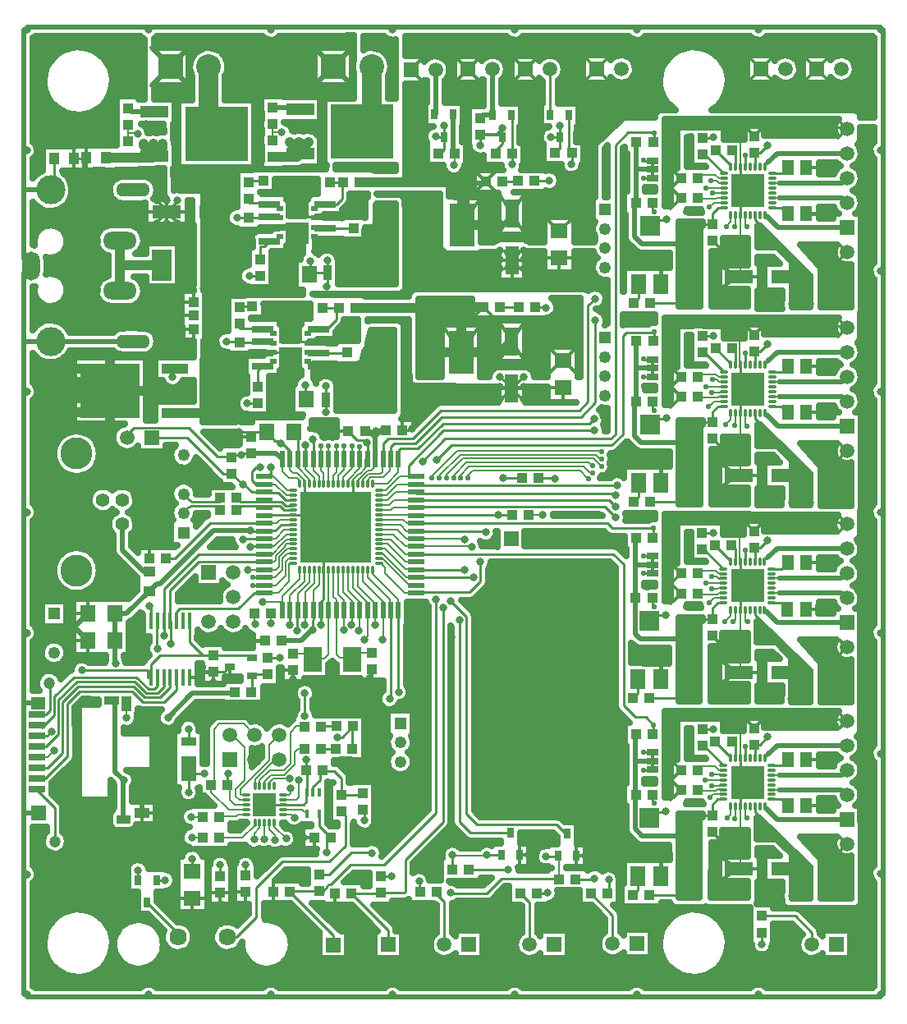
<source format=gbr>
G04 DipTrace Beta 2.3.5.2*
%INTop.gbr*%
%MOIN*%
%ADD14C,0.04*%
%ADD15C,0.01*%
%ADD16C,0.02*%
%ADD17C,0.006*%
%ADD18C,0.005*%
%ADD19C,0.012*%
%ADD20C,0.08*%
%ADD21C,0.008*%
%ADD22C,0.025*%
%ADD23C,0.013*%
%ADD25R,0.0551X0.1181*%
%ADD26R,0.063X0.0709*%
%ADD27R,0.0394X0.0433*%
%ADD28R,0.1181X0.0551*%
%ADD29R,0.0433X0.0394*%
%ADD30R,0.0709X0.063*%
%ADD31O,0.0709X0.1181*%
%ADD33O,0.1378X0.0551*%
%ADD35O,0.1378X0.0709*%
%ADD36C,0.1181*%
%ADD38C,0.0827*%
%ADD40C,0.0559*%
%ADD42C,0.1299*%
%ADD44R,0.0591X0.0591*%
%ADD45C,0.0591*%
%ADD46C,0.0591*%
%ADD47R,0.1X0.1*%
%ADD49C,0.1*%
%ADD50C,0.0705*%
%ADD53R,0.0984X0.063*%
%ADD54R,0.0358X0.063*%
%ADD55R,0.063X0.0984*%
%ADD56R,0.063X0.0358*%
%ADD57R,0.0787X0.1252*%
%ADD58R,0.0394X0.0472*%
%ADD59R,0.0472X0.0394*%
%ADD60R,0.0689X0.0276*%
%ADD61R,0.061X0.0394*%
%ADD62R,0.0492X0.0492*%
%ADD63C,0.0492*%
%ADD64C,0.0492*%
%ADD65R,0.1024X0.1772*%
%ADD67R,0.0256X0.0413*%
%ADD68R,0.2559X0.2185*%
%ADD69R,0.1122X0.0492*%
%ADD70R,0.0512X0.0591*%
%ADD72R,0.063X0.0787*%
%ADD73R,0.0787X0.0787*%
%ADD74R,0.05X0.025*%
%ADD75C,0.0472*%
%ADD78R,0.0709X0.0197*%
%ADD79R,0.0197X0.0709*%
%ADD80O,0.0335X0.0118*%
%ADD81O,0.0118X0.0335*%
%ADD82R,0.2913X0.2913*%
%ADD83R,0.0965X0.0965*%
%ADD84R,0.0157X0.0354*%
%ADD85R,0.0866X0.0315*%
%ADD86R,0.0256X0.0197*%
%ADD87R,0.0917X0.0886*%
%ADD88R,0.0917X0.0732*%
%ADD89R,0.0413X0.0256*%
%ADD90R,0.0157X0.0709*%
%ADD91O,0.0118X0.0394*%
%ADD92O,0.0394X0.0118*%
%ADD93R,0.1339X0.1339*%
%ADD94R,0.1083X0.0394*%
%ADD95R,0.2421X0.2185*%
%ADD96R,0.0748X0.1*%
%ADD97C,0.032*%
%ADD99C,0.022*%
%FSLAX44Y44*%
G04*
G70*
G90*
G75*
G01*
%LNTop*%
%LPD*%
X22030Y35590D2*
D14*
X23580D1*
D15*
X24050Y36060D1*
X22030Y35590D2*
D14*
Y37290D1*
D16*
X22910D1*
X22980Y37360D1*
X17869Y37320D2*
D14*
X21910D1*
X22115Y37115D1*
Y35590D1*
X22030D1*
X10946Y19524D2*
D15*
Y18665D1*
X11495Y18115D1*
X11940D1*
X13413D1*
X13490Y18038D1*
X4766Y13980D2*
D17*
X5180D1*
X5460Y14260D1*
X6580Y17510D2*
D15*
X9270D1*
Y17215D1*
X9385D1*
X9410Y17240D1*
Y17760D1*
X9765Y18115D1*
X11940D1*
X32650Y36302D2*
X32420D1*
X32193Y36075D1*
Y35657D1*
X32210Y35640D1*
X31540D1*
X31230Y35330D1*
Y34879D1*
X30903D1*
Y32563D1*
X30933Y32593D1*
Y32485D1*
X30868Y32420D1*
X29650D1*
X29090Y36490D2*
D16*
X29020D1*
Y35129D1*
X29323Y34825D1*
X31177D1*
X31230Y34879D1*
X29111Y38950D2*
X29090D1*
Y37850D1*
Y36490D1*
X29770Y37850D2*
X29090D1*
X30893Y32415D2*
D17*
X31613D1*
X31623Y32425D1*
X31253D1*
X32650Y28242D2*
D15*
X32420D1*
X32193Y28015D1*
Y27597D1*
X32210Y27580D1*
X31540D1*
X31230Y27270D1*
Y26819D1*
X30903D1*
Y24503D1*
X30933Y24533D1*
Y24425D1*
X30868Y24360D1*
X29650D1*
X29090Y28430D2*
D16*
X29040D1*
Y27029D1*
X29303Y26765D1*
X31177D1*
X31230Y26819D1*
X29111Y30890D2*
X29083D1*
Y29790D1*
Y28437D1*
X29090Y28430D1*
X29770Y29790D2*
X29083D1*
X30893Y24355D2*
D17*
X31613D1*
X31623Y24365D1*
X31253D1*
X32637Y20262D2*
D15*
X32407D1*
X32181Y20035D1*
Y19616D1*
X32197Y19599D1*
X31527D1*
X31217Y19289D1*
Y18838D1*
X30891D1*
Y16523D1*
X30921Y16553D1*
Y16445D1*
X30855Y16379D1*
X29637D1*
X29077Y20449D2*
D16*
X29061D1*
Y18995D1*
X29271Y18785D1*
X31164D1*
X31217Y18838D1*
X29098Y22909D2*
X29071D1*
Y21809D1*
Y20456D1*
X29757Y21809D2*
X29071D1*
X30881Y16375D2*
D17*
X31601D1*
X31611Y16385D1*
X31241D1*
X32640Y12282D2*
D15*
X32410D1*
X32183Y12055D1*
Y11637D1*
X32200Y11620D1*
X31530D1*
X31220Y11310D1*
Y10859D1*
X30893D1*
Y8543D1*
X30923Y8573D1*
Y8465D1*
X30858Y8400D1*
X29640D1*
X29080Y12470D2*
D16*
X29050D1*
Y11079D1*
X29323Y10805D1*
X31167D1*
X31220Y10859D1*
X29101Y14930D2*
X29073D1*
Y13830D1*
Y12477D1*
X29080Y12470D1*
X29760Y13830D2*
X29073D1*
X30883Y8395D2*
D17*
X31603D1*
X31613Y8405D1*
X31243D1*
X17709Y32230D2*
D14*
X20460D1*
X20730Y31960D1*
Y30420D1*
X21980D1*
X9410Y19524D2*
D15*
Y20020D1*
X9315Y20115D1*
X16215Y9225D2*
X16625D1*
X17540Y10140D1*
X18360D1*
Y10090D1*
X18720Y9150D2*
X19165D1*
X34195Y6876D2*
X34200D1*
Y6400D1*
X27930Y8450D2*
X27980D1*
Y9020D1*
X25064Y8465D2*
X25470D1*
X25495Y8490D1*
X20340Y8520D2*
X20280D1*
Y8960D1*
X25120Y25330D2*
X25800D1*
Y25300D1*
X10915Y14627D2*
Y15140D1*
X14615Y18040D2*
X14146D1*
X14131Y18025D1*
X21980Y30420D2*
D14*
Y32040D1*
X22205Y32265D1*
X22896D1*
X21980Y30420D2*
X23595D1*
X24040Y30865D1*
X31613Y8405D2*
D15*
X31243D1*
X30893D1*
X30883Y8395D1*
X30893Y8543D1*
X14719Y26089D2*
D18*
Y25601D1*
X15010Y25310D1*
X15340D1*
X15420Y25230D1*
Y25086D1*
X15426D1*
X17788D2*
Y25218D1*
X18190Y25620D1*
X18340D1*
X18470Y25750D1*
Y26089D1*
X18498D1*
X16213Y21582D2*
Y20983D1*
X15979Y20749D1*
Y19947D1*
X15965Y19165D2*
D15*
X15979Y19947D1*
X15965Y19165D2*
D16*
Y19190D1*
X15490Y18715D1*
X14690D1*
X13465Y26340D2*
X14467D1*
X14719Y26089D1*
X18498D2*
Y26982D1*
X18250Y27230D1*
X18080D1*
X18498Y26089D2*
Y27018D1*
X18730Y27250D1*
X18940D1*
X18515Y27215D2*
X18498Y26982D1*
X23680Y25330D2*
D15*
X24451D1*
X24734Y23815D2*
D17*
X25290D1*
X13596Y19840D2*
Y19409D1*
X13615Y19390D1*
X12665Y26165D2*
D15*
X12740D1*
X12840Y26265D1*
X13065D1*
X13465Y26340D2*
X13140D1*
X13065Y26265D1*
X8420Y26960D2*
Y27090D1*
X8690Y27360D1*
X10920D1*
X12090Y26190D1*
X12640D1*
X12665Y26165D1*
X13261Y12063D2*
D17*
X12787D1*
X12595Y12255D1*
Y12784D1*
X12504Y12875D1*
D15*
Y13304D1*
X12515Y13315D1*
X11565D2*
X11115D1*
X10915Y13515D1*
X8870Y9400D2*
Y8993D1*
X8867Y8990D1*
X11070Y9860D2*
Y9370D1*
X11065Y9365D1*
X12200Y9610D2*
Y9167D1*
X12190Y9157D1*
X13240Y9610D2*
Y9182D1*
X10920Y12570D2*
Y13510D1*
X10915Y13515D1*
X18050Y11430D2*
Y11811D1*
X18005Y11856D1*
X16950Y14800D2*
X17149D1*
X17594Y15245D1*
X17564Y14335D2*
Y15215D1*
X17594Y15245D1*
X16227Y11695D2*
Y11178D1*
X16690Y10715D1*
X16530Y10120D2*
Y10555D1*
X16690Y10715D1*
X10270Y29420D2*
D16*
Y29765D1*
X10370D1*
X22309Y9420D2*
D15*
X23900D1*
X26634Y9040D2*
X27370D1*
X27400Y9070D1*
X8133Y34964D2*
D14*
Y33959D1*
Y32917D1*
Y33959D2*
X9829D1*
X9840Y33970D1*
X33930Y36007D2*
D15*
Y35791D1*
X35370Y34350D1*
Y33690D1*
X35160Y33480D1*
X33930Y37975D2*
Y38491D1*
X33900Y38521D1*
X31790Y39140D2*
X32230D1*
Y39150D1*
X33900Y38521D2*
X34131D1*
X34440Y38830D1*
X35423Y32385D2*
D17*
X36143D1*
X36153Y32395D1*
X35783D1*
X33930Y27947D2*
D15*
Y27731D1*
X35370Y26290D1*
Y25630D1*
X35160Y25420D1*
X33930Y29915D2*
Y30431D1*
X33900Y30461D1*
X31790Y31080D2*
X32230D1*
Y31090D1*
X33900Y30461D2*
X34131D1*
X34440Y30770D1*
X35423Y24325D2*
D17*
X36143D1*
X36153Y24335D1*
X35783D1*
X33917Y19966D2*
D15*
Y19750D1*
X35357Y18309D1*
Y17649D1*
X35147Y17439D1*
X33917Y21935D2*
Y22451D1*
X33887Y22480D1*
X31777Y23099D2*
X32217D1*
Y23109D1*
X33887Y22480D2*
X34118D1*
X34427Y22789D1*
X35411Y16345D2*
D17*
X36131D1*
X36141Y16355D1*
X35771D1*
X33920Y11987D2*
D15*
Y11771D1*
X35360Y10330D1*
Y9670D1*
X35150Y9460D1*
X33920Y13955D2*
Y14471D1*
X33890Y14501D1*
X31780Y15120D2*
X32220D1*
Y15130D1*
X33890Y14501D2*
X34121D1*
X34430Y14810D1*
X35413Y8365D2*
D17*
X36133D1*
X36143Y8375D1*
X35773D1*
X11809Y33970D2*
D15*
Y32489D1*
X11790Y32470D1*
Y31910D1*
Y31370D1*
X11800Y31360D1*
X11809Y33970D2*
Y35071D1*
Y36019D1*
X11920Y36130D1*
X13370Y35211D2*
X11970D1*
Y35071D1*
X11809D1*
X13370Y35211D2*
D16*
X13581D1*
X13760Y35390D1*
X14141D1*
X14210Y35460D1*
D15*
X15128D1*
X15340Y35247D1*
X14730Y33590D2*
Y34240D1*
X15090Y34600D1*
Y34997D1*
X15340Y35247D1*
X14210Y35460D2*
X14598D1*
X14641Y35503D1*
X11970Y34950D2*
Y35071D1*
X11809Y33970D2*
Y34789D1*
X11970Y34950D1*
X11550D1*
X11809Y33970D2*
X11940D1*
X12440Y34470D1*
Y33950D1*
Y33420D1*
X11809Y33970D2*
Y33212D1*
X12000Y33020D1*
X11550D1*
X11530Y33040D1*
X13930Y30390D2*
X14318D1*
X14361Y30433D1*
X14804D1*
X15060Y30177D1*
X12980Y30171D2*
X13181D1*
X13380Y30370D1*
X13911D1*
X13930Y30390D1*
X10370Y27970D2*
D14*
X12380D1*
X12550Y28140D1*
Y29741D1*
X12980Y30171D1*
X24065Y23815D2*
D15*
X23500D1*
X20162D1*
X20152Y23805D1*
X18654Y23826D2*
D17*
X20131D1*
X20152Y23805D1*
X23500Y23810D2*
D15*
Y23815D1*
X15664Y26089D2*
D18*
Y25687D1*
X16020Y25330D1*
Y25082D1*
X16016Y25086D1*
X16215Y8556D2*
D15*
X15040D1*
Y8525D1*
X15664Y26089D2*
Y26664D1*
X15665Y26665D1*
X16800Y6370D2*
Y6765D1*
X15040Y8525D1*
X16215Y8556D2*
X16386D1*
X16540Y8710D1*
Y8760D1*
X16620Y8840D1*
X16710D1*
X17490Y9620D1*
X18870D1*
X20970Y11720D1*
Y20400D1*
X17125Y12465D2*
Y13125D1*
X16825Y13425D1*
X16385D1*
X16350Y13460D1*
X15971Y12561D2*
Y12791D1*
X16255Y13075D1*
Y13366D1*
X16350Y13460D1*
X17125Y12465D2*
X17945D1*
X18005Y12525D1*
X12490Y6690D2*
X12870D1*
X13670Y7490D1*
Y8680D1*
X14740Y9750D1*
X16640D1*
X17280Y10390D1*
Y11641D1*
X17125Y11796D1*
X14757Y11866D2*
D17*
X15544D1*
X15715Y11695D1*
X5462Y38290D2*
D15*
Y37155D1*
X5318Y37011D1*
X4350Y43530D2*
D16*
X4240D1*
Y38630D1*
Y37011D1*
Y34231D1*
X4531Y33940D1*
X4350Y4350D2*
X4240D1*
Y9240D1*
Y11716D1*
Y16184D1*
Y19010D1*
Y23930D1*
Y28840D1*
Y30869D1*
Y33650D1*
X4531Y33940D1*
X4350Y43530D2*
Y43640D1*
X9300D1*
X14260D1*
X19200D1*
X24160D1*
X29130D1*
X34080D1*
X39030D1*
Y43530D1*
X39140D1*
Y38600D1*
Y33730D1*
Y28780D1*
Y23950D1*
Y19030D1*
Y14310D1*
Y9250D1*
Y4350D1*
X39030D1*
Y4250D1*
X34070D1*
X29110D1*
X24170D1*
X19210D1*
X14270D1*
X9300D1*
X4350D1*
Y4350D1*
X5318Y30869D2*
X4240D1*
X5318D2*
X8664D1*
X5318Y37011D2*
X4240D1*
X4350Y9240D2*
X4240D1*
X4350Y19040D2*
D15*
Y19120D1*
X4240Y19010D1*
X4350Y23940D2*
D16*
X4240Y23930D1*
X4350Y28840D2*
X4240D1*
X4350Y38630D2*
X4240D1*
X39030D2*
D15*
X39140Y38600D1*
X39030Y33730D2*
X39140D1*
X39030Y28840D2*
X39140Y28780D1*
X39030Y23940D2*
X39140Y23950D1*
X39030Y19040D2*
X39140Y19030D1*
X39030Y9250D2*
X39140D1*
X39030Y14140D2*
Y14200D1*
X39140Y14310D1*
X9300Y43530D2*
D16*
Y43640D1*
X14260Y43530D2*
Y43640D1*
X19210Y43530D2*
X19200Y43640D1*
X24170Y43530D2*
X24160Y43640D1*
X29120Y43530D2*
X29130Y43640D1*
X34070Y43530D2*
X34080Y43640D1*
X9300Y4350D2*
Y4250D1*
X14260Y4350D2*
X14270Y4250D1*
X19210Y4350D2*
Y4250D1*
X24170Y4350D2*
Y4250D1*
X29120Y4350D2*
X29110Y4250D1*
X34070Y4350D2*
Y4250D1*
X7807Y16293D2*
X7940D1*
Y13400D1*
X8290Y13050D1*
X8273Y11465D2*
Y13033D1*
X8290Y13050D1*
X4815Y11716D2*
X4240D1*
X4815Y16184D2*
X4240D1*
X12860Y24040D2*
D15*
X12890D1*
X13050Y24200D1*
X14010D1*
Y24120D1*
X15150Y24023D2*
Y24040D1*
X14790D1*
X14630Y24200D1*
X13930D1*
X13850Y24120D1*
X14010D1*
X12191Y24040D2*
Y24200D1*
X11110D1*
G03X10715Y23888I66J-489D01*
G01*
X12860Y24510D2*
X13020Y24350D1*
X13720D1*
X13790Y24420D1*
X14030D1*
X14045Y24435D1*
X14010D1*
X15150Y24220D2*
Y24190D1*
X14860D1*
X14700Y24350D1*
X13700D1*
Y24435D1*
X14010D1*
X12191Y24510D2*
Y24350D1*
X11060D1*
G02X10715Y24675I466J841D01*
G01*
X18654Y24023D2*
D18*
X19123D1*
X19220Y24120D1*
X20152D1*
X33526Y11987D2*
D17*
Y11520D1*
X33610D1*
X20152Y24120D2*
D15*
Y24160D1*
X27820D1*
X28265Y23715D1*
X18654Y22842D2*
D18*
X19119D1*
X19730Y22231D1*
X20152D1*
X33526Y13955D2*
D15*
Y14406D1*
X33530Y14410D1*
X29803Y15305D2*
Y14963D1*
X29770Y14930D1*
X20152Y22231D2*
X28175D1*
X28590Y21815D1*
Y16090D1*
X29065Y15615D1*
X29494D1*
X29803Y15305D1*
X32165Y13290D2*
D17*
X32640D1*
Y13266D1*
X29760Y14180D2*
D15*
X29399D1*
X29383Y14195D1*
X31890Y13065D2*
D17*
X32640D1*
Y13070D1*
X29383Y13475D2*
D15*
X29755D1*
X29760Y13480D1*
X34609Y12676D2*
D17*
X34890D1*
D16*
X37444D1*
X37650Y12470D1*
Y11470D2*
X34840D1*
X34370Y11940D1*
D17*
X34313Y11987D1*
X34609Y13266D2*
X34900D1*
D16*
X37446D1*
X37650Y13470D1*
Y14470D2*
X34820D1*
X34420Y14100D1*
D17*
X34313Y13955D1*
X33132Y11987D2*
Y11532D1*
X33100Y11500D1*
X29638Y11532D2*
D15*
Y11775D1*
X30310D1*
Y11790D1*
X32640Y12676D2*
D17*
Y12690D1*
X32415D1*
X32340Y12615D1*
X31644D1*
X31599Y12660D1*
X34609Y12282D2*
D15*
X34990D1*
X35246Y12026D1*
X34609Y13660D2*
X35010D1*
X35250Y13900D1*
X32640Y12479D2*
D17*
X32229D1*
X32110Y12360D1*
X32165Y12840D2*
X32640D1*
Y12873D1*
X29823Y12115D2*
D15*
X29749D1*
Y12470D1*
X18654Y24220D2*
D18*
X19050D1*
X19270Y24440D1*
X20147D1*
X20152Y24435D1*
X32935Y11987D2*
D17*
Y11675D1*
X32780Y11520D1*
X20152Y24435D2*
D15*
X27995D1*
X28265Y24165D1*
X15819Y21582D2*
D18*
Y21099D1*
X15349Y20629D1*
Y19947D1*
X15340Y19140D2*
D15*
Y19939D1*
X15349Y19947D1*
X32640Y13660D2*
X31849Y14451D1*
X31780D1*
X32640Y13463D2*
D17*
X32467D1*
X32290Y13640D1*
X31760D1*
X31590Y13470D1*
X15979Y26089D2*
D18*
Y25632D1*
X16213Y25397D1*
Y25086D1*
X17545Y8450D2*
D15*
X18689D1*
X18720Y8481D1*
X15979Y26089D2*
Y26877D1*
X15965Y26890D1*
X19030Y6380D2*
Y6965D1*
X17545Y8450D1*
X18720Y8481D2*
X19656D1*
X19715Y8540D1*
Y9815D1*
X21250Y11350D1*
Y20065D1*
X18813Y19947D2*
D18*
Y20297D1*
X17980Y21130D1*
Y21577D1*
X17985Y21582D1*
X14403Y11315D2*
D17*
Y11158D1*
X14880Y10680D1*
X18813Y19947D2*
Y18770D1*
X18790D1*
X15150Y23826D2*
D15*
X14010D1*
Y23805D1*
X15034Y26089D2*
D17*
X15040D1*
Y25660D1*
X15160Y25540D1*
X15320D1*
X15623Y25238D1*
Y25086D1*
X18183Y26089D2*
X18110D1*
Y25720D1*
X17880Y25490D1*
X17840D1*
X17600Y25250D1*
Y25077D1*
X17591Y25086D1*
X10946Y17240D2*
D15*
X11280D1*
X11450Y17410D1*
X11904D1*
X11940Y17446D1*
X12366D1*
X12585Y17664D1*
X16410Y21582D2*
Y20410D1*
X16280Y20280D1*
Y19947D1*
X16294D1*
X16410Y21582D2*
Y22842D1*
X16902Y23334D1*
X15150Y23826D2*
X16410D1*
X16902Y23334D1*
X15623Y25086D2*
Y24613D1*
X16113Y24123D1*
X16902Y23334D1*
X17591Y25086D2*
Y24023D1*
X16902Y23334D1*
X33339Y36007D2*
D17*
Y33549D1*
D15*
X33270Y33480D1*
X36570Y37920D2*
X36008D1*
X36560Y36040D2*
X36004D1*
Y36046D1*
X33339Y37975D2*
D17*
X33320D1*
Y39250D1*
D15*
X33340Y39270D1*
X33150Y37460D2*
Y37010D1*
X33170Y36990D1*
Y36560D1*
X33160Y36550D1*
X33620D1*
X34060D1*
X34090Y36520D1*
Y36970D1*
X34110Y36990D1*
Y37450D1*
X33640D1*
X33630Y37460D1*
X33160Y36550D2*
X33630Y37020D1*
X33339Y36007D2*
Y36696D1*
X33634Y36991D1*
X33339Y37975D2*
Y37311D1*
X33630Y37020D1*
X33339Y37975D2*
Y37286D1*
X33634Y36991D1*
X14757Y12063D2*
X15583D1*
X15705Y12185D1*
Y12551D1*
X15715Y12561D1*
X35980Y39560D2*
X37599D1*
X37663Y39495D1*
X37073Y34675D2*
Y34295D1*
X37063Y34285D1*
Y33895D1*
X37053Y33885D1*
X36673Y34675D2*
Y34295D1*
X36663Y34285D1*
Y33895D1*
X36653Y33885D1*
X36823Y33375D2*
X37683D1*
X37693Y33385D1*
X37273D1*
X36803Y32945D2*
X37663D1*
X37673Y32955D1*
X37253D1*
X30133Y33895D2*
Y33213D1*
X30110Y33190D1*
X33339Y27947D2*
D17*
Y25489D1*
D15*
X33270Y25420D1*
X36570Y29860D2*
X36008D1*
X36560Y27980D2*
X36004D1*
Y27986D1*
X33339Y29915D2*
D17*
X33310D1*
Y31180D1*
D15*
X33340Y31210D1*
X33150Y29400D2*
Y28950D1*
X33170Y28930D1*
Y28500D1*
X33160Y28490D1*
X33620D1*
X34060D1*
X34090Y28460D1*
Y28910D1*
X34110Y28930D1*
Y29390D1*
X33640D1*
X33630Y29400D1*
X33160Y28490D2*
X33630Y28960D1*
X33339Y27947D2*
Y28636D1*
X33634Y28931D1*
X33339Y29915D2*
Y29251D1*
X33630Y28960D1*
X33339Y29915D2*
Y29226D1*
X33634Y28931D1*
X35980Y31500D2*
X37599D1*
X37663Y31435D1*
X37073Y26615D2*
Y26235D1*
X37063Y26225D1*
Y25835D1*
X37053Y25825D1*
X36673Y26615D2*
Y26235D1*
X36663Y26225D1*
Y25835D1*
X36653Y25825D1*
X36823Y25315D2*
X37683D1*
X37693Y25325D1*
X37273D1*
X36803Y24885D2*
X37663D1*
X37673Y24895D1*
X37253D1*
X30133Y25835D2*
Y25153D1*
X30110Y25130D1*
X33326Y19966D2*
D17*
Y17508D1*
D15*
X33258Y17439D1*
X36557Y21879D2*
X35995D1*
X36547Y19999D2*
X35991D1*
Y20005D1*
X33326Y21935D2*
D17*
X33300D1*
Y23202D1*
D15*
X33327Y23229D1*
X33137Y21419D2*
Y20969D1*
X33157Y20949D1*
Y20519D1*
X33147Y20509D1*
X33607D1*
X34047D1*
X34077Y20479D1*
Y20929D1*
X34097Y20949D1*
Y21409D1*
X33627D1*
X33617Y21419D1*
X33147Y20509D2*
X33617Y20979D1*
X33326Y19966D2*
Y20655D1*
X33622Y20951D1*
X33326Y21935D2*
Y21270D1*
X33617Y20979D1*
X33326Y21935D2*
Y21246D1*
X33622Y20951D1*
X35967Y23519D2*
X37586D1*
X37651Y23455D1*
X37061Y18635D2*
Y18255D1*
X37051Y18245D1*
Y17855D1*
X37041Y17845D1*
X36661Y18635D2*
Y18255D1*
X36651Y18245D1*
Y17855D1*
X36641Y17845D1*
X36811Y17335D2*
X37671D1*
X37681Y17345D1*
X37261D1*
X36791Y16905D2*
X37651D1*
X37661Y16915D1*
X37241D1*
X30121Y17855D2*
Y17173D1*
X30097Y17149D1*
X33329Y11987D2*
D17*
Y9529D1*
D15*
X33260Y9460D1*
X36560Y13900D2*
X35998D1*
X36550Y12020D2*
X35994D1*
Y12026D1*
X33329Y13955D2*
D17*
X33320D1*
Y15240D1*
D15*
X33330Y15250D1*
X33140Y13440D2*
Y12990D1*
X33160Y12970D1*
Y12540D1*
X33150Y12530D1*
X33610D1*
X34050D1*
X34080Y12500D1*
Y12950D1*
X34100Y12970D1*
Y13430D1*
X33630D1*
X33620Y13440D1*
X33150Y12530D2*
X33620Y13000D1*
X33329Y11987D2*
Y12676D1*
X33624Y12971D1*
X33329Y13955D2*
Y13291D1*
X33620Y13000D1*
X33329Y13955D2*
Y13266D1*
X33624Y12971D1*
X35970Y15540D2*
X37589D1*
X37653Y15475D1*
X37063Y10655D2*
Y10275D1*
X37053Y10265D1*
Y9875D1*
X37043Y9865D1*
X36663Y10655D2*
Y10275D1*
X36653Y10265D1*
Y9875D1*
X36643Y9865D1*
X36813Y9355D2*
X37673D1*
X37683Y9365D1*
X37263D1*
X36793Y8925D2*
X37653D1*
X37663Y8935D1*
X37243D1*
X30123Y9875D2*
Y9193D1*
X30100Y9170D1*
X21286Y39175D2*
Y38656D1*
X21130Y38500D1*
X21060D1*
X15715Y12561D2*
Y13426D1*
X15680Y13460D1*
X14630Y37400D2*
X15340D1*
Y37380D1*
X15920D1*
X15980Y37320D1*
X15340Y37380D2*
Y36810D1*
X15360D1*
Y36234D1*
X15340Y36214D1*
X16470Y35920D2*
X15790D1*
X15497Y36214D1*
X15340D1*
X16551Y33660D2*
X15903D1*
X15833Y33590D1*
X16470Y35920D2*
X16082D1*
X16039Y35877D1*
X13833Y33540D2*
X13380D1*
Y33520D1*
X16550Y34150D2*
Y33661D1*
X16551Y33660D1*
X15870Y34130D2*
Y33628D1*
X15833Y33590D1*
X16470Y35920D2*
X17120D1*
X17150Y35890D1*
X16551Y33660D2*
Y33090D1*
X16540D1*
X15350Y36810D2*
X14780D1*
X14700Y36890D1*
X14810D1*
X14880Y36820D1*
X15350Y36810D2*
X15820D1*
X15840Y36790D1*
X6249Y38290D2*
X6742D1*
X6762Y38310D1*
X6696Y34924D2*
D16*
Y38244D1*
X6762Y38310D1*
X6696Y34924D2*
Y32956D1*
Y31775D1*
X6893Y31578D1*
X15060Y31144D2*
D15*
Y31410D1*
X14670Y31800D1*
X15060Y31144D2*
Y31790D1*
X15070Y31800D1*
X15060Y31144D2*
Y31370D1*
X15480Y31790D1*
X16190Y30850D2*
X16720D1*
X16810Y30940D1*
X16190Y30850D2*
X15802D1*
X15759Y30807D1*
X16190Y30850D2*
X15354D1*
X15060Y31144D1*
X13745Y28365D2*
X13325D1*
X13310Y28350D1*
X15710Y28510D2*
X15660D1*
Y29100D1*
X16481Y28502D2*
Y29041D1*
X16490Y29050D1*
X16481Y28502D2*
Y27971D1*
X16490Y27980D1*
X23380Y38480D2*
Y38640D1*
X23646Y38906D1*
Y39145D1*
X21286Y39175D2*
Y39624D1*
X21280Y39630D1*
X22746Y39271D2*
Y38835D1*
X22750Y38830D1*
Y39300D1*
X23420D1*
X23660Y39540D1*
X23646Y39145D2*
Y39271D1*
X22746D1*
X25986Y39165D2*
Y38686D1*
X25810Y38510D1*
X20950Y39190D2*
X21050D1*
X21066Y39175D1*
X21286D1*
X25986Y39165D2*
Y39604D1*
X25980Y39610D1*
X25986Y39165D2*
X25646D1*
X25640Y39170D1*
X23565Y34565D2*
X23765D1*
Y34455D1*
X24050Y34170D1*
X23565Y34190D2*
X24030D1*
X24050Y34170D1*
X23565Y33815D2*
X23765D1*
Y33885D1*
X24050Y34170D1*
X24515Y33815D2*
X24340D1*
Y33880D1*
X24050Y34170D1*
X24515Y34190D2*
X24070D1*
X24050Y34170D1*
X24515Y34565D2*
X24340D1*
Y34460D1*
X24050Y34170D1*
X25970Y34248D2*
X24573D1*
X24515Y34190D1*
X24959Y37380D2*
X25555D1*
X25565Y37390D1*
X4766Y14846D2*
X5176D1*
X5360Y15030D1*
X16290Y19365D2*
Y19944D1*
X15165Y17521D2*
Y17160D1*
X15170D1*
X18365Y17571D2*
Y17200D1*
X18270D1*
X11940Y17015D2*
Y17446D1*
X23565Y28540D2*
X23605D1*
X24040Y28975D1*
X24540Y28540D2*
X24475D1*
X24040Y28975D1*
X24540Y29015D2*
X24080D1*
X24040Y28975D1*
X24540Y29415D2*
X24480D1*
X24040Y28975D1*
X23565Y29015D2*
X24000D1*
X24040Y28975D1*
X23565Y29415D2*
X23600D1*
X24040Y28975D1*
X26115Y28988D2*
X24053D1*
X24040Y28975D1*
X24990Y32265D2*
X25415D1*
X25440Y32240D1*
X14009Y12063D2*
X14757D1*
X15034Y26089D2*
Y26422D1*
X14703Y26753D1*
X14615Y26840D1*
X14438D1*
X14088Y27190D1*
X14665Y26715D2*
X14703Y26753D1*
X18183Y26089D2*
Y26747D1*
X18160Y26770D1*
X17411Y27230D2*
X17771Y26870D1*
X18160D1*
Y26770D1*
X19609Y27250D2*
X19940D1*
X20010Y27320D1*
X13465Y27009D2*
X13496D1*
X13315Y27190D1*
X12965D1*
X14088D2*
X12965D1*
X15680Y13460D2*
Y13880D1*
X15690Y13890D1*
X16021Y10715D2*
X15605D1*
X15600Y10720D1*
X16876Y8450D2*
Y8011D1*
X16865Y8000D1*
X14371Y8525D2*
Y8056D1*
X14340Y8025D1*
X9341Y22050D2*
Y22411D1*
X9580Y22650D1*
X6265Y19290D2*
D16*
X6288D1*
X6813Y19815D1*
X6265Y19290D2*
X6815Y18740D1*
X6813D1*
X24363Y10015D2*
D17*
X24715D1*
Y10010D1*
X26663Y9990D2*
X27040D1*
X11065Y8263D2*
D15*
Y7690D1*
X11040Y7665D1*
X12190Y8488D2*
Y8040D1*
X12215Y8015D1*
X13240Y8513D2*
Y8040D1*
X13515Y18690D2*
X13996D1*
X14021Y18715D1*
X11121Y32470D2*
X10635D1*
X10615Y32490D1*
X11121Y31910D2*
X10645D1*
X10640Y31915D1*
X11131Y31360D2*
X10645D1*
X10640Y31365D1*
X10030Y36130D2*
Y36200D1*
X9640Y36590D1*
X10040D2*
Y36140D1*
X10030Y36130D1*
X10465Y36590D2*
Y36565D1*
X10030Y36130D1*
X10465Y35665D2*
Y35695D1*
X10030Y36130D1*
X10015Y35665D2*
Y36115D1*
X10030Y36130D1*
X9615Y35665D2*
Y35715D1*
X10030Y36130D1*
X16900Y23340D2*
X16902Y23334D1*
X15850Y24370D2*
X16097Y24123D1*
X16113D1*
X6310Y29760D2*
D14*
X6840D1*
X7732Y28868D1*
X6310Y29220D2*
X7380D1*
X7732Y28868D1*
X6310Y28550D2*
X7415D1*
X7732Y28868D1*
X6310Y27980D2*
X6845D1*
X7732Y28868D1*
X5798D1*
X5760Y28830D1*
X7732Y28868D2*
Y30358D1*
X7700Y30390D1*
X7732Y28868D2*
Y27352D1*
Y28868D2*
X9618D1*
X9000Y12320D2*
D16*
X9018Y12338D1*
Y11716D1*
X6265Y19290D2*
D15*
X5729D1*
X5460Y19021D1*
X18654Y23039D2*
D18*
X19242D1*
X19735Y22546D1*
X20152D1*
X14340Y39680D2*
D17*
Y39352D1*
Y39019D1*
Y39352D2*
X14708D1*
X14710Y39350D1*
X20152Y22546D2*
X22385D1*
X22415Y22515D1*
X18654Y23235D2*
D18*
X19385D1*
X19760Y22860D1*
X20152D1*
X8450Y39660D2*
D17*
Y39313D1*
Y38979D1*
Y39313D2*
X8817D1*
X8850Y39280D1*
X20152Y22860D2*
X22095D1*
X22115Y22840D1*
X14009Y12811D2*
Y13009D1*
X14255Y13255D1*
X14805D1*
X15245Y13695D1*
Y14205D1*
X15375Y14335D1*
X15635D1*
X13812Y12811D2*
Y13052D1*
X14215Y13455D1*
X14805D1*
X15065Y13715D1*
Y15005D1*
X15305Y15245D1*
X15625D1*
X15635Y15235D1*
X18654Y21857D2*
D18*
X18733D1*
X18890Y21700D1*
Y21470D1*
X19710Y20650D1*
X20146D1*
X20152Y20656D1*
X21660Y40080D2*
D16*
Y38500D1*
X21729D1*
D17*
Y38059D1*
X21690Y38020D1*
X20152Y20656D2*
D15*
Y20690D1*
X22340D1*
X22770Y21120D1*
Y21915D1*
X14206Y12811D2*
D17*
Y12956D1*
X14370Y13120D1*
X15040D1*
X9960Y8990D2*
D15*
X9615D1*
X15150Y22448D2*
D18*
X14918D1*
X14580Y22110D1*
Y21710D1*
X14471Y21601D1*
X14010D1*
X9666Y19524D2*
D15*
X9640D1*
Y18410D1*
X9660Y18390D1*
X13320Y21600D2*
D18*
X14010D1*
Y21601D1*
X13261Y12457D2*
D17*
X13063D1*
X13025Y12495D1*
Y12695D1*
X14195Y13865D1*
Y14485D1*
X14605Y14895D1*
X15150Y22645D2*
D18*
X14905D1*
X14820Y22560D1*
Y22530D1*
X14460Y22170D1*
Y22000D1*
X14380Y21920D1*
X14015D1*
X14010Y21916D1*
X10178Y19524D2*
D15*
Y20768D1*
X11326Y21916D1*
X14010D1*
X10178Y19524D2*
X10200D1*
Y18610D1*
X10210Y18600D1*
X16925Y15245D2*
X16314D1*
X16304Y15235D1*
X16349Y32230D2*
X17040D1*
X16190Y31370D2*
X16540D1*
X16920Y31750D1*
Y32110D1*
X17040Y32230D1*
X16190Y31370D2*
X15948D1*
X15759Y31181D1*
X29185Y25130D2*
Y24564D1*
X28981Y24360D1*
X16895Y14335D2*
X16304D1*
X8226Y23448D2*
D16*
Y22405D1*
X9112Y21518D1*
X9320D1*
X29185Y33190D2*
D15*
Y32624D1*
X28981Y32420D1*
X16470Y36440D2*
X16940D1*
X17150Y36650D1*
Y37270D1*
X17200Y37320D1*
X16649D2*
X17200D1*
X16470Y36440D2*
X16228D1*
X16039Y36251D1*
X16470Y35460D2*
X17612D1*
X17613D1*
X16470D2*
X16082D1*
X16039Y35503D1*
X13833Y34209D2*
Y34740D1*
X14010D1*
X14210Y34940D1*
X14452D1*
X14641Y35129D1*
X13370Y36661D2*
Y36480D1*
X14170D1*
X14210Y36440D1*
X14452D1*
X14641Y36251D1*
X13370Y37330D2*
X13460D1*
X13530Y37400D1*
X13961D1*
X34619Y37680D2*
X35020D1*
X35260Y37920D1*
X16470Y34940D2*
X17463D1*
X17613Y34791D1*
Y34890D1*
X18180D1*
X18880Y35590D1*
X17613Y34791D2*
Y33710D1*
X17663Y33660D1*
X16470Y34940D2*
X16228D1*
X16039Y35129D1*
X29172Y17149D2*
Y16584D1*
X28968Y16379D1*
X33142Y29915D2*
Y30428D1*
X32990Y30580D1*
X32945Y29915D2*
Y29956D1*
X32321Y30580D1*
X33130Y21935D2*
Y22447D1*
X32977Y22599D1*
X32933Y21935D2*
Y21975D1*
X32308Y22599D1*
X29175Y9170D2*
Y8604D1*
X28971Y8400D1*
X24321Y32265D2*
X23565D1*
X23649Y37360D2*
X24270D1*
X24290Y37380D1*
X33132Y13955D2*
Y14468D1*
X32980Y14620D1*
X32935Y13955D2*
Y13996D1*
X32311Y14620D1*
X20912Y40080D2*
D16*
X20950D1*
Y41890D1*
X25612Y40070D2*
D15*
Y41888D1*
X25590Y41910D1*
X11740Y42020D2*
D20*
Y39600D1*
X12050Y39290D1*
X18350Y42020D2*
Y39760D1*
X17970Y39380D1*
X9530Y40188D2*
D16*
X8592D1*
X8450Y40329D1*
X36230Y6390D2*
D15*
X36240D1*
Y6870D1*
X35566Y7545D1*
X34195D1*
X28140Y6420D2*
Y7571D1*
X27261Y8450D1*
X24770Y6390D2*
Y8090D1*
X24395Y8465D1*
X21310Y6390D2*
Y8120D1*
X20910Y8520D1*
X21009D1*
X16190Y30390D2*
X17320D1*
X17355Y30425D1*
X16190Y30390D2*
X15802D1*
X15759Y30433D1*
X13930Y29870D2*
X14172D1*
X14361Y30059D1*
X13745Y29035D2*
Y29685D1*
X13930Y29870D1*
X12990Y31581D2*
Y31400D1*
X13900D1*
X13930Y31370D1*
X14172D1*
X14361Y31181D1*
X12990Y32250D2*
X13080D1*
X13130Y32300D1*
X13481D1*
X13501Y32280D1*
X14131Y17356D2*
X13556D1*
X13490Y17290D1*
Y16665D1*
X13465Y16640D1*
X14340Y40349D2*
D16*
X15379D1*
X15450Y40278D1*
X23260Y41910D2*
Y40062D1*
X23272Y40050D1*
X22856D1*
X22746Y39940D1*
X15150Y23629D2*
D21*
X14639D1*
X14500Y23490D1*
X14010D1*
X10010Y22050D2*
D15*
X10360D1*
X11800Y23490D1*
X14010D1*
X15349Y26089D2*
D18*
Y25762D1*
X15810Y25300D1*
Y25095D1*
X15819Y25086D1*
X15349Y26089D2*
D15*
Y27032D1*
X15190Y27190D1*
X4766Y15712D2*
X5132D1*
X5300Y15880D1*
Y17100D1*
X5260D1*
Y17000D1*
X4766Y12680D2*
Y12645D1*
X5490Y11920D1*
Y10570D1*
X13261Y11670D2*
D17*
X12945D1*
X12865Y11590D1*
X12170D1*
X12150Y11570D1*
X13615Y11315D2*
Y11225D1*
X13110Y10720D1*
X12160D1*
X12150Y10730D1*
X18379Y21582D2*
D18*
Y21422D1*
X19420Y20380D1*
Y19970D1*
X19443Y19947D1*
X14757Y12457D2*
D17*
X15007D1*
X15065Y12515D1*
X15070D1*
Y12720D1*
X19443Y19947D2*
D15*
Y16647D1*
X19450Y16640D1*
X18182Y21582D2*
D18*
Y21299D1*
X19100Y20380D1*
Y19975D1*
X19128Y19947D1*
X14757Y11670D2*
D17*
X15086D1*
X15215Y11540D1*
X19080Y16350D2*
D15*
X19128D1*
Y19947D1*
X15150Y22251D2*
D17*
X14926D1*
X14730Y22055D1*
Y21605D1*
X14415Y21290D1*
X14015D1*
X14010Y21286D1*
D15*
X13526D1*
X13520Y21280D1*
X14010Y20971D2*
X13541D1*
X13540Y20970D1*
X15150Y22054D2*
D17*
X14994D1*
X14860Y21920D1*
Y21360D1*
X14470Y20970D1*
X14011D1*
X14010Y20971D1*
X18654Y22645D2*
D18*
X19006D1*
X19740Y21910D1*
X20146D1*
X20152Y21916D1*
X18654Y22054D2*
X18786D1*
X19830Y21010D1*
X20112D1*
X20152Y20971D1*
X16294Y26089D2*
D17*
Y25627D1*
X16390Y25530D1*
Y25106D1*
X16410Y25086D1*
X16294Y26089D2*
Y26610D1*
X16290D1*
X22260Y25340D2*
Y25420D1*
X22460Y25620D1*
X26820D1*
X27100Y25340D1*
X27160Y25280D1*
X16609Y26089D2*
X16607Y25086D1*
X16609Y26089D2*
Y26619D1*
X16610Y26620D1*
X21960Y25340D2*
Y25440D1*
X22300Y25780D1*
X26960D1*
X27190Y25550D1*
X27300D1*
X27320Y25530D1*
X16924Y26089D2*
Y25564D1*
X16800Y25440D1*
Y25089D1*
X16804Y25086D1*
X16924Y26089D2*
Y26607D1*
X16920Y26610D1*
X21680Y25340D2*
Y25430D1*
X22200Y25950D1*
X27170D1*
X27310Y25810D1*
X27340D1*
X27330Y25820D1*
X17239Y26089D2*
Y25659D1*
X17001Y25421D1*
Y25086D1*
X17239Y26089D2*
Y26602D1*
X17230Y26610D1*
X21400Y25340D2*
Y25460D1*
X22050Y26110D1*
X27360D1*
X27680Y25790D1*
X17553Y26089D2*
Y25713D1*
X17190Y25350D1*
Y25093D1*
X17197Y25086D1*
X17553Y26089D2*
Y26607D1*
X17550Y26610D1*
X21110Y25340D2*
Y25410D1*
X21970Y26270D1*
X27450D1*
X27630Y26090D1*
X27690D1*
X17868Y26089D2*
Y25718D1*
X17380Y25230D1*
Y25100D1*
X17394Y25086D1*
X17868Y26089D2*
Y26592D1*
X17860Y26600D1*
X20810Y25340D2*
Y25390D1*
X21840Y26420D1*
X27660D1*
X27690Y26390D1*
X14340Y38350D2*
D14*
X15318D1*
X15450Y38483D1*
X8450Y38310D2*
X9448D1*
X9530Y38393D1*
X9080Y38890D2*
Y38843D1*
X9530Y38393D1*
X9480Y38890D2*
Y38443D1*
X9530Y38393D1*
X9870Y38890D2*
Y38732D1*
X9530Y38393D1*
X15450Y38483D2*
Y38550D1*
X15040Y38960D1*
X15450Y38483D2*
Y38910D1*
X15410Y38950D1*
X15450Y38483D2*
Y38610D1*
X15800Y38960D1*
X7549Y38310D2*
X8450D1*
X18498Y19947D2*
D18*
Y20232D1*
X17788Y20942D1*
Y21582D1*
X14206Y11315D2*
D17*
Y11075D1*
X14440Y10840D1*
Y10640D1*
X18498Y19947D2*
Y19350D1*
X18500D1*
X18654Y23432D2*
X19518D1*
X19775Y23175D1*
X20152D1*
X24049Y38480D2*
D15*
Y40021D1*
X24020Y40050D1*
X26360Y40070D2*
Y38629D1*
X26479Y38510D1*
X24049Y38480D2*
Y38051D1*
X24050Y38050D1*
X26479Y38510D2*
Y38079D1*
X26470Y38070D1*
X20152Y23175D2*
X22930D1*
X22990Y23115D1*
X16016Y21582D2*
D18*
Y21046D1*
X15664Y20694D1*
Y19947D1*
D17*
Y19389D1*
X15640Y19365D1*
X14757Y12260D2*
X15310D1*
X15410Y12360D1*
Y13050D1*
X15640Y15660D2*
D15*
Y16590D1*
X14265Y19840D2*
D17*
Y19415D1*
X13261Y11866D2*
Y11855D1*
X12555D1*
X11835Y12575D1*
Y12875D1*
X11975D1*
Y13345D1*
X11965Y13355D1*
Y15135D1*
X12175Y15345D1*
X13155D1*
X13605Y14895D1*
X15150Y22842D2*
D18*
X14912D1*
X14710Y22640D1*
Y22630D1*
X14320Y22240D1*
X14020D1*
X14010Y22231D1*
X9922Y19524D2*
D15*
Y20812D1*
X11330Y22220D1*
X14000D1*
X14010Y22231D1*
X9920Y18910D2*
Y19522D1*
X9922Y19524D1*
X17001Y21582D2*
D18*
Y20600D1*
X17239Y20362D1*
Y19947D1*
X13261Y12260D2*
D17*
X12980D1*
X12845Y12395D1*
Y12705D1*
X13195Y13055D1*
Y14395D1*
X12815Y14775D1*
Y14935D1*
X12645D1*
X12605Y14895D1*
X17239Y19947D2*
Y19189D1*
X17215Y19165D1*
X17197Y21582D2*
D18*
Y20683D1*
X17553Y20327D1*
Y19947D1*
X13615Y12811D2*
D17*
Y13085D1*
X14425Y13895D1*
X14605D1*
X17553Y19947D2*
Y19378D1*
X17540Y19365D1*
X14719Y19947D2*
D18*
Y20529D1*
X15426Y21236D1*
Y21582D1*
X14719Y19947D2*
D17*
Y20300D1*
X13940D1*
X8400Y15590D2*
Y16152D1*
X8398Y16155D1*
X9922Y17240D2*
D15*
Y16852D1*
X9660Y16590D1*
X9200D1*
X8730Y17060D1*
X6390D1*
X5640Y16310D1*
Y14910D1*
X5143Y14413D1*
X4766D1*
X14010Y20656D2*
D17*
X14546D1*
X15000Y21110D1*
Y21857D1*
X15150D1*
X10434Y19524D2*
D15*
Y19894D1*
X10555Y20015D1*
X12945D1*
X13586Y20656D1*
X14010D1*
X4766Y13113D2*
X5083D1*
X6000Y14030D1*
Y16170D1*
X6490Y16660D1*
X8630D1*
X9050Y16240D1*
X9940D1*
X10434Y16734D1*
Y17240D1*
X10178D2*
Y16828D1*
X9760Y16410D1*
X9130D1*
X8680Y16860D1*
X6440D1*
X5810Y16230D1*
Y14150D1*
X5206Y13546D1*
X4766D1*
X9666Y17240D2*
Y16886D1*
X9540Y16760D1*
X9280D1*
X8810Y17230D1*
X6255D1*
X5470Y16445D1*
Y15690D1*
X4965Y15185D1*
Y15310D1*
X4797D1*
X4766Y15279D1*
X13812Y11315D2*
D17*
Y11112D1*
X13580Y10880D1*
Y10660D1*
X21640Y10020D2*
D15*
Y9420D1*
D17*
Y9960D1*
X21680Y10000D1*
X23615D1*
Y10015D1*
X23040Y10020D2*
D15*
X23610D1*
X23615Y10015D1*
X18654Y22448D2*
D17*
X18907D1*
X19740Y21615D1*
X20137D1*
X20152Y21601D1*
D15*
X22140D1*
X23989Y10921D2*
X22370D1*
X21920Y11370D1*
Y19560D1*
X12880Y35890D2*
X13360D1*
X13370Y35880D1*
X14170D1*
X14210Y35920D1*
X14598D1*
X14641Y35877D1*
X14009Y11315D2*
D17*
Y10689D1*
X13990Y10670D1*
X21550Y8480D2*
D15*
X21565Y8465D1*
X23035D1*
X23640Y9070D1*
X25995D1*
X25965Y9040D1*
D17*
Y9940D1*
X25915Y9990D1*
X25440Y9965D2*
D15*
X25890D1*
X25915Y9990D1*
X22490Y21290D2*
X20156D1*
X20152Y21286D1*
X18654Y22251D2*
D17*
X18809D1*
X19770Y21290D1*
X20147D1*
X20152Y21286D1*
X12990Y30850D2*
D15*
X12980Y30840D1*
X26289Y10896D2*
Y10821D1*
X25860Y11250D1*
X22640D1*
X22200Y11690D1*
Y19705D1*
X21565Y20340D1*
X12465Y30865D2*
X12955D1*
X12980Y30840D1*
X13920D1*
X13930Y30850D1*
X14318D1*
X14361Y30807D1*
X17394Y21582D2*
D18*
Y20756D1*
X17868Y20282D1*
Y19947D1*
D17*
Y19168D1*
X17840Y19140D1*
X11050Y10740D2*
X11471D1*
X11481Y10730D1*
X17591Y21582D2*
D18*
Y20869D1*
X18160Y20300D1*
Y19970D1*
X18183Y19947D1*
D17*
Y18883D1*
X18060Y18760D1*
X11020Y11570D2*
X11481D1*
X10490Y6690D2*
D15*
Y6836D1*
X9241Y8085D1*
X7915Y19815D2*
D16*
Y18740D1*
Y17825D1*
X7950Y17790D1*
X10081Y15599D2*
X11072Y16590D1*
X12746D1*
X12796Y16640D1*
X7915Y19815D2*
X8404D1*
X9320Y20731D1*
X15150Y24416D2*
D15*
X14864D1*
X14565Y24715D1*
X14045D1*
X14010Y24750D1*
X15150Y23432D2*
X14682D1*
X14440Y23190D1*
X14025D1*
X14010Y23175D1*
X12665Y25496D2*
X12674D1*
X13120Y25050D1*
X14010Y24750D2*
X13480D1*
X13140Y25090D1*
Y25070D1*
X13120Y25050D1*
X14010Y23175D2*
X13430D1*
X13415Y23190D1*
D16*
X11930D1*
X9770Y21030D1*
X9619D1*
X9320Y20731D1*
X9420Y26960D2*
D15*
X10850D1*
X12314Y25496D1*
X12665D1*
X33142Y37975D2*
Y38488D1*
X32990Y38640D1*
X32945Y37975D2*
Y38016D1*
X32321Y38640D1*
X18182Y25086D2*
D18*
Y25232D1*
X18310Y25360D1*
X18840D1*
X19100Y25620D1*
Y26061D1*
X19128Y26089D1*
X33536Y36007D2*
D17*
Y35520D1*
X33590D1*
X19128Y26089D2*
D15*
Y26578D1*
X19265Y26715D1*
X20115D1*
X21200Y27800D1*
X26850D1*
X27440Y28390D1*
Y31710D1*
X14010Y25065D2*
D21*
X14445D1*
X14897Y24613D1*
X15150D1*
X33536Y37975D2*
D15*
Y38434D1*
X33530Y38440D1*
X29813Y39325D2*
Y38983D1*
X29780Y38950D1*
X14010Y25065D2*
X13665D1*
X13490Y25240D1*
Y25580D1*
X13670Y25760D1*
X13840D1*
X20415Y25985D2*
X21340Y26910D1*
X28070D1*
X28250Y27090D1*
Y38840D1*
X28770Y39360D1*
X29779D1*
X29813Y39325D1*
X32120Y37400D2*
D17*
X32350D1*
X32464Y37286D1*
X32650D1*
X29770Y38200D2*
D15*
X29409D1*
X29393Y38215D1*
X31940Y37090D2*
D17*
X32650D1*
X29393Y37495D2*
D15*
X29765D1*
X29770Y37500D1*
X34619Y36696D2*
D17*
X34900D1*
D16*
X37454D1*
X37660Y36490D1*
Y35490D2*
X34850D1*
X34380Y35960D1*
D17*
X34323Y36007D1*
X34619Y37286D2*
X34910D1*
D16*
X37456D1*
X37660Y37490D1*
Y38490D2*
X34830D1*
X34430Y38120D1*
D17*
X34323Y37975D1*
X33142Y36007D2*
Y35572D1*
X33090Y35520D1*
X29648Y35552D2*
D15*
Y35795D1*
X30320D1*
Y35810D1*
X32650Y36696D2*
D17*
X32386D1*
X32340Y36650D1*
X31639D1*
X31609Y36680D1*
X34619Y36302D2*
D15*
X35000D1*
X35256Y36046D1*
X32650Y36499D2*
D17*
X32249D1*
X32070Y36320D1*
X32180Y36880D2*
X32650D1*
Y36893D1*
X29833Y36135D2*
D15*
X29759D1*
Y36490D1*
X17985Y25086D2*
D18*
Y25245D1*
X18220Y25480D1*
X18700D1*
X18790Y25570D1*
Y26089D1*
X18813D1*
X32945Y36007D2*
D17*
Y35725D1*
X32750Y35530D1*
X18813Y26089D2*
D15*
Y26713D1*
X19030Y26930D1*
X20030D1*
X21170Y28070D1*
X26795D1*
X27140Y28415D1*
Y32310D1*
X27430Y32600D1*
X14010Y22860D2*
D18*
X14450D1*
X14810Y23220D1*
X15135D1*
X15150Y23235D1*
X14010Y22860D2*
D15*
X13140D1*
X13120Y22840D1*
X32650Y37680D2*
X31859Y38471D1*
X31790D1*
X32650Y37483D2*
D17*
X32457D1*
X32300Y37640D1*
X31750D1*
X31600Y37490D1*
X16804Y21582D2*
D18*
Y20507D1*
X16924Y20387D1*
Y19947D1*
D17*
Y18157D1*
X17065Y18015D1*
X17515D1*
X17565Y17965D1*
X18365Y18240D2*
X17840D1*
X17565Y17965D1*
X16607Y21582D2*
D18*
Y19949D1*
X16609Y19947D1*
D17*
Y18159D1*
X16440Y17990D1*
X15976D1*
X15951Y17965D1*
X15165Y18190D2*
X15726D1*
X15951Y17965D1*
X33536Y27947D2*
Y27440D1*
X33610D1*
X18654Y24810D2*
D18*
X18920D1*
X19490Y25380D1*
X20152D1*
X27410Y27250D2*
D15*
X21275D1*
X19865Y25840D1*
Y25380D1*
X20152D1*
X33536Y29915D2*
X33530Y30380D1*
X29813Y31265D2*
Y30923D1*
X29780Y30890D1*
X14010Y25380D2*
D21*
X14350D1*
X14920Y24810D1*
X15150D1*
X14010Y25380D2*
D15*
X14110D1*
X14250Y25520D1*
Y25760D1*
X20990Y26060D2*
X21580Y26650D1*
X28110D1*
X28560Y27100D1*
Y31100D1*
X28700Y31240D1*
X29788D1*
X29813Y31265D1*
X32180Y29330D2*
D17*
X32350D1*
X32454Y29226D1*
X32650D1*
X29770Y30140D2*
D15*
X29409D1*
X29393Y30155D1*
X34619Y28636D2*
D17*
X34900D1*
D16*
X37454D1*
X37660Y28430D1*
Y27430D2*
X34850D1*
X34380Y27900D1*
D17*
X34323Y27947D1*
X34619Y29226D2*
X34910D1*
D16*
X37456D1*
X37660Y29430D1*
Y30430D2*
X34830D1*
X34430Y30060D1*
D17*
X34323Y29915D1*
X33142Y27947D2*
Y27512D1*
X33080Y27450D1*
X29648Y27492D2*
D15*
Y27735D1*
X30320D1*
Y27750D1*
X32650Y28636D2*
D17*
Y28660D1*
X32500D1*
X32420Y28580D1*
X31649D1*
X31609Y28620D1*
X34619Y28242D2*
D15*
X35000D1*
X35256Y27986D1*
X34619Y29620D2*
X35020D1*
X35260Y29860D1*
X32650Y28439D2*
D17*
Y28410D1*
X32270D1*
X32070Y28210D1*
X32030D1*
X32160Y28800D2*
X32650D1*
Y28833D1*
X29833Y28075D2*
D15*
X29759D1*
Y28430D1*
X32945Y27947D2*
D17*
Y27685D1*
X32740Y27480D1*
X18379Y25086D2*
D18*
Y25100D1*
X18980D1*
X19430Y25550D1*
Y26076D1*
X19443Y26089D1*
D15*
Y26433D1*
X19525Y26515D1*
X20240D1*
X21265Y27540D1*
X27200D1*
X27390Y27730D1*
X15150Y23039D2*
D18*
X14879D1*
X14390Y22550D1*
X14015D1*
X14010Y22546D1*
D15*
X13421D1*
X13415Y22540D1*
X32650Y29620D2*
X31859Y30411D1*
X31790D1*
X32650Y29423D2*
D17*
Y29410D1*
X32470D1*
X32340Y29540D1*
X31710D1*
X31600Y29430D1*
X31940Y29030D2*
X32650D1*
X29393Y29435D2*
D15*
X29765D1*
X29770Y29440D1*
X33523Y19966D2*
D17*
Y19490D1*
X33630D1*
X18654Y24416D2*
D18*
X18986D1*
X19320Y24750D1*
X20152D1*
D15*
Y24700D1*
X28205D1*
X28265Y24640D1*
X33523Y21935D2*
Y22394D1*
X33517Y22399D1*
X29801Y23285D2*
Y22943D1*
X29767Y22909D1*
X18654Y23629D2*
D18*
X19641D1*
X19780Y23490D1*
X20152D1*
D15*
X27915D1*
X28115Y23290D1*
X29795D1*
X29801Y23285D1*
X32160Y21340D2*
D17*
X32350D1*
X32460Y21230D1*
X32637D1*
Y21246D1*
X29757Y22159D2*
D15*
X29396D1*
X29381Y22175D1*
X31927Y21049D2*
D17*
X32637D1*
X29381Y21455D2*
D15*
X29753D1*
X29757Y21459D1*
X34606Y20655D2*
D17*
X34887D1*
D16*
X37442D1*
X37647Y20449D1*
Y19449D2*
X34837D1*
X34367Y19919D1*
D17*
X34311Y19966D1*
X34606Y21246D2*
X34897D1*
D16*
X37444D1*
X37647Y21449D1*
Y22449D2*
X34817D1*
X34417Y22079D1*
D17*
X34311Y21935D1*
X33130Y19966D2*
Y19570D1*
X33040Y19480D1*
X29635Y19512D2*
D15*
Y19755D1*
X30307D1*
Y19769D1*
X32637Y20655D2*
D17*
X32455D1*
X32390Y20590D1*
X31646D1*
X31597Y20639D1*
X34606Y20262D2*
D15*
X34987D1*
X35243Y20005D1*
X34606Y21639D2*
X35007D1*
X35247Y21879D1*
X32637Y20458D2*
D17*
X32268D1*
X32070Y20260D1*
X32160Y20810D2*
X32410D1*
X32460Y20860D1*
X32637D1*
Y20852D1*
X29821Y20095D2*
D15*
X29747D1*
Y20449D1*
X32933Y19966D2*
D17*
Y19733D1*
X32690Y19490D1*
X18654Y24613D2*
D18*
X18953D1*
X19400Y25060D1*
X20147D1*
X20152Y25065D1*
D15*
Y25020D1*
X28335D1*
X15623Y21582D2*
D18*
Y21143D1*
X15034Y20554D1*
Y19947D1*
X15015Y19365D2*
D15*
Y19928D1*
X15034Y19947D1*
X32637Y21639D2*
X31847Y22430D1*
X31777D1*
X32637Y21443D2*
D17*
Y21470D1*
X32420D1*
X32330Y21560D1*
X31698D1*
X31587Y21449D1*
D97*
X6580Y17510D3*
X11565Y13315D3*
X10270Y29420D3*
X23900Y9420D3*
X27400Y9070D3*
X23900Y9420D3*
X20970Y20400D3*
X28265Y23715D3*
Y24165D3*
X21250Y20065D3*
X22770Y21915D3*
X9960Y8990D3*
X15640Y15660D3*
Y16590D3*
X13940Y20300D3*
X21640Y10020D3*
X22140Y21601D3*
X21920Y19560D3*
X12880Y35890D3*
X21550Y8480D3*
X22490Y21290D3*
X21565Y20340D3*
X12465Y30865D3*
X11050Y10740D3*
X11020Y11570D3*
X7950Y17790D3*
X10081Y15599D3*
X27440Y31710D3*
X20415Y25985D3*
X27430Y32600D3*
X27410Y27250D3*
X20990Y26060D3*
X27390Y27730D3*
X28265Y24640D3*
X28335Y25020D3*
X6310Y29760D3*
Y29220D3*
X13320Y21600D3*
X9660Y18390D3*
X34110Y37450D3*
Y36990D3*
X34090Y36520D3*
X33630Y37020D3*
Y37460D3*
X33620Y36550D3*
X33160D3*
X33170Y36990D3*
X33150Y37460D3*
D99*
X32750Y35530D3*
X33090Y35520D3*
X33590D3*
X32070Y36320D3*
X32180Y36880D3*
X31940Y37090D3*
X32120Y37400D3*
X33530Y38440D3*
D97*
X34440Y38830D3*
X32230Y39150D3*
X36570Y37920D3*
X36560Y36040D3*
X34200Y35280D3*
X32350Y32500D3*
Y32860D3*
X33120D3*
X32710Y32500D3*
Y32850D3*
X33120Y32500D3*
X33340Y39270D3*
X32790D3*
X33340Y39700D3*
X32790D3*
X35980Y39560D3*
X35610D3*
X35170D3*
X30670Y39570D3*
D99*
X29833Y36135D3*
X29393Y37495D3*
Y38215D3*
X29813Y39325D3*
D97*
X30320Y35810D3*
X13990Y10670D3*
X14880Y36820D3*
X15350Y36810D3*
X15840Y36790D3*
X17150Y35890D3*
X15870Y34130D3*
X16550Y34150D3*
X16540Y33090D3*
X13380Y33520D3*
X11550Y34950D3*
X11970D3*
X11530Y33040D3*
X12000Y33020D3*
X12440Y33420D3*
Y33950D3*
Y34470D3*
X14710Y39350D3*
X15040Y38960D3*
X15410Y38950D3*
X15800Y38960D3*
X9080Y38890D3*
X9480D3*
X9870D3*
X8850Y39280D3*
X16490Y29050D3*
Y27980D3*
X15660Y29100D3*
X13310Y28350D3*
X13580Y10660D3*
X14670Y31800D3*
X15070D3*
X15480Y31790D3*
X16810Y30940D3*
X22750Y38830D3*
X23660Y39540D3*
X21280Y39630D3*
X20950Y39190D3*
X25980Y39610D3*
X25640Y39170D3*
X21690Y38020D3*
X24050Y38050D3*
X37073Y34675D3*
X37063Y34285D3*
X37053Y33885D3*
X36673Y34675D3*
X36663Y34285D3*
X36653Y33885D3*
X36823Y33375D3*
X37693Y33385D3*
X37273D3*
X36803Y32945D3*
X37673Y32955D3*
X37253D3*
X35423Y32385D3*
X36153Y32395D3*
X35783D3*
X30893Y32415D3*
X31623Y32425D3*
X31253D3*
X37073Y26615D3*
X30133Y33895D3*
X37063Y26225D3*
X37053Y25825D3*
X36673Y26615D3*
X36663Y26225D3*
X36653Y25825D3*
X36823Y25315D3*
X37693Y25325D3*
X37273D3*
X34110Y29390D3*
Y28930D3*
X34090Y28460D3*
X33630Y28960D3*
Y29400D3*
X33620Y28490D3*
X33160D3*
X33170Y28930D3*
X33150Y29400D3*
D99*
X32740Y27480D3*
X33080Y27450D3*
X33610Y27440D3*
X32030Y28210D3*
X32160Y28800D3*
X31940Y29030D3*
X32180Y29330D3*
X33530Y30380D3*
D97*
X34440Y30770D3*
X32230Y31090D3*
X36570Y29860D3*
X36560Y27980D3*
X34200Y27220D3*
X32350Y24440D3*
Y24800D3*
X33120D3*
X32710Y24440D3*
Y24790D3*
X33120Y24440D3*
X33340Y31210D3*
X32790D3*
X33340Y31640D3*
X32790D3*
X35980Y31500D3*
X35610D3*
X35170D3*
X30670Y31510D3*
D99*
X29833Y28075D3*
X29393Y29435D3*
Y30155D3*
X29813Y31265D3*
D97*
X30320Y27750D3*
X36803Y24885D3*
X37673Y24895D3*
X37253D3*
X35423Y24325D3*
X36153Y24335D3*
X35783D3*
X30893Y24355D3*
X31623Y24365D3*
X31253D3*
X30133Y25835D3*
X37061Y18635D3*
X37051Y18245D3*
X37041Y17845D3*
X36661Y18635D3*
X36651Y18245D3*
X36641Y17845D3*
X36811Y17335D3*
X37681Y17345D3*
X37261D3*
X34097Y21409D3*
Y20949D3*
X34077Y20479D3*
X33617Y20979D3*
Y21419D3*
X33607Y20509D3*
X33147D3*
X33157Y20949D3*
X33137Y21419D3*
D99*
X32690Y19490D3*
X33040Y19480D3*
X33630Y19490D3*
X32070Y20260D3*
X32160Y20810D3*
X31927Y21049D3*
X32160Y21340D3*
X33517Y22399D3*
D97*
X34427Y22789D3*
X32217Y23109D3*
X36557Y21879D3*
X36547Y19999D3*
X34187Y19239D3*
X32337Y16459D3*
Y16819D3*
X33107D3*
X32697Y16459D3*
Y16809D3*
X33107Y16459D3*
X33327Y23229D3*
X32777D3*
X33327Y23659D3*
X32777D3*
X35967Y23519D3*
X35597D3*
X35157D3*
X30657Y23529D3*
D99*
X29821Y20095D3*
X29381Y21455D3*
Y22175D3*
X29801Y23285D3*
D97*
X30307Y19769D3*
X36791Y16905D3*
X37661Y16915D3*
X37241D3*
X35411Y16345D3*
X36141Y16355D3*
X35771D3*
X30881Y16375D3*
X31611Y16385D3*
X31241D3*
X30121Y17855D3*
X37063Y10655D3*
X37053Y10265D3*
X37043Y9865D3*
X36663Y10655D3*
X36653Y10265D3*
X36643Y9865D3*
X36813Y9355D3*
X37683Y9365D3*
X37263D3*
X34100Y13430D3*
Y12970D3*
X34080Y12500D3*
X33620Y13000D3*
Y13440D3*
X33610Y12530D3*
X33150D3*
X33160Y12970D3*
X33140Y13440D3*
D99*
X32780Y11520D3*
X33100Y11500D3*
X33610Y11520D3*
X32110Y12360D3*
X32165Y12840D3*
X31890Y13065D3*
X32165Y13290D3*
X33530Y14410D3*
D97*
X34430Y14810D3*
X32220Y15130D3*
X36560Y13900D3*
X36550Y12020D3*
X34190Y11260D3*
X32340Y8480D3*
Y8840D3*
X33110D3*
X32700Y8480D3*
Y8830D3*
X33110Y8480D3*
X33330Y15250D3*
X32780D3*
X33330Y15680D3*
X32780D3*
X35970Y15540D3*
X35600D3*
X35160D3*
X30660Y15550D3*
D99*
X29823Y12115D3*
X29383Y13475D3*
Y14195D3*
X29803Y15305D3*
D97*
X30310Y11790D3*
X36793Y8925D3*
X37663Y8935D3*
X37243D3*
X35413Y8365D3*
X36143Y8375D3*
X35773D3*
X30883Y8395D3*
X31613Y8405D3*
X31243D3*
X30123Y9875D3*
X26470Y38070D3*
X23565Y34190D3*
X24515D3*
Y33815D3*
X23565D3*
X24515Y34565D3*
X23565D3*
X25565Y37390D3*
X4350Y43530D3*
X23040Y10020D3*
X25440Y9965D3*
X14440Y10640D3*
X14880Y10680D3*
X15215Y11540D3*
X15070Y12720D3*
X15410Y13050D3*
X15040Y13120D3*
X13765Y12315D3*
X5360Y15030D3*
X5460Y14260D3*
X19450Y16640D3*
X19080Y16350D3*
X18790Y18770D3*
X18500Y19350D3*
X18060Y18760D3*
X17840Y19140D3*
X17540Y19365D3*
X17215Y19165D3*
X15640Y19365D3*
X16290D3*
X15965Y19165D3*
X15170Y17160D3*
X18270Y17200D3*
X11940Y17015D3*
X24540Y29415D3*
Y29015D3*
Y28540D3*
X23565Y29415D3*
Y29015D3*
Y28540D3*
X25440Y32240D3*
X25090Y31615D3*
X25415D3*
X25740D3*
X26065D3*
X25090Y31290D3*
X25415D3*
X25740D3*
X26065D3*
X14250Y25760D3*
X13840D3*
X18515Y27215D3*
X14190Y12315D3*
Y11840D3*
X22990Y23115D3*
X22115Y22840D3*
X22415Y22515D3*
X13790Y11815D3*
X14665Y26715D3*
X15665Y26665D3*
X15965Y26890D3*
X18160Y26770D3*
X20010Y27320D3*
X12965Y27190D3*
X13415Y22540D3*
X13120Y22840D3*
X15340Y19140D3*
X15015Y19365D3*
X9315Y20115D3*
X24715Y10010D3*
X18360Y10090D3*
X19165Y9150D3*
X34200Y6400D3*
X27980Y9020D3*
X25495Y8490D3*
X20280Y8960D3*
X15690Y13890D3*
X15600Y10720D3*
X14340Y8025D3*
X16865Y8000D3*
X23500Y23810D3*
X25290Y23815D3*
X23680Y25330D3*
X13615Y19390D3*
X14265Y19415D3*
X13065Y26265D3*
X25800Y25300D3*
X10210Y18600D3*
X9920Y18910D3*
X9580Y22650D3*
X6265Y19290D3*
X27040Y9990D3*
X11040Y7665D3*
X12215Y8015D3*
X13240Y8040D3*
X10915Y15140D3*
X14615Y18040D3*
X13515Y18690D3*
X13120Y25050D3*
X13415Y23190D3*
X12515Y13315D3*
X10615Y32490D3*
X10640Y31915D3*
Y31365D3*
X10040Y36590D3*
X10015Y35665D3*
X10465D3*
Y36590D3*
X9640D3*
X9615Y35665D3*
X4350Y4350D3*
X39030Y43530D3*
Y4350D3*
X8870Y9400D3*
X11070Y9860D3*
X12200Y9610D3*
X13240D3*
X16950Y14800D3*
X16530Y10120D3*
X18050Y11430D3*
X9000Y12320D3*
X10920Y12570D3*
X16900Y23340D3*
X15850Y24370D3*
X18010Y24400D3*
Y22190D3*
X15810Y22170D3*
X4350Y9240D3*
Y19040D3*
Y23940D3*
Y28840D3*
Y38630D3*
X39030D3*
Y33730D3*
Y28840D3*
X9300Y43530D3*
X39030Y23940D3*
Y19040D3*
Y14140D3*
Y9250D3*
X14260Y43530D3*
X19210D3*
X24170D3*
X29120D3*
X34070D3*
X9300Y4350D3*
X14260D3*
X19210D3*
X24170D3*
X29120D3*
X34070D3*
X24510Y10830D3*
X11620Y15810D3*
X14100Y15740D3*
X8800Y18110D3*
X19980Y17620D3*
X21580Y18860D3*
D99*
X20810Y25340D3*
D97*
X23180Y22650D3*
X26020Y23830D3*
X29640Y13010D3*
X31500Y12120D3*
X31240Y14970D3*
X29650Y21000D3*
X31230Y22840D3*
X34190Y16480D3*
X34150Y18070D3*
X31420Y20120D3*
X34400Y24530D3*
X34330Y26020D3*
X29640Y28960D3*
X31280Y30800D3*
X34290Y34040D3*
X34340Y32540D3*
X29660Y37070D3*
X31300Y38910D3*
X31450Y36150D3*
X9200Y39700D3*
X11400Y23740D3*
X12350Y22670D3*
X6310Y28550D3*
Y27980D3*
X8400Y15590D3*
X8290Y13050D3*
D99*
X16290Y26610D3*
X16610Y26620D3*
X16920Y26610D3*
X17230D3*
X17550D3*
X17860Y26600D3*
X13520Y21280D3*
X13540Y20970D3*
X21110Y25340D3*
X21400D3*
X21960D3*
X21680D3*
X22260D3*
X27690Y26390D3*
Y26090D3*
X27680Y25790D3*
X27330Y25820D3*
X27320Y25530D3*
X27160Y25280D3*
X32647Y34806D2*
D22*
X33620D1*
X32647Y34558D2*
X33620D1*
X32180Y34309D2*
X33620D1*
X32180Y34060D2*
X33620D1*
X32180Y33812D2*
X32441D1*
X32180Y33563D2*
X32441D1*
X32180Y33314D2*
X32441D1*
X32180Y33066D2*
X32441D1*
X32180Y32817D2*
X33620D1*
X32180Y32568D2*
X33620D1*
X32180Y32320D2*
X33620D1*
X32622Y35055D2*
Y34539D1*
X32156D1*
X32155Y32305D1*
X33645D1*
Y32989D1*
X32465Y32990D1*
Y33971D1*
X33645D1*
Y35055D1*
X32626D1*
X32210Y34971D2*
D23*
X32622Y34540D1*
X32465Y33971D2*
X33270Y33480D1*
X32465Y32990D1*
X34040Y35426D2*
D22*
X34219D1*
X34040Y35178D2*
X34469D1*
X34040Y34929D2*
X34723D1*
X34843Y34680D2*
X34975D1*
X35101Y34432D2*
X35231D1*
X35351Y34183D2*
X35481D1*
X35448Y33934D2*
X35738D1*
X35448Y33686D2*
X35988D1*
X35448Y33437D2*
X36141D1*
X35448Y33188D2*
X36141D1*
X35448Y32940D2*
X36141D1*
X35448Y32691D2*
X36141D1*
X35448Y32442D2*
X36141D1*
X36166Y33537D2*
X34121Y35546D1*
X34015Y35550D1*
Y34695D1*
X34763Y34693D1*
X34849Y34659D1*
X35390Y34115D1*
X35425Y34030D1*
Y32275D1*
X36165D1*
Y33539D1*
X30870Y35466D2*
X31662D1*
X30870Y35218D2*
X31662D1*
X30870Y34969D2*
X31662D1*
X30870Y34720D2*
X31662D1*
X30870Y34472D2*
X31662D1*
X30870Y34223D2*
X31662D1*
X30870Y33974D2*
X31662D1*
X30870Y33726D2*
X31662D1*
X30870Y33477D2*
X31662D1*
X30870Y33228D2*
X31662D1*
X30870Y32980D2*
X31662D1*
X30870Y32731D2*
X31662D1*
X30870Y32482D2*
X31662D1*
X31798Y35564D2*
Y35716D1*
X30845Y35715D1*
Y32305D1*
X31685D1*
Y35440D1*
X31746Y35546D1*
X31794Y35564D1*
X30290Y39636D2*
X37148D1*
X30290Y39388D2*
X30750D1*
X32679D2*
X33465D1*
X34335D2*
X37141D1*
X30290Y39139D2*
X30750D1*
X32679D2*
X33465D1*
X30290Y38890D2*
X30750D1*
X30290Y38642D2*
X30750D1*
X30290Y38393D2*
X30750D1*
X30290Y38144D2*
X30750D1*
X30290Y37896D2*
X30473D1*
X30290Y37647D2*
X30473D1*
X30290Y37398D2*
X30473D1*
X30290Y37150D2*
X30473D1*
X30290Y36901D2*
X30484D1*
X30290Y36652D2*
X30484D1*
X30290Y36404D2*
X30484D1*
X33513Y39622D2*
X34312D1*
Y39215D1*
X37233D1*
X37176Y39345D1*
X37154Y39467D1*
X37162Y39592D1*
X37201Y39710D1*
X37267Y39816D1*
X37324Y39877D1*
X30264Y39885D1*
X30265Y36365D1*
X30511D1*
X30509Y37081D1*
X30499Y37078D1*
Y37902D1*
X30777D1*
X30775Y39440D1*
X30836Y39546D1*
X30900Y39565D1*
X31381D1*
X31378Y39572D1*
X32275Y39565D1*
X32530D1*
X32636Y39504D1*
X32655Y39440D1*
Y39065D1*
X33487D1*
X33488Y39622D1*
X33513D1*
X33489Y39621D2*
D23*
X33900Y39190D1*
X34312Y39621D2*
X33900Y39190D1*
X30500Y37902D2*
X30931Y37490D1*
X30500Y37079D1*
X30509Y37092D2*
X30940Y36680D1*
X30509Y36269D1*
X37303Y39856D2*
X37663Y39495D1*
X37303Y39135D1*
X36011Y34546D2*
D22*
X37133D1*
X36234Y34298D2*
X37164D1*
X36456Y34049D2*
X37375D1*
X36620Y33800D2*
X37809D1*
X36620Y33552D2*
X37809D1*
X36620Y33303D2*
X37809D1*
X36620Y33054D2*
X37809D1*
X36620Y32806D2*
X37809D1*
X36620Y32557D2*
X37809D1*
X36620Y32308D2*
X37809D1*
X37836Y34005D2*
X37715Y33978D1*
X37590Y33980D1*
X37470Y34013D1*
X37361Y34074D1*
X37270Y34160D1*
X37203Y34265D1*
X37163Y34383D1*
X37154Y34507D1*
X37174Y34630D1*
X37224Y34745D1*
X37253Y34788D1*
X35760Y34794D1*
X36564Y33900D1*
X36595Y33820D1*
Y32265D1*
X37835D1*
Y34003D1*
X37303Y34846D2*
D23*
X37663Y34485D1*
X37303Y34125D1*
X32647Y26746D2*
D22*
X33620D1*
X32647Y26498D2*
X33620D1*
X32180Y26249D2*
X33620D1*
X32180Y26000D2*
X33620D1*
X32180Y25752D2*
X32441D1*
X32180Y25503D2*
X32441D1*
X32180Y25254D2*
X32441D1*
X32180Y25006D2*
X32441D1*
X32180Y24757D2*
X33620D1*
X32180Y24508D2*
X33620D1*
X32180Y24260D2*
X33620D1*
X32622Y26995D2*
Y26479D1*
X32156D1*
X32155Y24245D1*
X33645D1*
Y24929D1*
X32465Y24930D1*
Y25911D1*
X33645D1*
Y26995D1*
X32626D1*
X32210Y26911D2*
D23*
X32622Y26480D1*
X32465Y25911D2*
X33270Y25420D1*
X32465Y24930D1*
X34040Y27366D2*
D22*
X34219D1*
X34040Y27118D2*
X34469D1*
X34040Y26869D2*
X34723D1*
X34843Y26620D2*
X34975D1*
X35101Y26372D2*
X35231D1*
X35351Y26123D2*
X35481D1*
X35448Y25874D2*
X35738D1*
X35448Y25626D2*
X35988D1*
X35448Y25377D2*
X36141D1*
X35448Y25128D2*
X36141D1*
X35448Y24880D2*
X36141D1*
X35448Y24631D2*
X36141D1*
X35448Y24382D2*
X36141D1*
X36166Y25477D2*
X34121Y27486D1*
X34015Y27490D1*
Y26635D1*
X34763Y26633D1*
X34849Y26599D1*
X35390Y26055D1*
X35425Y25970D1*
Y24215D1*
X36165D1*
Y25479D1*
X30870Y27406D2*
X31662D1*
X30870Y27158D2*
X31662D1*
X30870Y26909D2*
X31662D1*
X30870Y26660D2*
X31662D1*
X30870Y26412D2*
X31662D1*
X30870Y26163D2*
X31662D1*
X30870Y25914D2*
X31662D1*
X30870Y25666D2*
X31662D1*
X30870Y25417D2*
X31662D1*
X30870Y25168D2*
X31662D1*
X30870Y24920D2*
X31662D1*
X30870Y24671D2*
X31662D1*
X30870Y24422D2*
X31662D1*
X31798Y27504D2*
Y27656D1*
X30845Y27655D1*
Y24245D1*
X31685D1*
Y27380D1*
X31746Y27486D1*
X31794Y27504D1*
X30290Y31576D2*
X37148D1*
X30290Y31328D2*
X30750D1*
X32679D2*
X33465D1*
X34335D2*
X37141D1*
X30290Y31079D2*
X30750D1*
X32679D2*
X33465D1*
X30290Y30830D2*
X30750D1*
X30290Y30582D2*
X30750D1*
X30290Y30333D2*
X30750D1*
X30290Y30084D2*
X30750D1*
X30290Y29836D2*
X30473D1*
X30290Y29587D2*
X30473D1*
X30290Y29338D2*
X30473D1*
X30290Y29090D2*
X30473D1*
X30290Y28841D2*
X30484D1*
X30290Y28592D2*
X30484D1*
X30290Y28344D2*
X30484D1*
X33513Y31562D2*
X34312D1*
Y31155D1*
X37233D1*
X37176Y31285D1*
X37154Y31407D1*
X37162Y31532D1*
X37201Y31650D1*
X37267Y31756D1*
X37324Y31817D1*
X30264Y31825D1*
X30265Y28305D1*
X30511D1*
X30509Y29021D1*
X30499Y29018D1*
Y29842D1*
X30777D1*
X30775Y31380D1*
X30836Y31486D1*
X30900Y31505D1*
X31381D1*
X31378Y31512D1*
X32275Y31505D1*
X32530D1*
X32636Y31444D1*
X32655Y31380D1*
Y31005D1*
X33487D1*
X33488Y31562D1*
X33513D1*
X33489Y31561D2*
D23*
X33900Y31130D1*
X34312Y31561D2*
X33900Y31130D1*
X30500Y29842D2*
X30931Y29430D1*
X30500Y29019D1*
X30509Y29032D2*
X30940Y28620D1*
X30509Y28209D1*
X37303Y31796D2*
X37663Y31435D1*
X37303Y31075D1*
X36011Y26486D2*
D22*
X37133D1*
X36234Y26238D2*
X37164D1*
X36456Y25989D2*
X37375D1*
X36620Y25740D2*
X37809D1*
X36620Y25492D2*
X37809D1*
X36620Y25243D2*
X37809D1*
X36620Y24994D2*
X37809D1*
X36620Y24746D2*
X37809D1*
X36620Y24497D2*
X37809D1*
X36620Y24248D2*
X37809D1*
X37836Y25945D2*
X37715Y25918D1*
X37590Y25920D1*
X37470Y25953D1*
X37361Y26014D1*
X37270Y26100D1*
X37203Y26205D1*
X37163Y26323D1*
X37154Y26447D1*
X37174Y26570D1*
X37224Y26685D1*
X37253Y26728D1*
X35760Y26734D1*
X36564Y25840D1*
X36595Y25760D1*
Y24205D1*
X37835D1*
Y25943D1*
X37303Y26786D2*
D23*
X37663Y26425D1*
X37303Y26065D1*
X32634Y18766D2*
D22*
X33608D1*
X32634Y18517D2*
X33608D1*
X32167Y18268D2*
X33608D1*
X32167Y18020D2*
X33608D1*
X32167Y17771D2*
X32428D1*
X32167Y17522D2*
X32428D1*
X32167Y17274D2*
X32428D1*
X32167Y17025D2*
X32428D1*
X32167Y16776D2*
X33608D1*
X32167Y16528D2*
X33608D1*
X32167Y16279D2*
X33608D1*
X32609Y19014D2*
Y18499D1*
X32143D1*
X32142Y16264D1*
X33632D1*
Y16948D1*
X32452Y16949D1*
Y17930D1*
X33633D1*
X33632Y19014D1*
X32613D1*
X32197Y18930D2*
D23*
X32609Y18499D1*
X32453Y17930D2*
X33258Y17439D1*
X32453Y16949D1*
X34027Y19386D2*
D22*
X34206D1*
X34027Y19137D2*
X34456D1*
X34027Y18888D2*
X34710D1*
X34830Y18640D2*
X34962D1*
X35088Y18391D2*
X35219D1*
X35338Y18142D2*
X35469D1*
X35436Y17894D2*
X35725D1*
X35436Y17645D2*
X35975D1*
X35436Y17396D2*
X36128D1*
X35436Y17148D2*
X36128D1*
X35436Y16899D2*
X36128D1*
X35436Y16650D2*
X36128D1*
X35436Y16402D2*
X36128D1*
X36154Y17496D2*
X34108Y19505D1*
X34002Y19509D1*
Y18654D1*
X34751Y18653D1*
X34836Y18618D1*
X35377Y18074D1*
X35412Y17989D1*
Y16234D1*
X36152D1*
Y17499D1*
X30857Y19426D2*
X31649D1*
X30857Y19177D2*
X31649D1*
X30857Y18928D2*
X31649D1*
X30857Y18680D2*
X31649D1*
X30857Y18431D2*
X31649D1*
X30857Y18182D2*
X31649D1*
X30857Y17934D2*
X31649D1*
X30857Y17685D2*
X31649D1*
X30857Y17436D2*
X31649D1*
X30857Y17188D2*
X31649D1*
X30857Y16939D2*
X31649D1*
X30857Y16690D2*
X31649D1*
X30857Y16442D2*
X31649D1*
X31786Y19523D2*
Y19675D1*
X30832Y19674D1*
Y16264D1*
X31672D1*
Y19399D1*
X31734Y19505D1*
X31781Y19523D1*
X30277Y23596D2*
X37136D1*
X30277Y23347D2*
X30737D1*
X32666D2*
X33452D1*
X34322D2*
X37128D1*
X30277Y23098D2*
X30737D1*
X32666D2*
X33452D1*
X30277Y22850D2*
X30737D1*
X30277Y22601D2*
X30737D1*
X30277Y22352D2*
X30737D1*
X30277Y22104D2*
X30737D1*
X30277Y21855D2*
X30460D1*
X30277Y21606D2*
X30460D1*
X30277Y21358D2*
X30460D1*
X30277Y21109D2*
X30460D1*
X30277Y20860D2*
X30472D1*
X30277Y20612D2*
X30472D1*
X30277Y20363D2*
X30472D1*
X33501Y23581D2*
X34299D1*
Y23174D1*
X37221D1*
X37163Y23304D1*
X37141Y23427D1*
X37150Y23551D1*
X37188Y23670D1*
X37254Y23776D1*
X37312Y23836D1*
X30251Y23844D1*
X30252Y20324D1*
X30498D1*
X30496Y21040D1*
X30487Y21038D1*
Y21861D1*
X30764D1*
X30762Y23399D1*
X30824Y23505D1*
X30887Y23524D1*
X31368D1*
X31366Y23531D1*
X32262Y23524D1*
X32517D1*
X32623Y23463D1*
X32642Y23399D1*
Y23024D1*
X33474D1*
X33476Y23581D1*
X33501D1*
X33476D2*
D23*
X33887Y23149D1*
X34299Y23581D2*
X33887Y23149D1*
X30487Y21861D2*
X30918Y21449D1*
X30487Y21038D1*
X30496Y21051D2*
X30927Y20639D1*
X30496Y20228D1*
X37290Y23815D2*
X37651Y23455D1*
X37290Y23094D1*
X35998Y18506D2*
D22*
X37120D1*
X36221Y18257D2*
X37151D1*
X36444Y18008D2*
X37362D1*
X36608Y17760D2*
X37796D1*
X36608Y17511D2*
X37796D1*
X36608Y17262D2*
X37796D1*
X36608Y17014D2*
X37796D1*
X36608Y16765D2*
X37796D1*
X36608Y16516D2*
X37796D1*
X36608Y16268D2*
X37796D1*
X37823Y17964D2*
X37702Y17937D1*
X37577Y17940D1*
X37457Y17973D1*
X37348Y18034D1*
X37258Y18119D1*
X37190Y18224D1*
X37151Y18342D1*
X37141Y18467D1*
X37161Y18590D1*
X37211Y18704D1*
X37240Y18748D1*
X35748Y18753D1*
X36551Y17859D1*
X36582Y17779D1*
Y16224D1*
X37822D1*
Y17963D1*
X37290Y18805D2*
D23*
X37651Y18445D1*
X37290Y18084D1*
X32637Y10786D2*
D22*
X33610D1*
X32637Y10538D2*
X33610D1*
X32170Y10289D2*
X33610D1*
X32170Y10040D2*
X33610D1*
X32170Y9792D2*
X32431D1*
X32170Y9543D2*
X32431D1*
X32170Y9294D2*
X32431D1*
X32170Y9046D2*
X32431D1*
X32170Y8797D2*
X33610D1*
X32170Y8548D2*
X33610D1*
X32170Y8300D2*
X33610D1*
X32612Y11035D2*
Y10519D1*
X32146D1*
X32145Y8285D1*
X33635D1*
Y8969D1*
X32455Y8970D1*
Y9951D1*
X33635D1*
Y11035D1*
X32616D1*
X32200Y10951D2*
D23*
X32612Y10520D1*
X32455Y9951D2*
X33260Y9460D1*
X32455Y8970D1*
X34030Y11406D2*
D22*
X34209D1*
X34030Y11158D2*
X34459D1*
X34030Y10909D2*
X34713D1*
X34833Y10660D2*
X34965D1*
X35091Y10412D2*
X35221D1*
X35341Y10163D2*
X35471D1*
X35438Y9914D2*
X35728D1*
X35438Y9666D2*
X35978D1*
X35438Y9417D2*
X36131D1*
X35438Y9168D2*
X36131D1*
X35438Y8920D2*
X36131D1*
X35438Y8671D2*
X36131D1*
X35438Y8422D2*
X36131D1*
X36156Y9517D2*
X34111Y11526D1*
X34005Y11530D1*
Y10675D1*
X34753Y10673D1*
X34839Y10639D1*
X35380Y10095D1*
X35415Y10010D1*
Y8255D1*
X36155D1*
Y9519D1*
X30860Y11446D2*
X31652D1*
X30860Y11198D2*
X31652D1*
X30860Y10949D2*
X31652D1*
X30860Y10700D2*
X31652D1*
X30860Y10452D2*
X31652D1*
X30860Y10203D2*
X31652D1*
X30860Y9954D2*
X31652D1*
X30860Y9706D2*
X31652D1*
X30860Y9457D2*
X31652D1*
X30860Y9208D2*
X31652D1*
X30860Y8960D2*
X31652D1*
X30860Y8711D2*
X31652D1*
X30860Y8462D2*
X31652D1*
X31788Y11544D2*
Y11696D1*
X30835Y11695D1*
Y8285D1*
X31675D1*
Y11420D1*
X31736Y11526D1*
X31784Y11544D1*
X30280Y15616D2*
X37138D1*
X30280Y15368D2*
X30740D1*
X32669D2*
X33455D1*
X34325D2*
X37131D1*
X30280Y15119D2*
X30740D1*
X32669D2*
X33455D1*
X30280Y14870D2*
X30740D1*
X30280Y14622D2*
X30740D1*
X30280Y14373D2*
X30740D1*
X30280Y14124D2*
X30740D1*
X30280Y13876D2*
X30463D1*
X30280Y13627D2*
X30463D1*
X30280Y13378D2*
X30463D1*
X30280Y13130D2*
X30463D1*
X30280Y12881D2*
X30474D1*
X30280Y12632D2*
X30474D1*
X30280Y12384D2*
X30474D1*
X33503Y15602D2*
X34302D1*
Y15195D1*
X37223D1*
X37166Y15325D1*
X37144Y15447D1*
X37152Y15572D1*
X37191Y15690D1*
X37257Y15796D1*
X37314Y15857D1*
X30254Y15865D1*
X30255Y12345D1*
X30501D1*
X30499Y13060D1*
X30489Y13058D1*
Y13882D1*
X30767D1*
X30765Y15420D1*
X30826Y15526D1*
X30890Y15545D1*
X31371D1*
X31368Y15552D1*
X32265Y15545D1*
X32520D1*
X32626Y15484D1*
X32645Y15420D1*
Y15045D1*
X33477D1*
X33478Y15602D1*
X33503D1*
X33479Y15601D2*
D23*
X33890Y15170D1*
X34302Y15601D2*
X33890Y15170D1*
X30490Y13882D2*
X30921Y13470D1*
X30490Y13059D1*
X30499Y13072D2*
X30930Y12660D1*
X30499Y12249D1*
X37293Y15836D2*
X37653Y15475D1*
X37293Y15115D1*
X36001Y10526D2*
D22*
X37123D1*
X36224Y10278D2*
X37154D1*
X36446Y10029D2*
X37365D1*
X36610Y9780D2*
X37799D1*
X36610Y9532D2*
X37799D1*
X36610Y9283D2*
X37799D1*
X36610Y9034D2*
X37799D1*
X36610Y8786D2*
X37799D1*
X36610Y8537D2*
X37799D1*
X36610Y8288D2*
X37799D1*
X37826Y9985D2*
X37705Y9958D1*
X37580Y9960D1*
X37460Y9993D1*
X37351Y10054D1*
X37260Y10140D1*
X37193Y10245D1*
X37153Y10363D1*
X37144Y10487D1*
X37164Y10610D1*
X37214Y10725D1*
X37243Y10768D1*
X35750Y10774D1*
X36554Y9880D1*
X36585Y9800D1*
Y8245D1*
X37825D1*
Y9983D1*
X37293Y10826D2*
D23*
X37653Y10465D1*
X37293Y10105D1*
X14468Y37216D2*
D22*
X16144D1*
X14468Y36968D2*
X16144D1*
X14932Y36719D2*
X15746D1*
X17491D2*
X18078D1*
X15057Y36470D2*
X15621D1*
X17432D2*
X18078D1*
X15057Y36222D2*
X15621D1*
X17194D2*
X18078D1*
X15057Y35973D2*
X15621D1*
X16456D2*
X18078D1*
X14442Y37467D2*
Y36938D1*
X13837D1*
X13887Y36863D1*
X14908D1*
Y36617D1*
X15034Y36615D1*
Y35955D1*
X15644D1*
X15646Y36615D1*
X15775D1*
X15772Y36863D1*
X16167D1*
X16168Y37464D1*
X15435Y37461D1*
X14439Y37464D1*
X17276Y35942D2*
X18074D1*
Y35883D1*
X18107Y35886D1*
X18103Y36439D1*
Y36741D1*
X18185D1*
Y36858D1*
X17869Y36855D1*
X17468Y36858D1*
X17465Y36650D1*
X17441Y36528D1*
X17373Y36427D1*
X17168Y36223D1*
Y36018D1*
X16430D1*
X16432Y35891D1*
X17154Y35888D1*
X17151Y35942D1*
X17276D1*
X18601Y36196D2*
X19301D1*
X18601Y35948D2*
X19301D1*
X18593Y35699D2*
X19301D1*
X18117Y35450D2*
X19301D1*
X18101Y35202D2*
X19301D1*
X16089Y34953D2*
X19301D1*
X16089Y34704D2*
X19301D1*
X16871Y34456D2*
X19301D1*
X17019Y34207D2*
X19301D1*
X17019Y33958D2*
X19301D1*
X17019Y33710D2*
X19301D1*
X17019Y33461D2*
X19301D1*
X17019Y33212D2*
X19301D1*
X18074Y35391D2*
Y34979D1*
X17151D1*
Y35037D1*
X16063D1*
X16064Y34539D1*
X16044D1*
X16203Y34392D1*
X16312Y34502D1*
X16424Y34556D1*
X16547Y34575D1*
X16671Y34558D1*
X16784Y34505D1*
X16877Y34422D1*
X16941Y34316D1*
X16962Y34237D1*
X16995Y34240D1*
Y33182D1*
X17535Y33185D1*
X19325D1*
Y36445D1*
X18571D1*
X18575Y35760D1*
X18546Y35640D1*
X18466Y35546D1*
X18347Y35499D1*
X18103Y35496D1*
X18074Y35392D1*
X9540Y43086D2*
X17601D1*
X9540Y42838D2*
X17601D1*
X10972Y42589D2*
X11203D1*
X12276D2*
X16000D1*
X12460Y42340D2*
X16000D1*
X12526Y42092D2*
X16000D1*
X12511Y41843D2*
X16000D1*
X10972Y41594D2*
X11052D1*
X12429D2*
X16000D1*
X10972Y41346D2*
X11052D1*
X12429D2*
X16000D1*
X9540Y41097D2*
X11051D1*
X12429D2*
X17601D1*
X9540Y40848D2*
X11051D1*
X12429D2*
X17601D1*
X10382Y40600D2*
X10483D1*
X13620D2*
X13851D1*
X16300D2*
X16404D1*
X10382Y40351D2*
X10483D1*
X13620D2*
X13851D1*
X16300D2*
X16404D1*
X10382Y40102D2*
X10483D1*
X13620D2*
X13851D1*
X16300D2*
X16404D1*
X10382Y39854D2*
X10483D1*
X13620D2*
X13851D1*
X16300D2*
X16404D1*
X10323Y39605D2*
X10480D1*
X13620D2*
X13851D1*
X15073D2*
X16402D1*
X10327Y39356D2*
X10480D1*
X13620D2*
X13851D1*
X16069D2*
X16402D1*
X10327Y39107D2*
X10480D1*
X13620D2*
X13851D1*
X16265D2*
X16402D1*
X10382Y38859D2*
X10483D1*
X13620D2*
X13851D1*
X16300D2*
X16404D1*
X10382Y38610D2*
X10483D1*
X13620D2*
X13851D1*
X16300D2*
X16404D1*
X10382Y38361D2*
X10483D1*
X13620D2*
X13851D1*
X16300D2*
X16404D1*
X10382Y38113D2*
X10483D1*
X13620D2*
X13851D1*
X16300D2*
X16404D1*
X10335Y37864D2*
X16492D1*
X10335Y37615D2*
X12883D1*
X10339Y37367D2*
X12883D1*
X10339Y37118D2*
X12883D1*
X11550Y36869D2*
X12883D1*
X11550Y36621D2*
X12883D1*
X11550Y36372D2*
X12883D1*
X11550Y36123D2*
X12500D1*
X11546Y35875D2*
X12430D1*
X11546Y35626D2*
X12523D1*
X11546Y35377D2*
X14223D1*
X15058D2*
X15543D1*
X11546Y35128D2*
X13488D1*
X15058D2*
X15543D1*
X11546Y34880D2*
X13488D1*
X15058D2*
X15543D1*
X11546Y34631D2*
X13348D1*
X14933D2*
X15543D1*
X11546Y34382D2*
X13348D1*
X14319D2*
X15504D1*
X11546Y34134D2*
X13348D1*
X14319D2*
X15226D1*
X11542Y33885D2*
X13137D1*
X14319D2*
X15226D1*
X11542Y33636D2*
X12945D1*
X14319D2*
X15226D1*
X11542Y33388D2*
X12953D1*
X14319D2*
X15226D1*
X11542Y33139D2*
X13168D1*
X14319D2*
X15226D1*
X11628Y32890D2*
X15535D1*
X11628Y32642D2*
X12504D1*
X11628Y32393D2*
X12504D1*
X11628Y32144D2*
X12504D1*
X11628Y31896D2*
X12504D1*
X11636Y31647D2*
X12504D1*
X11636Y31398D2*
X12504D1*
X11636Y31149D2*
X12125D1*
X11636Y30901D2*
X12016D1*
X11538Y30652D2*
X12074D1*
X11538Y30403D2*
X12492D1*
X13468D2*
X13945D1*
X14780D2*
X15340D1*
X11534Y30155D2*
X13207D1*
X14780D2*
X15340D1*
X11534Y29906D2*
X13207D1*
X14780D2*
X15340D1*
X11534Y29657D2*
X13207D1*
X14651D2*
X15469D1*
X11534Y29409D2*
X13258D1*
X14234D2*
X15344D1*
X11534Y29160D2*
X13258D1*
X14234D2*
X15215D1*
X11534Y28911D2*
X13258D1*
X14234D2*
X15105D1*
X11534Y28663D2*
X12996D1*
X14234D2*
X15105D1*
X11530Y28414D2*
X12863D1*
X14234D2*
X15105D1*
X11530Y28165D2*
X12902D1*
X14234D2*
X15105D1*
X11530Y27917D2*
X13258D1*
X14234D2*
X15105D1*
X11530Y27668D2*
X13484D1*
X14735Y27809D2*
X15544D1*
X15546Y27893D1*
X15130Y27891D1*
Y29129D1*
X15236D1*
X15267Y29261D1*
X15330Y29368D1*
X15422Y29452D1*
X15496Y29488D1*
X15492Y29694D1*
X15366Y29696D1*
Y30419D1*
X14752Y30422D1*
X14754Y29696D1*
X14625D1*
X14628Y29448D1*
X14210D1*
X14207Y28641D1*
X14203Y28553D1*
X14207Y28472D1*
Y27884D1*
X13284D1*
Y27927D1*
X13228Y27933D1*
X13111Y27975D1*
X13011Y28049D1*
X12936Y28148D1*
X12894Y28266D1*
X12887Y28390D1*
X12917Y28511D1*
X12980Y28618D1*
X13072Y28702D1*
X13184Y28756D1*
X13280Y28771D1*
X13284Y29447D1*
X13232Y29448D1*
Y30293D1*
X13971D1*
X13968Y30423D1*
X14045Y30424D1*
X13439Y30425D1*
X13442Y30359D1*
X12518D1*
Y30441D1*
X12383Y30448D1*
X12266Y30490D1*
X12166Y30564D1*
X12091Y30663D1*
X12049Y30781D1*
X12042Y30905D1*
X12072Y31026D1*
X12135Y31133D1*
X12227Y31217D1*
X12339Y31271D1*
X12462Y31290D1*
X12520Y31282D1*
X12518Y31322D1*
X12530D1*
X12528Y32062D1*
Y32732D1*
X13017D1*
X13019Y32742D1*
X13195D1*
X13240Y32763D1*
X13321Y32775D1*
X15559Y32770D1*
X15562Y32971D1*
X15253D1*
Y34209D1*
X15452D1*
X15477Y34291D1*
X15540Y34398D1*
X15566Y34422D1*
X15570Y35502D1*
X14907Y35503D1*
X14783Y35498D1*
X13834D1*
X13832Y35399D1*
X12908D1*
Y35465D1*
X12798Y35473D1*
X12681Y35515D1*
X12581Y35589D1*
X12506Y35688D1*
X12464Y35806D1*
X12457Y35930D1*
X12487Y36051D1*
X12550Y36158D1*
X12642Y36242D1*
X12754Y36296D1*
X12877Y36315D1*
X12912Y36310D1*
X12908Y36429D1*
X12912Y37142D1*
X12908Y37224D1*
Y37812D1*
X13479Y37813D1*
Y37862D1*
X14442Y37858D1*
X14427Y37869D1*
X13878D1*
X13879Y38389D1*
X13882Y38832D1*
X13878Y38913D1*
X13882Y39501D1*
X13878Y39449D1*
X13882Y40162D1*
X13878Y40243D1*
Y40831D1*
X14802D1*
Y40788D1*
X16276Y40789D1*
Y39767D1*
X14804D1*
X14944Y39705D1*
X15037Y39622D1*
X15101Y39516D1*
X15128Y39414D1*
X15192Y39400D1*
X15230Y39381D1*
X15341Y39410D1*
X15455Y39413D1*
X15566Y39388D1*
X15593Y39377D1*
X15686Y39411D1*
X15810Y39425D1*
X15933Y39406D1*
X16047Y39354D1*
X16143Y39275D1*
X16214Y39173D1*
X16255Y39055D1*
X16260Y38997D1*
X16276Y38994D1*
Y37971D1*
X15585D1*
X15548Y37946D1*
X15433Y37899D1*
X15318Y37885D1*
X14799D1*
X14802Y37869D1*
X14274Y37862D1*
X15112D1*
Y37850D1*
X16512Y37849D1*
X16515Y38023D1*
X16426D1*
Y40738D1*
X17625D1*
Y41778D1*
X17555Y41785D1*
Y41255D1*
X16025D1*
Y42785D1*
X17555D1*
Y41785D1*
X17625Y41782D1*
X17600Y41868D1*
X17586Y41992D1*
X17591Y42117D1*
X17624Y42257D1*
X17625Y43278D1*
X16950Y43275D1*
X14603D1*
X14530Y43202D1*
X14423Y43138D1*
X14303Y43107D1*
X14178Y43113D1*
X14061Y43155D1*
X13961Y43229D1*
X13926Y43275D1*
X9639D1*
X9570Y43202D1*
X9513Y43168D1*
X9515Y42785D1*
X10945D1*
Y41255D1*
X9515D1*
Y40698D1*
X10356Y40699D1*
Y39677D1*
X10298D1*
X10302Y39065D1*
X10326Y38981D1*
X10334Y38904D1*
X10356D1*
Y37881D1*
X10306D1*
X10313Y37186D1*
X10315Y36995D1*
X10462Y37015D1*
X10589Y36996D1*
X11400Y36995D1*
X11506Y36934D1*
X11525Y36870D1*
X11517Y32932D1*
X11602D1*
X11598Y32008D1*
X11602Y31821D1*
X11612Y31822D1*
Y30898D1*
X11515D1*
X11509Y29495D1*
X11505Y27585D1*
X12806D1*
X12962Y27615D1*
X13086Y27598D1*
X13130Y27585D1*
X13508Y27583D1*
Y27809D1*
X14610Y27806D1*
X14735Y27809D1*
X14293Y34022D2*
X14294Y33059D1*
X13371D1*
Y33094D1*
X13298Y33103D1*
X13181Y33145D1*
X13081Y33219D1*
X13006Y33318D1*
X12964Y33436D1*
X12957Y33560D1*
X12987Y33681D1*
X13050Y33788D1*
X13142Y33872D1*
X13254Y33926D1*
X13374Y33945D1*
X13371Y34691D1*
X13515D1*
X13512Y35363D1*
X14251D1*
X14248Y35493D1*
X15034D1*
Y34766D1*
X14905D1*
X14908Y34518D1*
X14295D1*
X14290Y33728D1*
X12495Y41896D2*
X12465Y41775D1*
X12405Y41644D1*
Y40649D1*
X13595Y40648D1*
Y37933D1*
X10506D1*
Y40648D1*
X11072D1*
X11075Y41643D1*
X11025Y41748D1*
X10990Y41868D1*
X10976Y41992D1*
X10981Y42117D1*
X11007Y42239D1*
X11052Y42355D1*
X11116Y42463D1*
X11196Y42558D1*
X11291Y42639D1*
X11398Y42704D1*
X11514Y42751D1*
X11636Y42778D1*
X11760Y42785D1*
X11884Y42771D1*
X12005Y42738D1*
X12118Y42685D1*
X12221Y42615D1*
X12311Y42529D1*
X12387Y42429D1*
X12445Y42319D1*
X12484Y42200D1*
X12505Y42020D1*
X12495Y41896D1*
X9416Y42785D2*
D16*
X10945Y41256D1*
Y42785D2*
X9416Y41256D1*
X16026Y42785D2*
X17555Y41256D1*
Y42785D2*
X16026Y41256D1*
X14007Y32136D2*
D22*
X15844D1*
X14007Y31888D2*
X15844D1*
X14652Y31639D2*
X15469D1*
X17242D2*
X17770D1*
X14781Y31390D2*
X15340D1*
X17031D2*
X17770D1*
X14781Y31142D2*
X15340D1*
X16914D2*
X17770D1*
X14781Y30893D2*
X15340D1*
X16175D2*
X16867D1*
X13982Y32387D2*
Y31818D1*
X13452Y31812D1*
Y31793D1*
X14628D1*
Y31547D1*
X14754Y31545D1*
Y30885D1*
X15364D1*
X15366Y31545D1*
X15495D1*
X15492Y31793D1*
X15871D1*
X15868Y32382D1*
X13978Y32384D1*
X17018Y30906D2*
X17794D1*
X17795Y31762D1*
X17566Y31768D1*
X17236D1*
X17211Y31628D1*
X17143Y31527D1*
X16886Y31271D1*
X16888Y30948D1*
X16150D1*
X16152Y30818D1*
X15781D1*
X16117Y30812D1*
X16888Y30808D1*
X16893Y30906D1*
X17018D1*
X18286Y31076D2*
X19251D1*
X18211Y30828D2*
X19251D1*
X18192Y30579D2*
X19251D1*
X18067Y30330D2*
X19251D1*
X17993Y30082D2*
X19251D1*
X16020Y29833D2*
X19251D1*
X16016Y29584D2*
X19251D1*
X16039Y29336D2*
X16152D1*
X16829D2*
X19251D1*
X16938Y29087D2*
X19251D1*
X16950Y28838D2*
X19251D1*
X16950Y28590D2*
X19251D1*
X16950Y28341D2*
X19251D1*
X16950Y28092D2*
X19251D1*
X17817Y29963D2*
Y29943D1*
X16893D1*
Y29963D1*
X15995Y29965D1*
X15992Y29367D1*
X16051Y29266D1*
X16080Y29157D1*
X16097Y29211D1*
X16160Y29318D1*
X16252Y29402D1*
X16364Y29456D1*
X16487Y29475D1*
X16611Y29458D1*
X16724Y29405D1*
X16817Y29322D1*
X16881Y29216D1*
X16913Y29083D1*
X16925Y29082D1*
Y28063D1*
X18360Y28065D1*
X19275D1*
Y31325D1*
X18334D1*
X18185Y30819D1*
Y30680D1*
X18154Y30557D1*
X18172Y30597D1*
X18078Y30456D1*
X17960Y30055D1*
X17872Y29971D1*
X17813Y29965D1*
X19750Y43126D2*
X24015D1*
X24326D2*
X28964D1*
X29279D2*
X33913D1*
X34229D2*
X38749D1*
X19750Y42878D2*
X38749D1*
X19750Y42629D2*
X30722D1*
X32158D2*
X38749D1*
X20533Y42380D2*
X20656D1*
X21244D2*
X21675D1*
X22846D2*
X22928D1*
X23588D2*
X24007D1*
X25174D2*
X25259D1*
X25920D2*
X26917D1*
X28858D2*
X30409D1*
X32471D2*
X33585D1*
X35514D2*
X35847D1*
X37787D2*
X38749D1*
X21479Y42132D2*
X21675D1*
X23799D2*
X24007D1*
X26131D2*
X26917D1*
X29049D2*
X30226D1*
X32654D2*
X33585D1*
X35713D2*
X35847D1*
X37979D2*
X38749D1*
X21533Y41883D2*
X21676D1*
X23846D2*
X24007D1*
X26174D2*
X26917D1*
X29084D2*
X30112D1*
X32768D2*
X33585D1*
X35756D2*
X35847D1*
X38014D2*
X38749D1*
X21475Y41634D2*
X21675D1*
X23772D2*
X24007D1*
X26104D2*
X26917D1*
X29002D2*
X30054D1*
X32826D2*
X33585D1*
X35678D2*
X35847D1*
X37932D2*
X38749D1*
X21342Y41386D2*
X21675D1*
X23651D2*
X24007D1*
X25174D2*
X25272D1*
X25951D2*
X26917D1*
X28084D2*
X28343D1*
X28658D2*
X30042D1*
X32842D2*
X33585D1*
X34756D2*
X34979D1*
X35361D2*
X35847D1*
X37014D2*
X37272D1*
X37588D2*
X38749D1*
X19750Y41137D2*
X20561D1*
X21342D2*
X22870D1*
X23651D2*
X25272D1*
X25951D2*
X30073D1*
X32807D2*
X38749D1*
X19750Y40888D2*
X20561D1*
X21342D2*
X22870D1*
X23651D2*
X25272D1*
X25951D2*
X30155D1*
X32725D2*
X38749D1*
X19750Y40640D2*
X20561D1*
X21342D2*
X22870D1*
X23651D2*
X25272D1*
X25951D2*
X30296D1*
X32584D2*
X38749D1*
X19750Y40391D2*
X20495D1*
X22076D2*
X22261D1*
X24440D2*
X25194D1*
X26779D2*
X30526D1*
X32358D2*
X38749D1*
X19750Y40142D2*
X20495D1*
X22076D2*
X22261D1*
X24440D2*
X25194D1*
X26779D2*
X29886D1*
X38190D2*
X38749D1*
X19750Y39894D2*
X20495D1*
X22076D2*
X22261D1*
X24440D2*
X25194D1*
X26779D2*
X28468D1*
X19750Y39645D2*
X20495D1*
X22076D2*
X22261D1*
X24440D2*
X25194D1*
X26779D2*
X28210D1*
X19750Y39396D2*
X20554D1*
X22049D2*
X22261D1*
X24389D2*
X25257D1*
X26701D2*
X27948D1*
X19750Y39147D2*
X20503D1*
X22049D2*
X22261D1*
X24389D2*
X25190D1*
X26701D2*
X27686D1*
X19750Y38899D2*
X20554D1*
X24557D2*
X25288D1*
X26986D2*
X27425D1*
X19750Y38650D2*
X20554D1*
X22236D2*
X22339D1*
X24557D2*
X25304D1*
X26986D2*
X27401D1*
X19750Y38401D2*
X20554D1*
X22236D2*
X22874D1*
X24557D2*
X25304D1*
X26986D2*
X27401D1*
X19750Y38153D2*
X20554D1*
X22236D2*
X22874D1*
X24557D2*
X25304D1*
X26986D2*
X27401D1*
X19750Y37904D2*
X21257D1*
X22123D2*
X23628D1*
X24475D2*
X26054D1*
X26885D2*
X27401D1*
X19750Y37655D2*
X21448D1*
X21932D2*
X22476D1*
X25924D2*
X26354D1*
X26587D2*
X27401D1*
X21502Y37407D2*
X22476D1*
X26014D2*
X27401D1*
X21529Y37158D2*
X22476D1*
X25947D2*
X27401D1*
X21529Y36909D2*
X22476D1*
X24615D2*
X27401D1*
X22830Y36661D2*
X23483D1*
X24615D2*
X27304D1*
X22830Y36412D2*
X23483D1*
X24615D2*
X27304D1*
X22830Y36163D2*
X23483D1*
X24615D2*
X27304D1*
X22830Y35915D2*
X23483D1*
X24615D2*
X25327D1*
X26615D2*
X27304D1*
X22830Y35666D2*
X23483D1*
X24615D2*
X25327D1*
X26615D2*
X27354D1*
X22830Y35417D2*
X23483D1*
X24615D2*
X25327D1*
X26615D2*
X27304D1*
X22830Y35168D2*
X25327D1*
X26615D2*
X27386D1*
X22830Y34920D2*
X23308D1*
X24776D2*
X25327D1*
X26615D2*
X27378D1*
X24131Y36916D2*
X24591D1*
Y35205D1*
X23510D1*
X23506Y36898D1*
X23168Y36902D1*
X23087Y36898D1*
X22499D1*
Y37822D1*
X23695D1*
X23676Y37848D1*
X23634Y37966D1*
X23631Y38016D1*
X22899Y38018D1*
Y38428D1*
X22793Y38407D1*
X22668Y38413D1*
X22551Y38455D1*
X22451Y38529D1*
X22376Y38628D1*
X22334Y38746D1*
X22331Y38788D1*
X22284Y38789D1*
X22288Y39752D1*
X22284Y39833D1*
Y40421D1*
X22881D1*
X22879Y40522D1*
X22899D1*
X22895Y41062D1*
Y41488D1*
X22820Y41495D1*
Y41350D1*
X21700D1*
Y42470D1*
X22820D1*
Y42257D1*
X22901Y42340D1*
X23005Y42409D1*
X23121Y42453D1*
X23245Y42470D1*
X23369Y42460D1*
X23488Y42422D1*
X23596Y42359D1*
X23687Y42273D1*
X23756Y42170D1*
X23802Y42054D1*
X23820Y41910D1*
X23807Y41786D1*
X23766Y41668D1*
X23700Y41563D1*
X23625Y41488D1*
X23627Y40522D1*
X24413D1*
Y39578D1*
X24362D1*
X24364Y38939D1*
X24531Y38942D1*
Y38018D1*
X24472D1*
X24457Y37927D1*
X24415Y37839D1*
X24772Y37842D1*
X25441D1*
Y37799D1*
X25562Y37815D1*
X25686Y37798D1*
X25799Y37745D1*
X25892Y37662D1*
X25956Y37556D1*
X25988Y37435D1*
X25990Y37390D1*
X25972Y37267D1*
X25919Y37154D1*
X25835Y37062D1*
X25728Y36998D1*
X25608Y36967D1*
X25483Y36973D1*
X25443Y36987D1*
X25441Y36918D1*
X24478Y36922D1*
X24397Y36918D1*
X24127D1*
X23635Y35026D2*
X24591D1*
Y34983D1*
X24636Y34973D1*
X24749Y34920D1*
X24769Y34902D1*
X25353D1*
X25351Y35930D1*
X26589D1*
Y34903D1*
X27392Y34905D1*
X27424Y34947D1*
X27425Y35143D1*
X27380Y35220D1*
X27340Y35338D1*
X27329Y35462D1*
X27349Y35585D1*
X27415Y35722D1*
X27329Y35719D1*
Y36741D1*
X27427D1*
X27425Y38820D1*
X27452Y38898D1*
X28548Y39942D1*
X28630Y39975D1*
X29876Y39973D1*
X29875Y40010D1*
X29904Y40131D1*
X29985Y40225D1*
X30103Y40272D1*
X30641Y40275D1*
X30707Y40274D1*
X30554Y40387D1*
X30378Y40565D1*
X30237Y40771D1*
X30136Y40999D1*
X30078Y41242D1*
X30065Y41491D1*
X30097Y41739D1*
X30173Y41977D1*
X30291Y42197D1*
X30446Y42392D1*
X30634Y42556D1*
X30849Y42683D1*
X31084Y42769D1*
X31330Y42812D1*
X31579Y42809D1*
X31824Y42762D1*
X32057Y42671D1*
X32269Y42539D1*
X32454Y42371D1*
X32605Y42173D1*
X32718Y41950D1*
X32790Y41711D1*
X32816Y41463D1*
X32811Y41315D1*
X32766Y41070D1*
X32677Y40836D1*
X32548Y40623D1*
X32382Y40436D1*
X32185Y40283D1*
X32168Y40273D1*
X37941Y40265D1*
X38061Y40236D1*
X38155Y40155D1*
X38202Y40037D1*
X38205Y39957D1*
X38775Y39956D1*
Y43190D1*
X38731Y43229D1*
X38696Y43275D1*
X34409D1*
X34340Y43202D1*
X34233Y43138D1*
X34113Y43107D1*
X33988Y43113D1*
X33871Y43155D1*
X33771Y43229D1*
X33736Y43275D1*
X29459D1*
X29390Y43202D1*
X29283Y43138D1*
X29163Y43107D1*
X29038Y43113D1*
X28921Y43155D1*
X28821Y43229D1*
X28786Y43275D1*
X24509D1*
X24440Y43202D1*
X24333Y43138D1*
X24213Y43107D1*
X24088Y43113D1*
X23971Y43155D1*
X23871Y43229D1*
X23836Y43275D1*
X19727D1*
X19725Y42447D1*
X19890Y42450D1*
X20510D1*
Y42237D1*
X20591Y42320D1*
X20695Y42389D1*
X20811Y42433D1*
X20935Y42450D1*
X21059Y42440D1*
X21178Y42402D1*
X21286Y42339D1*
X21377Y42253D1*
X21446Y42150D1*
X21492Y42034D1*
X21510Y41890D1*
X21497Y41766D1*
X21456Y41648D1*
X21390Y41543D1*
X21315Y41468D1*
Y40550D1*
X22053Y40552D1*
Y39608D1*
X22026D1*
X22025Y38959D1*
X22211Y38962D1*
Y38038D1*
X22113D1*
X22097Y37897D1*
X22044Y37784D1*
X21960Y37692D1*
X21853Y37628D1*
X21733Y37597D1*
X21608Y37603D1*
X21491Y37645D1*
X21391Y37719D1*
X21316Y37818D1*
X21274Y37936D1*
X21268Y38040D1*
X21167Y38038D1*
X20579D1*
Y38962D1*
X20590D1*
X20534Y39106D1*
X20527Y39230D1*
X20557Y39351D1*
X20620Y39458D1*
X20712Y39542D1*
X20824Y39596D1*
X20859Y39601D1*
X20680Y39608D1*
X20519D1*
Y40552D1*
X20586D1*
X20585Y41467D1*
X20510Y41475D1*
Y41330D1*
X19725D1*
Y37435D1*
X21380D1*
X21486Y37374D1*
X21505Y37310D1*
Y36744D1*
X21828Y36741D1*
X22807D1*
Y34898D1*
X23298D1*
X23439Y34971D1*
X23512Y34982D1*
X23510Y35026D1*
X23635D1*
X24055Y42470D2*
X25150D1*
Y42257D1*
X25231Y42340D1*
X25335Y42409D1*
X25451Y42453D1*
X25575Y42470D1*
X25699Y42460D1*
X25818Y42422D1*
X25926Y42359D1*
X26017Y42273D1*
X26086Y42170D1*
X26132Y42054D1*
X26150Y41910D1*
X26137Y41786D1*
X26096Y41668D1*
X26030Y41563D1*
X25925Y41463D1*
X25927Y40541D1*
X26753Y40542D1*
Y39598D1*
X26679D1*
X26675Y39195D1*
Y38973D1*
X26961Y38972D1*
Y38048D1*
X26895D1*
X26877Y37947D1*
X26824Y37834D1*
X26740Y37742D1*
X26633Y37678D1*
X26513Y37647D1*
X26388Y37653D1*
X26271Y37695D1*
X26171Y37769D1*
X26096Y37868D1*
X26054Y37986D1*
X26050Y38052D1*
X25667Y38048D1*
X25329D1*
Y38880D1*
X25266Y38968D1*
X25224Y39086D1*
X25217Y39210D1*
X25247Y39331D1*
X25310Y39438D1*
X25402Y39522D1*
X25514Y39576D1*
X25557Y39583D1*
X25505Y39598D1*
X25219D1*
Y40542D1*
X25293D1*
X25297Y40945D1*
Y41433D1*
X25247Y41468D1*
X25151Y41564D1*
X25150Y41350D1*
X24030D1*
Y42470D1*
X24055D1*
X35895Y42490D2*
X36990D1*
Y42277D1*
X37071Y42360D1*
X37175Y42429D1*
X37291Y42473D1*
X37415Y42490D1*
X37539Y42480D1*
X37658Y42442D1*
X37766Y42379D1*
X37857Y42293D1*
X37926Y42190D1*
X37972Y42074D1*
X37990Y41930D1*
X37977Y41806D1*
X37936Y41688D1*
X37870Y41583D1*
X37782Y41494D1*
X37677Y41427D1*
X37559Y41385D1*
X37435Y41370D1*
X37311Y41383D1*
X37193Y41423D1*
X37087Y41488D1*
X36991Y41584D1*
X36990Y41370D1*
X35870D1*
Y42490D1*
X35895D1*
X33635Y42480D2*
X34730D1*
Y42267D1*
X34811Y42350D1*
X34915Y42419D1*
X35031Y42463D1*
X35155Y42480D1*
X35279Y42470D1*
X35398Y42432D1*
X35506Y42369D1*
X35597Y42283D1*
X35666Y42180D1*
X35712Y42064D1*
X35730Y41920D1*
X35717Y41796D1*
X35676Y41678D1*
X35610Y41573D1*
X35522Y41484D1*
X35417Y41417D1*
X35299Y41375D1*
X35175Y41360D1*
X35051Y41373D1*
X34933Y41413D1*
X34827Y41478D1*
X34731Y41574D1*
X34730Y41360D1*
X33610D1*
Y42480D1*
X33635D1*
X26965Y42490D2*
X28060D1*
Y42277D1*
X28141Y42360D1*
X28245Y42429D1*
X28361Y42473D1*
X28485Y42490D1*
X28609Y42480D1*
X28728Y42442D1*
X28836Y42379D1*
X28927Y42293D1*
X28996Y42190D1*
X29042Y42074D1*
X29060Y41930D1*
X29047Y41806D1*
X29006Y41688D1*
X28940Y41583D1*
X28852Y41494D1*
X28747Y41427D1*
X28629Y41385D1*
X28505Y41370D1*
X28381Y41383D1*
X28263Y41423D1*
X28157Y41488D1*
X28061Y41584D1*
X28060Y41370D1*
X26940D1*
Y42490D1*
X26965D1*
X23510Y36915D2*
D23*
X24590Y35205D1*
Y36915D2*
X23510Y35205D1*
X25351Y35930D2*
X25970Y35350D1*
X26589Y35930D2*
X25970Y35350D1*
X19950Y41890D2*
X20510Y41330D1*
Y42450D2*
X19950Y41890D1*
X24030Y42470D2*
X25150Y41350D1*
Y42470D2*
X24030Y41350D1*
X21700Y42470D2*
X22820Y41350D1*
Y42470D2*
X21700Y41350D1*
X35870Y42490D2*
X36990Y41370D1*
Y42490D2*
X35870Y41370D1*
X33610Y42480D2*
X34730Y41360D1*
Y42480D2*
X33610Y41360D1*
X26940Y42490D2*
X28060Y41370D1*
Y42490D2*
X26940Y41370D1*
X22806Y36741D2*
X22030Y35590D1*
X22499Y37822D2*
X23461Y36899D1*
Y37822D2*
X22499Y36899D1*
X20290Y32366D2*
D22*
X22391D1*
X25870D2*
X26805D1*
X20290Y32118D2*
X22391D1*
X25870D2*
X26801D1*
X20290Y31869D2*
X22391D1*
X25671D2*
X26801D1*
X20290Y31620D2*
X23476D1*
X24605D2*
X26801D1*
X20290Y31372D2*
X21180D1*
X22780D2*
X23476D1*
X24605D2*
X26801D1*
X20290Y31123D2*
X21180D1*
X22780D2*
X23476D1*
X24605D2*
X26801D1*
X20290Y30874D2*
X21180D1*
X22780D2*
X23476D1*
X24605D2*
X26801D1*
X20290Y30626D2*
X21180D1*
X22780D2*
X23476D1*
X24605D2*
X25473D1*
X20290Y30377D2*
X21180D1*
X22780D2*
X23476D1*
X24605D2*
X25473D1*
X20290Y30128D2*
X21180D1*
X22780D2*
X23476D1*
X24605D2*
X25473D1*
X20290Y29880D2*
X21180D1*
X22780D2*
X25473D1*
X20290Y29631D2*
X21180D1*
X22780D2*
X23176D1*
X24933D2*
X25473D1*
X23525Y31721D2*
X24581D1*
Y30010D1*
X23500D1*
Y31721D1*
X23525D1*
X23652Y29831D2*
X24457D1*
X24537Y29840D1*
X24661Y29823D1*
X24774Y29770D1*
X24867Y29687D1*
X24931Y29581D1*
X24965Y29422D1*
X25496Y29421D1*
Y30670D1*
X26734D1*
Y29415D1*
X26824Y29416D1*
X26826Y32322D1*
X26840Y32415D1*
Y32614D1*
X25649Y32610D1*
X25767Y32512D1*
X25831Y32406D1*
X25863Y32285D1*
X25865Y32240D1*
X25847Y32117D1*
X25794Y32004D1*
X25710Y31912D1*
X25603Y31848D1*
X25471Y31818D1*
X25472Y31803D1*
X24509Y31807D1*
X24427Y31803D1*
X23839Y31807D1*
X23422Y31803D1*
X23084Y31807D1*
X23002Y31803D1*
X22414D1*
Y32598D1*
X20265Y32590D1*
X20266Y29440D1*
X21199Y29436D1*
X21203Y29519D1*
Y31571D1*
X22757D1*
Y29431D1*
X23137Y29429D1*
X23172Y29576D1*
X23235Y29683D1*
X23327Y29767D1*
X23439Y29821D1*
X23562Y29840D1*
X23628Y29831D1*
X23500Y31720D2*
D23*
X24580Y30010D1*
Y31720D2*
X23500Y30010D1*
X25496Y30670D2*
X26734Y29511D1*
Y30670D2*
X25496Y29511D1*
X21203Y31571D2*
X21980Y30420D1*
X22756Y31571D2*
X21980Y30420D1*
X22896Y32265D2*
X23377Y31804D1*
X22896Y32265D2*
X22415Y31804D1*
X4629Y43058D2*
D22*
X9099D1*
X18040D2*
X19310D1*
X4629Y42809D2*
X6275D1*
X6606D2*
X9099D1*
X18040D2*
X19310D1*
X4629Y42560D2*
X5615D1*
X7266D2*
X9099D1*
X18919D2*
X19310D1*
X4629Y42312D2*
X5349D1*
X7532D2*
X9099D1*
X19083D2*
X19310D1*
X4629Y42063D2*
X5189D1*
X7692D2*
X9099D1*
X19137D2*
X19310D1*
X4629Y41814D2*
X5091D1*
X7790D2*
X9099D1*
X19110D2*
X19310D1*
X4629Y41566D2*
X5044D1*
X7836D2*
X9099D1*
X19040D2*
X19310D1*
X4629Y41317D2*
X5044D1*
X7836D2*
X9099D1*
X19040D2*
X19310D1*
X4629Y41068D2*
X5091D1*
X7790D2*
X9099D1*
X19040D2*
X19310D1*
X4629Y40820D2*
X5185D1*
X7692D2*
X9099D1*
X19040D2*
X19310D1*
X4629Y40571D2*
X5349D1*
X7532D2*
X7962D1*
X4629Y40322D2*
X5611D1*
X7266D2*
X7962D1*
X4629Y40074D2*
X6251D1*
X6626D2*
X7962D1*
X4629Y39825D2*
X7962D1*
X4629Y39576D2*
X7962D1*
X9180D2*
X9884D1*
X4629Y39327D2*
X7962D1*
X38231D2*
X38751D1*
X4629Y39079D2*
X7962D1*
X31192D2*
X31302D1*
X38231D2*
X38751D1*
X4751Y38830D2*
X7962D1*
X31192D2*
X31302D1*
X38129D2*
X38630D1*
X4797Y38581D2*
X4974D1*
X31192D2*
X31302D1*
X38239D2*
X38583D1*
X4680Y38333D2*
X4974D1*
X28590D2*
X28701D1*
X31192D2*
X31302D1*
X38223D2*
X38701D1*
X4629Y38084D2*
X4974D1*
X28590D2*
X28701D1*
X31192D2*
X31302D1*
X36555D2*
X37251D1*
X38071D2*
X38751D1*
X4629Y37835D2*
X4974D1*
X8938D2*
X9896D1*
X18407D2*
X19310D1*
X28590D2*
X28701D1*
X36555D2*
X37193D1*
X38126D2*
X38751D1*
X5977Y37587D2*
X9896D1*
X28590D2*
X28701D1*
X38239D2*
X38751D1*
X6133Y37338D2*
X7794D1*
X9532D2*
X9896D1*
X28590D2*
X28701D1*
X38223D2*
X38751D1*
X6196Y37089D2*
X7693D1*
X9637D2*
X9900D1*
X28590D2*
X28701D1*
X29481D2*
X29849D1*
X38075D2*
X38751D1*
X6180Y36841D2*
X7712D1*
X9614D2*
X9904D1*
X18598D2*
X21091D1*
X38122D2*
X38751D1*
X6090Y36592D2*
X7884D1*
X10911D2*
X11041D1*
X19739D2*
X21091D1*
X38235D2*
X38751D1*
X4629Y36343D2*
X4755D1*
X5876D2*
X9150D1*
X10911D2*
X11041D1*
X19739D2*
X21091D1*
X38227D2*
X38751D1*
X4629Y36095D2*
X9150D1*
X10911D2*
X11041D1*
X19739D2*
X21091D1*
X36551D2*
X37240D1*
X38083D2*
X38751D1*
X4629Y35846D2*
X9150D1*
X10911D2*
X11041D1*
X19739D2*
X21091D1*
X38247D2*
X38751D1*
X4629Y35597D2*
X9150D1*
X10911D2*
X11041D1*
X19739D2*
X21091D1*
X38247D2*
X38751D1*
X4629Y35348D2*
X4790D1*
X5844D2*
X7286D1*
X8977D2*
X11107D1*
X19739D2*
X21091D1*
X38247D2*
X38751D1*
X5977Y35100D2*
X7169D1*
X9098D2*
X11107D1*
X19739D2*
X21091D1*
X38247D2*
X38751D1*
X5997Y34851D2*
X7165D1*
X10524D2*
X11107D1*
X19739D2*
X21091D1*
X28590D2*
X28755D1*
X38251D2*
X38751D1*
X5915Y34602D2*
X7271D1*
X8997D2*
X9157D1*
X10524D2*
X11107D1*
X19739D2*
X21150D1*
X28590D2*
X29005D1*
X38251D2*
X38751D1*
X5669Y34354D2*
X7642D1*
X10524D2*
X11107D1*
X19739D2*
X23486D1*
X24614D2*
X25326D1*
X26614D2*
X27404D1*
X28590D2*
X30431D1*
X38251D2*
X38751D1*
X5176Y34105D2*
X7642D1*
X10524D2*
X11103D1*
X19739D2*
X23486D1*
X24614D2*
X25326D1*
X26614D2*
X27361D1*
X28590D2*
X30431D1*
X34059D2*
X34826D1*
X38251D2*
X38751D1*
X5176Y33856D2*
X7642D1*
X10524D2*
X11103D1*
X19739D2*
X23486D1*
X24614D2*
X25326D1*
X26614D2*
X27306D1*
X28590D2*
X30431D1*
X34149D2*
X34278D1*
X38251D2*
X38599D1*
X5431Y33608D2*
X7642D1*
X10524D2*
X11103D1*
X19739D2*
X23486D1*
X24614D2*
X27376D1*
X34149D2*
X34278D1*
X38251D2*
X38599D1*
X5864Y33359D2*
X7341D1*
X8926D2*
X9158D1*
X10524D2*
X11103D1*
X19739D2*
X23486D1*
X24614D2*
X27771D1*
X34149D2*
X34278D1*
X38251D2*
X38751D1*
X5981Y33110D2*
X7185D1*
X10524D2*
X11087D1*
X19739D2*
X27911D1*
X34149D2*
X34278D1*
X38251D2*
X38751D1*
X5993Y32862D2*
X7158D1*
X9110D2*
X10615D1*
X19649D2*
X19896D1*
X27790D2*
X27911D1*
X34059D2*
X35009D1*
X38251D2*
X38751D1*
X4629Y32613D2*
X4735D1*
X5903D2*
X7232D1*
X9032D2*
X10615D1*
X34059D2*
X35009D1*
X38251D2*
X38751D1*
X4629Y32364D2*
X5005D1*
X5629D2*
X7494D1*
X8774D2*
X10615D1*
X27809D2*
X27912D1*
X34059D2*
X34974D1*
X38251D2*
X38751D1*
X4629Y32116D2*
X10615D1*
X27594D2*
X27911D1*
X38251D2*
X38751D1*
X4629Y31867D2*
X10615D1*
X28590D2*
X29849D1*
X38231D2*
X38751D1*
X4629Y31618D2*
X4880D1*
X5754D2*
X10615D1*
X19629D2*
X19849D1*
X28590D2*
X29661D1*
X38231D2*
X38751D1*
X6036Y31369D2*
X8021D1*
X9309D2*
X10626D1*
X19692D2*
X19849D1*
X38231D2*
X38751D1*
X9583Y31121D2*
X10626D1*
X19692D2*
X19849D1*
X38231D2*
X38751D1*
X9645Y30872D2*
X11099D1*
X19692D2*
X19849D1*
X31192D2*
X31302D1*
X38176D2*
X38751D1*
X9583Y30623D2*
X11095D1*
X19692D2*
X19849D1*
X31192D2*
X31302D1*
X38211D2*
X38751D1*
X6040Y30375D2*
X8009D1*
X9321D2*
X11095D1*
X19692D2*
X19849D1*
X31192D2*
X31302D1*
X38243D2*
X38751D1*
X4629Y30126D2*
X4869D1*
X5766D2*
X6232D1*
X9231D2*
X9540D1*
X19692D2*
X19849D1*
X31192D2*
X31302D1*
X38157D2*
X38751D1*
X4629Y29877D2*
X6232D1*
X9231D2*
X9540D1*
X19692D2*
X19849D1*
X36555D2*
X37298D1*
X38024D2*
X38751D1*
X4629Y29629D2*
X6232D1*
X9231D2*
X9540D1*
X19692D2*
X19849D1*
X36555D2*
X37111D1*
X38208D2*
X38751D1*
X4629Y29380D2*
X6232D1*
X9231D2*
X9540D1*
X19692D2*
X19849D1*
X38243D2*
X38751D1*
X4684Y29131D2*
X6232D1*
X9231D2*
X9935D1*
X10606D2*
X11095D1*
X19692D2*
X19923D1*
X38161D2*
X38697D1*
X4797Y28883D2*
X6232D1*
X9231D2*
X11095D1*
X19692D2*
X23474D1*
X24606D2*
X25470D1*
X38016D2*
X38583D1*
X4747Y28634D2*
X6232D1*
X9231D2*
X11091D1*
X19692D2*
X23474D1*
X24606D2*
X25470D1*
X38208D2*
X38634D1*
X4629Y28385D2*
X6232D1*
X9231D2*
X9540D1*
X19692D2*
X23474D1*
X24606D2*
X26638D1*
X38243D2*
X38751D1*
X4629Y28137D2*
X6232D1*
X9231D2*
X9540D1*
X19692D2*
X20767D1*
X27657D2*
X27911D1*
X36551D2*
X37158D1*
X38161D2*
X38751D1*
X4629Y27888D2*
X6232D1*
X9231D2*
X9540D1*
X19684D2*
X20517D1*
X27809D2*
X27912D1*
X36551D2*
X37076D1*
X38247D2*
X38751D1*
X4629Y27639D2*
X6232D1*
X15961D2*
X16904D1*
X20118D2*
X20267D1*
X27829D2*
X27909D1*
X38247D2*
X38751D1*
X4629Y27390D2*
X8036D1*
X15942D2*
X16904D1*
X38247D2*
X38751D1*
X4629Y27142D2*
X5966D1*
X6778D2*
X7865D1*
X11610D2*
X12978D1*
X16333D2*
X16904D1*
X38247D2*
X38751D1*
X4629Y26893D2*
X5642D1*
X7102D2*
X7837D1*
X11856D2*
X12978D1*
X38247D2*
X38751D1*
X4629Y26644D2*
X5494D1*
X7247D2*
X7931D1*
X10004D2*
X10365D1*
X12106D2*
X12182D1*
X28575D2*
X28884D1*
X38251D2*
X38751D1*
X4629Y26396D2*
X5435D1*
X7305D2*
X10201D1*
X28321D2*
X30431D1*
X38251D2*
X38751D1*
X4629Y26147D2*
X5447D1*
X7297D2*
X10189D1*
X28086D2*
X30431D1*
X34059D2*
X34724D1*
X38251D2*
X38751D1*
X4629Y25898D2*
X5529D1*
X7211D2*
X10318D1*
X11110D2*
X11443D1*
X28063D2*
X30431D1*
X34149D2*
X34278D1*
X38251D2*
X38751D1*
X4629Y25650D2*
X5712D1*
X7028D2*
X11689D1*
X28051D2*
X28579D1*
X34149D2*
X34278D1*
X38251D2*
X38751D1*
X4629Y25401D2*
X6247D1*
X6493D2*
X11939D1*
X27696D2*
X28122D1*
X34149D2*
X34278D1*
X38251D2*
X38751D1*
X4629Y25152D2*
X10509D1*
X10922D2*
X12177D1*
X34149D2*
X34278D1*
X38251D2*
X38751D1*
X4629Y24904D2*
X7142D1*
X7735D2*
X7927D1*
X8524D2*
X10232D1*
X11196D2*
X11685D1*
X34149D2*
X34278D1*
X38251D2*
X38751D1*
X4629Y24655D2*
X6915D1*
X8747D2*
X10181D1*
X34059D2*
X35009D1*
X38251D2*
X38751D1*
X4629Y24406D2*
X6869D1*
X8794D2*
X10255D1*
X34059D2*
X34982D1*
X38251D2*
X38751D1*
X4739Y24158D2*
X6943D1*
X8719D2*
X10255D1*
X38251D2*
X38642D1*
X4797Y23909D2*
X7263D1*
X7614D2*
X7911D1*
X8540D2*
X10181D1*
X38215D2*
X38583D1*
X4696Y23660D2*
X7701D1*
X8751D2*
X10232D1*
X11196D2*
X11501D1*
X28711D2*
X29837D1*
X38215D2*
X38685D1*
X4629Y23411D2*
X7658D1*
X8794D2*
X10181D1*
X38215D2*
X38751D1*
X4629Y23163D2*
X7736D1*
X8715D2*
X10181D1*
X24602D2*
X27771D1*
X38215D2*
X38751D1*
X4629Y22914D2*
X7837D1*
X8614D2*
X10181D1*
X24602D2*
X28591D1*
X31176D2*
X31292D1*
X38180D2*
X38751D1*
X4629Y22665D2*
X7837D1*
X8614D2*
X10181D1*
X11946D2*
X12708D1*
X22836D2*
X23431D1*
X24602D2*
X28591D1*
X31176D2*
X31292D1*
X38188D2*
X38751D1*
X4629Y22417D2*
X6001D1*
X6743D2*
X7837D1*
X8754D2*
X8832D1*
X28458D2*
X28681D1*
X31176D2*
X31292D1*
X38231D2*
X38751D1*
X4629Y22168D2*
X5654D1*
X7086D2*
X7923D1*
X31176D2*
X31292D1*
X38157D2*
X38751D1*
X4629Y21919D2*
X5501D1*
X7243D2*
X8169D1*
X31176D2*
X31888D1*
X36540D2*
X37318D1*
X37977D2*
X38751D1*
X4629Y21671D2*
X5439D1*
X7305D2*
X8419D1*
X23141D2*
X28251D1*
X36540D2*
X37107D1*
X38188D2*
X38751D1*
X4629Y21422D2*
X5443D1*
X7297D2*
X8669D1*
X23110D2*
X28251D1*
X38231D2*
X38751D1*
X4629Y21173D2*
X5521D1*
X7219D2*
X8794D1*
X11055D2*
X11157D1*
X23110D2*
X28251D1*
X38161D2*
X38751D1*
X4629Y20925D2*
X5697D1*
X7044D2*
X8794D1*
X10805D2*
X12361D1*
X23044D2*
X28251D1*
X29461D2*
X29837D1*
X37969D2*
X38751D1*
X4629Y20676D2*
X6154D1*
X6586D2*
X8724D1*
X10555D2*
X12185D1*
X22797D2*
X28251D1*
X38184D2*
X38751D1*
X4629Y20427D2*
X6208D1*
X10516D2*
X12158D1*
X22540D2*
X28251D1*
X38231D2*
X38751D1*
X4629Y20179D2*
X4923D1*
X5997D2*
X6208D1*
X19833D2*
X20583D1*
X22196D2*
X28251D1*
X36536D2*
X37130D1*
X38161D2*
X38751D1*
X4629Y19930D2*
X4923D1*
X5997D2*
X6208D1*
X19833D2*
X20630D1*
X22446D2*
X28251D1*
X36536D2*
X37064D1*
X38231D2*
X38751D1*
X4629Y19681D2*
X4923D1*
X5997D2*
X6208D1*
X8813D2*
X9040D1*
X19833D2*
X20630D1*
X22540D2*
X28251D1*
X38231D2*
X38751D1*
X4629Y19432D2*
X4923D1*
X5997D2*
X6208D1*
X8520D2*
X9040D1*
X19833D2*
X20630D1*
X22540D2*
X28251D1*
X38231D2*
X38751D1*
X4774Y19184D2*
X6208D1*
X8520D2*
X9040D1*
X19782D2*
X20630D1*
X22540D2*
X28251D1*
X38231D2*
X38607D1*
X4786Y18935D2*
X6208D1*
X8520D2*
X9040D1*
X11313D2*
X11638D1*
X11843D2*
X12638D1*
X12843D2*
X13513D1*
X19782D2*
X20630D1*
X22540D2*
X28251D1*
X38231D2*
X38595D1*
X4629Y18686D2*
X5201D1*
X5719D2*
X6208D1*
X8520D2*
X9302D1*
X11395D2*
X13513D1*
X19782D2*
X20630D1*
X22540D2*
X28251D1*
X38239D2*
X38751D1*
X4629Y18438D2*
X4966D1*
X5954D2*
X6208D1*
X8520D2*
X9212D1*
X12426D2*
X13513D1*
X19782D2*
X20630D1*
X22540D2*
X28251D1*
X28930D2*
X29134D1*
X38239D2*
X38751D1*
X4629Y18189D2*
X4927D1*
X5993D2*
X6208D1*
X8520D2*
X9259D1*
X19782D2*
X20630D1*
X22540D2*
X28251D1*
X28930D2*
X30419D1*
X34047D2*
X34689D1*
X38239D2*
X38751D1*
X4629Y17940D2*
X5017D1*
X5903D2*
X7525D1*
X8372D2*
X9126D1*
X19782D2*
X20630D1*
X22540D2*
X28251D1*
X28930D2*
X30419D1*
X34137D2*
X34270D1*
X38239D2*
X38751D1*
X4629Y17692D2*
X6169D1*
X11313D2*
X11454D1*
X16614D2*
X16900D1*
X19782D2*
X20630D1*
X22540D2*
X28251D1*
X34137D2*
X34270D1*
X38239D2*
X38751D1*
X4629Y17443D2*
X5001D1*
X5520D2*
X5997D1*
X11313D2*
X11454D1*
X16614D2*
X16900D1*
X19782D2*
X20630D1*
X22540D2*
X28251D1*
X34137D2*
X34270D1*
X38239D2*
X38751D1*
X4629Y17194D2*
X4776D1*
X11313D2*
X11454D1*
X12426D2*
X12994D1*
X15653D2*
X17880D1*
X19782D2*
X20630D1*
X22540D2*
X28251D1*
X34137D2*
X34270D1*
X38239D2*
X38751D1*
X4629Y16946D2*
X4735D1*
X14618D2*
X15384D1*
X15899D2*
X18786D1*
X19782D2*
X20630D1*
X22540D2*
X28251D1*
X34137D2*
X34270D1*
X38239D2*
X38751D1*
X13973Y16697D2*
X15204D1*
X16075D2*
X18786D1*
X19895D2*
X20630D1*
X22540D2*
X28251D1*
X34047D2*
X34997D1*
X38239D2*
X38751D1*
X13973Y16448D2*
X15216D1*
X16067D2*
X18642D1*
X19856D2*
X20630D1*
X22540D2*
X28251D1*
X34047D2*
X34974D1*
X38239D2*
X38751D1*
X6501Y16200D2*
X7220D1*
X11223D2*
X12290D1*
X13973D2*
X15302D1*
X15981D2*
X18658D1*
X19501D2*
X20630D1*
X22540D2*
X28251D1*
X38239D2*
X38751D1*
X6340Y15951D2*
X6447D1*
X10973D2*
X15302D1*
X15981D2*
X18911D1*
X19251D2*
X20630D1*
X22540D2*
X28283D1*
X38219D2*
X38751D1*
X6340Y15702D2*
X6447D1*
X8836D2*
X9642D1*
X10723D2*
X15193D1*
X16086D2*
X16419D1*
X18102D2*
X18986D1*
X20055D2*
X20630D1*
X22540D2*
X28509D1*
X38219D2*
X38751D1*
X6340Y15453D2*
X6447D1*
X8829D2*
X9658D1*
X10504D2*
X10603D1*
X11227D2*
X11841D1*
X13676D2*
X14536D1*
X14675D2*
X15072D1*
X18102D2*
X18986D1*
X20055D2*
X20630D1*
X22540D2*
X28755D1*
X38219D2*
X38751D1*
X6340Y15205D2*
X6447D1*
X8602D2*
X9900D1*
X10262D2*
X10470D1*
X11360D2*
X11654D1*
X18102D2*
X18986D1*
X20055D2*
X20630D1*
X22540D2*
X28595D1*
X38219D2*
X38751D1*
X6340Y14956D2*
X6447D1*
X9485D2*
X10310D1*
X11520D2*
X11646D1*
X18102D2*
X18986D1*
X20055D2*
X20630D1*
X22540D2*
X28595D1*
X31180D2*
X31292D1*
X38196D2*
X38751D1*
X6340Y14707D2*
X6447D1*
X9485D2*
X10310D1*
X11520D2*
X11646D1*
X18071D2*
X19001D1*
X20040D2*
X20630D1*
X22540D2*
X28595D1*
X31180D2*
X31292D1*
X38184D2*
X38751D1*
X6340Y14459D2*
X6447D1*
X9485D2*
X10310D1*
X11520D2*
X11646D1*
X18071D2*
X19001D1*
X20040D2*
X20630D1*
X22540D2*
X28685D1*
X31180D2*
X31292D1*
X38235D2*
X38724D1*
X6340Y14210D2*
X6447D1*
X9485D2*
X10310D1*
X11520D2*
X11646D1*
X13516D2*
X13876D1*
X18071D2*
X19146D1*
X19895D2*
X20630D1*
X22540D2*
X28685D1*
X31180D2*
X31292D1*
X38172D2*
X38587D1*
X6333Y13961D2*
X6447D1*
X9485D2*
X10310D1*
X11520D2*
X11646D1*
X13516D2*
X13849D1*
X18071D2*
X19013D1*
X20028D2*
X20630D1*
X22540D2*
X28685D1*
X31180D2*
X31869D1*
X36544D2*
X37357D1*
X37946D2*
X38619D1*
X6153Y13713D2*
X6447D1*
X9485D2*
X10310D1*
X13516D2*
X13600D1*
X16977D2*
X18990D1*
X20047D2*
X20630D1*
X22540D2*
X28685D1*
X36544D2*
X37119D1*
X38180D2*
X38751D1*
X5903Y13464D2*
X6447D1*
X8419D2*
X10310D1*
X17258D2*
X19107D1*
X19934D2*
X20630D1*
X22540D2*
X28685D1*
X38235D2*
X38751D1*
X5657Y13215D2*
X6447D1*
X8708D2*
X10310D1*
X17454D2*
X20630D1*
X22540D2*
X28685D1*
X38172D2*
X38751D1*
X5407Y12967D2*
X6447D1*
X8731D2*
X10310D1*
X16594D2*
X16786D1*
X18493D2*
X20630D1*
X22540D2*
X28685D1*
X29461D2*
X29841D1*
X37934D2*
X38751D1*
X5399Y12718D2*
X6447D1*
X7794D2*
X7883D1*
X8661D2*
X10497D1*
X18493D2*
X20630D1*
X22540D2*
X28576D1*
X38176D2*
X38751D1*
X5411Y12469D2*
X6447D1*
X7794D2*
X7883D1*
X8661D2*
X10482D1*
X18493D2*
X20630D1*
X22540D2*
X28576D1*
X38235D2*
X38751D1*
X5661Y12221D2*
X7884D1*
X8661D2*
X10654D1*
X11188D2*
X11747D1*
X18493D2*
X20630D1*
X22540D2*
X28576D1*
X36540D2*
X37122D1*
X38176D2*
X38751D1*
X5825Y11972D2*
X7884D1*
X9614D2*
X10857D1*
X18493D2*
X20630D1*
X22540D2*
X28661D1*
X36540D2*
X37064D1*
X38235D2*
X38751D1*
X5829Y11723D2*
X7728D1*
X9614D2*
X10599D1*
X18493D2*
X20501D1*
X22637D2*
X28661D1*
X38235D2*
X38751D1*
X5829Y11474D2*
X7708D1*
X9614D2*
X10579D1*
X18497D2*
X20255D1*
X26106D2*
X28661D1*
X38235D2*
X38751D1*
X5829Y11226D2*
X7720D1*
X8825D2*
X10747D1*
X12657D2*
X13173D1*
X14778D2*
X14904D1*
X15524D2*
X15888D1*
X16649D2*
X16939D1*
X18446D2*
X20005D1*
X26708D2*
X28661D1*
X38235D2*
X38751D1*
X4629Y10977D2*
X5150D1*
X5829D2*
X10673D1*
X15208D2*
X15513D1*
X17622D2*
X19755D1*
X21348D2*
X21841D1*
X26708D2*
X28673D1*
X38235D2*
X38751D1*
X4629Y10728D2*
X4990D1*
X5989D2*
X10599D1*
X15329D2*
X15513D1*
X17622D2*
X19509D1*
X21098D2*
X22091D1*
X24407D2*
X25872D1*
X26708D2*
X28861D1*
X38239D2*
X38751D1*
X4629Y10480D2*
X4974D1*
X6008D2*
X10689D1*
X15278D2*
X15513D1*
X17622D2*
X18165D1*
X18555D2*
X19259D1*
X20848D2*
X23197D1*
X24782D2*
X25872D1*
X26708D2*
X29134D1*
X38239D2*
X38751D1*
X4629Y10231D2*
X5095D1*
X5883D2*
X10837D1*
X11301D2*
X14302D1*
X14581D2*
X16095D1*
X18786D2*
X19009D1*
X20602D2*
X21247D1*
X24782D2*
X25083D1*
X27083D2*
X30419D1*
X34051D2*
X34669D1*
X38239D2*
X38751D1*
X4629Y9982D2*
X10638D1*
X11501D2*
X11970D1*
X12430D2*
X13009D1*
X13469D2*
X14501D1*
X20352D2*
X21193D1*
X24782D2*
X24990D1*
X27083D2*
X30419D1*
X34141D2*
X34271D1*
X38239D2*
X38751D1*
X4629Y9734D2*
X8583D1*
X9157D2*
X10419D1*
X12633D2*
X12810D1*
X13672D2*
X14255D1*
X20102D2*
X21134D1*
X24782D2*
X25060D1*
X27083D2*
X28572D1*
X34141D2*
X34271D1*
X38239D2*
X38751D1*
X4723Y9485D2*
X8427D1*
X9313D2*
X10419D1*
X12676D2*
X12754D1*
X13727D2*
X14005D1*
X20055D2*
X21134D1*
X24344D2*
X25458D1*
X27141D2*
X27284D1*
X27516D2*
X28572D1*
X34141D2*
X34271D1*
X38239D2*
X38650D1*
X4801Y9236D2*
X8451D1*
X10333D2*
X10423D1*
X12676D2*
X12754D1*
X14696D2*
X15728D1*
X17575D2*
X18232D1*
X20629D2*
X21134D1*
X28372D2*
X28572D1*
X34141D2*
X34271D1*
X38239D2*
X38579D1*
X4715Y8988D2*
X8451D1*
X12676D2*
X12754D1*
X14450D2*
X15728D1*
X17329D2*
X18232D1*
X20731D2*
X21134D1*
X22817D2*
X23087D1*
X28430D2*
X28572D1*
X34141D2*
X34271D1*
X38239D2*
X38669D1*
X4629Y8739D2*
X8451D1*
X10329D2*
X10423D1*
X12676D2*
X12754D1*
X23778D2*
X23891D1*
X34051D2*
X35001D1*
X38239D2*
X38751D1*
X4629Y8490D2*
X8822D1*
X9661D2*
X10419D1*
X12676D2*
X12754D1*
X23532D2*
X23888D1*
X25946D2*
X26755D1*
X34051D2*
X34982D1*
X38239D2*
X38751D1*
X4629Y8242D2*
X8822D1*
X9661D2*
X10419D1*
X12676D2*
X12754D1*
X23282D2*
X23888D1*
X25864D2*
X26755D1*
X34051D2*
X34982D1*
X38239D2*
X38751D1*
X4629Y7993D2*
X8822D1*
X9801D2*
X10419D1*
X11708D2*
X13329D1*
X14008D2*
X15103D1*
X16044D2*
X16369D1*
X18473D2*
X20966D1*
X21649D2*
X24396D1*
X25110D2*
X26755D1*
X30145D2*
X30478D1*
X34680D2*
X35040D1*
X38208D2*
X38751D1*
X4629Y7744D2*
X5974D1*
X6907D2*
X8822D1*
X10051D2*
X10419D1*
X11708D2*
X13329D1*
X14008D2*
X15349D1*
X16290D2*
X17783D1*
X18723D2*
X20970D1*
X21649D2*
X24431D1*
X25110D2*
X27497D1*
X28426D2*
X30974D1*
X31907D2*
X33708D1*
X35836D2*
X38751D1*
X4629Y7495D2*
X5533D1*
X7348D2*
X9361D1*
X10301D2*
X13204D1*
X14008D2*
X15599D1*
X16540D2*
X18029D1*
X18969D2*
X20970D1*
X21649D2*
X24431D1*
X25110D2*
X27744D1*
X28481D2*
X30533D1*
X32348D2*
X33708D1*
X36086D2*
X38751D1*
X4629Y7247D2*
X5298D1*
X7579D2*
X8365D1*
X9419D2*
X9607D1*
X10782D2*
X12197D1*
X12782D2*
X12958D1*
X14618D2*
X15849D1*
X16790D2*
X18279D1*
X19219D2*
X20970D1*
X21649D2*
X24431D1*
X25110D2*
X27802D1*
X28481D2*
X30298D1*
X32579D2*
X33708D1*
X36333D2*
X38751D1*
X4629Y6998D2*
X5158D1*
X7723D2*
X8083D1*
X9700D2*
X9857D1*
X11051D2*
X11931D1*
X14899D2*
X16095D1*
X17036D2*
X18529D1*
X19368D2*
X20970D1*
X21649D2*
X24431D1*
X25110D2*
X27802D1*
X28481D2*
X30158D1*
X32723D2*
X33708D1*
X34680D2*
X35642D1*
X36551D2*
X38751D1*
X4629Y6749D2*
X5076D1*
X7805D2*
X7943D1*
X11129D2*
X11849D1*
X15040D2*
X16216D1*
X17383D2*
X18447D1*
X19614D2*
X20857D1*
X22895D2*
X24314D1*
X26356D2*
X27661D1*
X29727D2*
X30076D1*
X32805D2*
X33708D1*
X34680D2*
X35775D1*
X37817D2*
X38751D1*
X4629Y6501D2*
X5040D1*
X11102D2*
X11876D1*
X15098D2*
X16216D1*
X17383D2*
X18447D1*
X19614D2*
X20736D1*
X22895D2*
X24197D1*
X26356D2*
X27560D1*
X29727D2*
X30040D1*
X32840D2*
X33708D1*
X34680D2*
X35658D1*
X37817D2*
X38751D1*
X4629Y6252D2*
X5052D1*
X9899D2*
X10028D1*
X10950D2*
X12029D1*
X12950D2*
X13079D1*
X15094D2*
X16216D1*
X17383D2*
X18447D1*
X19614D2*
X20744D1*
X22895D2*
X24201D1*
X26356D2*
X27579D1*
X29727D2*
X30052D1*
X32829D2*
X33779D1*
X34622D2*
X35661D1*
X37817D2*
X38751D1*
X4629Y6003D2*
X5111D1*
X7770D2*
X7954D1*
X9829D2*
X13150D1*
X15028D2*
X16216D1*
X17383D2*
X18447D1*
X19614D2*
X20880D1*
X22895D2*
X24341D1*
X26356D2*
X27740D1*
X29727D2*
X30111D1*
X32770D2*
X34025D1*
X34376D2*
X35798D1*
X37817D2*
X38751D1*
X4629Y5755D2*
X5220D1*
X7657D2*
X8107D1*
X9676D2*
X13302D1*
X14876D2*
X30220D1*
X32657D2*
X38751D1*
X4629Y5506D2*
X5404D1*
X7477D2*
X8419D1*
X9364D2*
X13615D1*
X14563D2*
X30404D1*
X32477D2*
X38751D1*
X4629Y5257D2*
X5712D1*
X7169D2*
X30712D1*
X32169D2*
X38751D1*
X4629Y5009D2*
X38751D1*
X4629Y4760D2*
X9161D1*
X9438D2*
X14122D1*
X14399D2*
X19072D1*
X19347D2*
X24033D1*
X24309D2*
X28982D1*
X29258D2*
X33931D1*
X34206D2*
X38751D1*
X24581Y29033D2*
Y28385D1*
X26666D1*
X26659Y28408D1*
X25496D1*
Y29030D1*
X24577Y29034D1*
X23500Y28385D2*
Y29038D1*
X20139Y29050D1*
X20019Y29080D1*
X19925Y29160D1*
X19879Y29279D1*
X19875Y29815D1*
Y31764D1*
X18183Y31765D1*
X18185Y31707D1*
X18365Y31715D1*
X19400D1*
X19521Y31686D1*
X19615Y31606D1*
X19662Y31487D1*
X19665Y30950D1*
Y27940D1*
X19636Y27820D1*
X19552Y27724D1*
X19553Y27712D1*
X20091D1*
Y27436D1*
X20947Y28293D1*
X21051Y28362D1*
X21170Y28385D1*
X23502D1*
X11603Y18597D2*
X12402D1*
Y18429D1*
X13538Y18431D1*
X13539Y18973D1*
X13416Y19015D1*
X13316Y19089D1*
X13241Y19188D1*
X13229Y19221D1*
X13180Y19143D1*
X13092Y19054D1*
X12987Y18987D1*
X12869Y18945D1*
X12745Y18930D1*
X12621Y18943D1*
X12503Y18983D1*
X12397Y19048D1*
X12307Y19135D1*
X12241Y19236D1*
X12180Y19143D1*
X12092Y19054D1*
X11987Y18987D1*
X11869Y18945D1*
X11745Y18930D1*
X11621Y18943D1*
X11503Y18983D1*
X11397Y19048D1*
X11288Y19164D1*
X11289Y18904D1*
X11261Y18899D1*
Y18793D1*
X11480Y18575D1*
X11478Y18597D1*
X11603D1*
X11480Y17634D2*
X11478Y17801D1*
X11288Y17800D1*
X11289Y16956D1*
X12318Y16955D1*
X12277Y16964D1*
X11478D1*
Y17789D1*
X12402Y17272D2*
Y17102D1*
X13019D1*
X13018Y17268D1*
X12831Y17271D1*
X12402D1*
X11132Y35590D2*
X11065D1*
Y36607D1*
X10888Y36605D1*
X10886Y36346D1*
Y35590D1*
X9175D1*
Y36479D1*
X8953Y36470D1*
X8251Y36474D1*
X8102Y36491D1*
X7987Y36539D1*
X7886Y36612D1*
X7804Y36707D1*
X7746Y36817D1*
X7715Y36938D1*
X7713Y37063D1*
X7739Y37185D1*
X7792Y37297D1*
X7870Y37395D1*
X7968Y37472D1*
X8081Y37524D1*
X8204Y37550D1*
X8501Y37552D1*
X9155Y37546D1*
X9276Y37514D1*
X9386Y37455D1*
X9479Y37373D1*
X9552Y37271D1*
X9599Y37156D1*
X9618Y37011D1*
X9604Y36887D1*
X9562Y36770D1*
X9500Y36671D1*
X10016D1*
X9938Y36788D1*
X9925Y36869D1*
X9919Y37880D1*
X9626Y37881D1*
X9500Y37848D1*
X9323Y37845D1*
X8913D1*
X8912Y37829D1*
X8011D1*
Y37809D1*
X7088Y37813D1*
X7099Y37809D1*
X6711D1*
Y37789D1*
X5779D1*
X5865Y37669D1*
X5955Y37582D1*
X6031Y37484D1*
X6092Y37375D1*
X6137Y37258D1*
X6164Y37136D1*
X6173Y37011D1*
X6164Y36886D1*
X6137Y36765D1*
X6093Y36648D1*
X6031Y36539D1*
X5955Y36440D1*
X5865Y36353D1*
X5764Y36281D1*
X5653Y36224D1*
X5534Y36183D1*
X5412Y36161D1*
X5287Y36156D1*
X5163Y36170D1*
X5042Y36201D1*
X4927Y36250D1*
X4820Y36315D1*
X4724Y36395D1*
X4641Y36488D1*
X4604Y36543D1*
X4605Y34788D1*
X4676Y34775D1*
X4663Y34858D1*
Y34983D1*
X4686Y35105D1*
X4731Y35222D1*
X4798Y35327D1*
X4883Y35418D1*
X4984Y35491D1*
X5097Y35544D1*
X5218Y35575D1*
X5343Y35582D1*
X5467Y35565D1*
X5585Y35526D1*
X5694Y35464D1*
X5789Y35383D1*
X5867Y35286D1*
X5926Y35176D1*
X5962Y35057D1*
X5976Y34924D1*
X5964Y34800D1*
X5929Y34680D1*
X5872Y34569D1*
X5795Y34471D1*
X5700Y34389D1*
X5593Y34327D1*
X5475Y34286D1*
X5351Y34267D1*
X5226Y34273D1*
X5139Y34294D1*
X5150Y34176D1*
X5146Y33704D1*
X5138Y33591D1*
X5343Y33613D1*
X5467Y33597D1*
X5585Y33557D1*
X5694Y33496D1*
X5789Y33415D1*
X5867Y33318D1*
X5926Y33207D1*
X5962Y33088D1*
X5976Y32956D1*
X5964Y32832D1*
X5929Y32712D1*
X5872Y32601D1*
X5795Y32503D1*
X5700Y32421D1*
X5593Y32358D1*
X5475Y32317D1*
X5351Y32299D1*
X5226Y32304D1*
X5105Y32333D1*
X4991Y32385D1*
X4889Y32457D1*
X4803Y32547D1*
X4735Y32651D1*
X4688Y32767D1*
X4663Y32889D1*
Y33014D1*
X4679Y33102D1*
X4608Y33091D1*
X4605Y32400D1*
Y31341D1*
X4724Y31485D1*
X4820Y31565D1*
X4926Y31630D1*
X5041Y31679D1*
X5162Y31711D1*
X5286Y31724D1*
X5411Y31720D1*
X5534Y31697D1*
X5652Y31657D1*
X5763Y31600D1*
X5865Y31527D1*
X5955Y31441D1*
X6031Y31342D1*
X6090Y31236D1*
X7853Y31234D1*
X7968Y31330D1*
X8081Y31383D1*
X8204Y31408D1*
X8501Y31410D1*
X9155Y31404D1*
X9276Y31372D1*
X9386Y31314D1*
X9479Y31231D1*
X9552Y31130D1*
X9599Y31014D1*
X9618Y30869D1*
X9604Y30745D1*
X9562Y30628D1*
X9493Y30524D1*
X9403Y30438D1*
X9296Y30375D1*
X9176Y30338D1*
X9078Y30329D1*
X8251Y30333D1*
X8102Y30350D1*
X7987Y30398D1*
X7886Y30471D1*
X7858Y30503D1*
X6090Y30504D1*
X6031Y30397D1*
X5955Y30298D1*
X5865Y30212D1*
X5764Y30139D1*
X5653Y30082D1*
X5534Y30042D1*
X5412Y30019D1*
X5287Y30014D1*
X5163Y30028D1*
X5042Y30060D1*
X4927Y30108D1*
X4820Y30173D1*
X4724Y30253D1*
X4641Y30346D1*
X4604Y30402D1*
X4605Y29178D1*
X4677Y29112D1*
X4741Y29006D1*
X4773Y28885D1*
X4775Y28840D1*
X4757Y28717D1*
X4704Y28604D1*
X4603Y28502D1*
X4605Y24282D1*
X4677Y24212D1*
X4741Y24106D1*
X4773Y23985D1*
X4775Y23940D1*
X4757Y23817D1*
X4704Y23704D1*
X4603Y23602D1*
X4605Y19379D1*
X4677Y19312D1*
X4741Y19206D1*
X4773Y19085D1*
X4775Y19040D1*
X4757Y18917D1*
X4704Y18804D1*
X4603Y18702D1*
X4605Y16702D1*
X4859Y16703D1*
X4798Y16806D1*
X4764Y16926D1*
X4761Y17050D1*
X4789Y17172D1*
X4846Y17283D1*
X4929Y17376D1*
X5032Y17446D1*
X5149Y17489D1*
X5273Y17501D1*
X5396Y17482D1*
X5511Y17434D1*
X5611Y17359D1*
X5688Y17261D1*
X5735Y17158D1*
X6032Y17453D1*
X6147Y17525D1*
X6187Y17671D1*
X6250Y17778D1*
X6342Y17862D1*
X6454Y17916D1*
X6577Y17935D1*
X6701Y17918D1*
X6814Y17865D1*
X6857Y17826D1*
X7529Y17825D1*
X7550Y17924D1*
Y18118D1*
X7335Y18125D1*
X7318Y18121D1*
X6233D1*
Y20434D1*
X8495D1*
X8500Y20427D1*
X8818Y20744D1*
X8819Y21193D1*
Y21295D1*
X7967Y22147D1*
X7896Y22248D1*
X7861Y22383D1*
Y23041D1*
X7781Y23133D1*
X7721Y23243D1*
X7688Y23363D1*
X7682Y23487D1*
X7706Y23610D1*
X7756Y23724D1*
X7831Y23824D1*
X7927Y23903D1*
X7993Y23937D1*
X7865Y24025D1*
X7836Y24057D1*
X7769Y24000D1*
X7662Y23936D1*
X7543Y23898D1*
X7419Y23888D1*
X7295Y23907D1*
X7179Y23953D1*
X7077Y24025D1*
X6994Y24117D1*
X6934Y24227D1*
X6900Y24347D1*
X6895Y24472D1*
X6918Y24594D1*
X6969Y24708D1*
X7044Y24808D1*
X7140Y24888D1*
X7251Y24944D1*
X7372Y24973D1*
X7497Y24974D1*
X7619Y24946D1*
X7731Y24891D1*
X7830Y24810D1*
X7927Y24888D1*
X8038Y24944D1*
X8160Y24973D1*
X8284Y24974D1*
X8406Y24946D1*
X8518Y24891D1*
X8615Y24813D1*
X8691Y24714D1*
X8743Y24601D1*
X8770Y24432D1*
X8756Y24308D1*
X8714Y24191D1*
X8646Y24086D1*
X8556Y24000D1*
X8459Y23942D1*
X8518Y23907D1*
X8615Y23829D1*
X8691Y23730D1*
X8743Y23617D1*
X8770Y23448D1*
X8756Y23324D1*
X8714Y23207D1*
X8646Y23102D1*
X8593Y23051D1*
X8591Y22554D1*
X8859Y22288D1*
Y22512D1*
X10376D1*
X10455Y22591D1*
X10204Y22589D1*
Y23611D1*
X10286D1*
X10255Y23665D1*
X10215Y23783D1*
X10204Y23907D1*
X10224Y24030D1*
X10273Y24145D1*
X10349Y24244D1*
X10394Y24281D1*
X10323Y24347D1*
X10255Y24452D1*
X10215Y24570D1*
X10204Y24694D1*
X10224Y24817D1*
X10273Y24932D1*
X10349Y25031D1*
X10446Y25109D1*
X10559Y25162D1*
X10682Y25185D1*
X10806Y25178D1*
X10925Y25141D1*
X11032Y25076D1*
X11120Y24987D1*
X11183Y24880D1*
X11219Y24761D1*
X11225Y24663D1*
X11713Y24665D1*
X11709Y24972D1*
X12672Y24968D1*
X12629Y24972D1*
X12703D1*
X12627Y25014D1*
X12203D1*
Y25198D1*
X12092Y25273D1*
X11216Y26149D1*
X11166Y26010D1*
X11095Y25908D1*
X11001Y25826D1*
X10889Y25769D1*
X10768Y25741D1*
X10643Y25744D1*
X10523Y25776D1*
X10414Y25837D1*
X10323Y25922D1*
X10255Y26027D1*
X10215Y26145D1*
X10204Y26269D1*
X10224Y26392D1*
X10273Y26507D1*
X10349Y26606D1*
X10401Y26648D1*
X9979Y26645D1*
X9980Y26400D1*
X8860D1*
Y26613D1*
X8772Y26524D1*
X8667Y26457D1*
X8549Y26415D1*
X8425Y26400D1*
X8301Y26413D1*
X8183Y26453D1*
X8077Y26518D1*
X7987Y26605D1*
X7919Y26709D1*
X7876Y26826D1*
X7860Y26950D1*
X7872Y27074D1*
X7910Y27193D1*
X7975Y27300D1*
X8061Y27390D1*
X8165Y27459D1*
X8281Y27503D1*
X8332Y27510D1*
X6257D1*
Y30225D1*
X9208D1*
Y27675D1*
X9561D1*
X9564Y28432D1*
X11116Y28435D1*
X11119Y29301D1*
X10680Y29304D1*
X10624Y29184D1*
X10540Y29092D1*
X10433Y29028D1*
X10313Y28997D1*
X10188Y29003D1*
X10071Y29045D1*
X9971Y29119D1*
X9896Y29218D1*
X9866Y29303D1*
X9564Y29304D1*
Y30227D1*
X11124D1*
X11122Y30902D1*
X11037Y30898D1*
X10649D1*
Y31449D1*
X10639Y31448D1*
Y32932D1*
X11120D1*
X11107Y33080D1*
X11127Y33159D1*
Y34990D1*
X11132Y35211D1*
Y35590D1*
X16831Y13871D2*
X16833Y13740D1*
X16954Y13713D1*
X17048Y13648D1*
X17348Y13348D1*
X17417Y13245D1*
X17440Y13125D1*
Y12949D1*
X17543Y12947D1*
Y13007D1*
X18467D1*
X18463Y12044D1*
X18467Y11962D1*
X18473Y11475D1*
X18475Y11430D1*
X18457Y11307D1*
X18404Y11194D1*
X18320Y11102D1*
X18213Y11038D1*
X18093Y11007D1*
X17968Y11013D1*
X17851Y11055D1*
X17751Y11129D1*
X17676Y11228D1*
X17634Y11346D1*
X17632Y11373D1*
X17595Y11266D1*
Y10457D1*
X18146Y10455D1*
X18234Y10496D1*
X18357Y10515D1*
X18481Y10498D1*
X18594Y10445D1*
X18687Y10362D1*
X18751Y10256D1*
X18783Y10135D1*
X18785Y10090D1*
X18762Y9956D1*
X20655Y11851D1*
Y20115D1*
X20596Y20198D1*
X20563Y20290D1*
X19806Y20292D1*
X19807Y19328D1*
X19758Y19322D1*
Y16935D1*
X19841Y16806D1*
X19873Y16685D1*
X19875Y16640D1*
X19857Y16517D1*
X19804Y16404D1*
X19720Y16312D1*
X19613Y16248D1*
X19481Y16218D1*
X19434Y16114D1*
X19350Y16022D1*
X19243Y15958D1*
X19123Y15927D1*
X18998Y15933D1*
X18881Y15975D1*
X18781Y16049D1*
X18706Y16148D1*
X18664Y16266D1*
X18657Y16390D1*
X18687Y16511D1*
X18750Y16618D1*
X18816Y16679D1*
X18813Y17088D1*
X17903Y17089D1*
Y17201D1*
X16926Y17200D1*
Y17759D1*
X16857Y17807D1*
X16767Y17897D1*
X16603Y17745D1*
X16590Y17730D1*
Y17200D1*
X15625D1*
X15627Y17039D1*
X14703D1*
Y17624D1*
X14592Y17620D1*
Y16874D1*
X13948D1*
X13947Y16178D1*
X12984Y16182D1*
X12902Y16178D1*
X12314D1*
Y16229D1*
X11746Y16225D1*
X11226D1*
X10493Y15495D1*
X10435Y15363D1*
X10351Y15271D1*
X10244Y15207D1*
X10124Y15176D1*
X9999Y15182D1*
X9882Y15224D1*
X9781Y15298D1*
X9707Y15398D1*
X9665Y15515D1*
X9658Y15639D1*
X9688Y15760D1*
X9751Y15867D1*
X9817Y15928D1*
X9050Y15925D1*
X8918Y15955D1*
X8859Y15950D1*
Y15859D1*
X8828Y15736D1*
X8844Y15774D1*
X8823Y15635D1*
X8825Y15590D1*
X8807Y15467D1*
X8754Y15354D1*
X8670Y15262D1*
X8563Y15198D1*
X8443Y15167D1*
X8307Y15177D1*
X8305Y14960D1*
X9460Y14963D1*
Y13469D1*
X8386D1*
X8524Y13405D1*
X8617Y13322D1*
X8681Y13216D1*
X8713Y13095D1*
X8715Y13050D1*
X8697Y12927D1*
X8636Y12806D1*
X8638Y12177D1*
X9588Y12178D1*
Y11254D1*
X8807D1*
X8800Y11226D1*
X8735Y11120D1*
X8630Y11056D1*
X8548Y11043D1*
X7997D1*
X7877Y11072D1*
X7783Y11152D1*
X7736Y11271D1*
X7732Y11623D1*
X7761Y11743D1*
X7845Y11839D1*
X7814Y11813D1*
X7908Y11965D1*
Y12868D1*
X7855Y12969D1*
X7764Y13060D1*
X7767Y12268D1*
X6470D1*
Y16124D1*
X7247D1*
Y16342D1*
X6618Y16345D1*
X6312Y16037D1*
X6315Y14420D1*
Y14030D1*
X6291Y13908D1*
X6223Y13807D1*
X5375Y12958D1*
Y12478D1*
X5713Y12143D1*
X5782Y12040D1*
X5805Y11920D1*
Y10963D1*
X5918Y10831D1*
X5969Y10717D1*
X5991Y10570D1*
X5976Y10446D1*
X5930Y10330D1*
X5858Y10229D1*
X5762Y10149D1*
X5650Y10095D1*
X5527Y10070D1*
X5403Y10077D1*
X5284Y10113D1*
X5177Y10178D1*
X5090Y10268D1*
X5028Y10376D1*
X4994Y10496D1*
X4991Y10620D1*
X5019Y10742D1*
X5076Y10853D1*
X5175Y10957D1*
Y11152D1*
X4606Y11155D1*
X4605Y9579D1*
X4677Y9512D1*
X4741Y9406D1*
X4773Y9285D1*
X4775Y9240D1*
X4757Y9117D1*
X4704Y9004D1*
X4603Y8902D1*
X4605Y4689D1*
X4683Y4612D1*
X5600Y4615D1*
X8970Y4618D1*
X9062Y4702D1*
X9174Y4756D1*
X9297Y4775D1*
X9421Y4758D1*
X9534Y4705D1*
X9633Y4612D1*
X10550Y4615D1*
X13930Y4618D1*
X14022Y4702D1*
X14134Y4756D1*
X14257Y4775D1*
X14381Y4758D1*
X14494Y4705D1*
X14593Y4612D1*
X15520Y4615D1*
X18880Y4618D1*
X18972Y4702D1*
X19084Y4756D1*
X19207Y4775D1*
X19331Y4758D1*
X19444Y4705D1*
X19543Y4612D1*
X20460Y4615D1*
X23840Y4618D1*
X23932Y4702D1*
X24044Y4756D1*
X24167Y4775D1*
X24291Y4758D1*
X24404Y4705D1*
X24503Y4612D1*
X25420Y4615D1*
X28790Y4618D1*
X28882Y4702D1*
X28994Y4756D1*
X29117Y4775D1*
X29241Y4758D1*
X29354Y4705D1*
X29453Y4612D1*
X30235Y4615D1*
X33740Y4618D1*
X33832Y4702D1*
X33944Y4756D1*
X34067Y4775D1*
X34191Y4758D1*
X34304Y4705D1*
X34403Y4612D1*
X35320Y4615D1*
X38700Y4618D1*
X38778Y4689D1*
X38775Y5850D1*
Y8909D1*
X38731Y8949D1*
X38656Y9048D1*
X38614Y9166D1*
X38607Y9290D1*
X38637Y9411D1*
X38700Y9518D1*
X38778Y9589D1*
X38775Y10750D1*
Y13801D1*
X38731Y13839D1*
X38656Y13938D1*
X38614Y14056D1*
X38607Y14180D1*
X38637Y14301D1*
X38700Y14408D1*
X38778Y14479D1*
X38775Y16060D1*
Y18697D1*
X38731Y18739D1*
X38656Y18838D1*
X38614Y18956D1*
X38607Y19080D1*
X38637Y19201D1*
X38700Y19308D1*
X38778Y19379D1*
X38775Y20405D1*
Y23597D1*
X38731Y23639D1*
X38656Y23738D1*
X38614Y23856D1*
X38607Y23980D1*
X38637Y24101D1*
X38700Y24208D1*
X38778Y24279D1*
X38775Y25450D1*
Y28501D1*
X38731Y28539D1*
X38656Y28638D1*
X38614Y28756D1*
X38607Y28880D1*
X38637Y29001D1*
X38700Y29108D1*
X38778Y29179D1*
X38775Y31030D1*
Y33393D1*
X38731Y33429D1*
X38656Y33528D1*
X38614Y33646D1*
X38607Y33770D1*
X38637Y33891D1*
X38700Y33998D1*
X38778Y34069D1*
X38775Y35230D1*
Y38289D1*
X38731Y38329D1*
X38656Y38428D1*
X38614Y38546D1*
X38607Y38670D1*
X38637Y38791D1*
X38700Y38898D1*
X38775Y38975D1*
Y39565D1*
X38208Y39567D1*
X38205Y39090D1*
X38176Y38970D1*
X38092Y38874D1*
X38087Y38853D1*
X38156Y38750D1*
X38202Y38634D1*
X38220Y38490D1*
X38207Y38366D1*
X38166Y38248D1*
X38100Y38143D1*
X38012Y38054D1*
X37910Y37989D1*
X37996Y37939D1*
X38087Y37853D1*
X38156Y37750D1*
X38202Y37634D1*
X38220Y37490D1*
X38207Y37366D1*
X38166Y37248D1*
X38100Y37143D1*
X38012Y37054D1*
X37910Y36989D1*
X37996Y36939D1*
X38087Y36853D1*
X38156Y36750D1*
X38202Y36634D1*
X38220Y36490D1*
X38207Y36366D1*
X38166Y36248D1*
X38100Y36143D1*
X38008Y36052D1*
X38220Y36050D1*
X38225Y34660D1*
Y32140D1*
X38194Y32017D1*
X38205Y31940D1*
Y31030D1*
X38176Y30910D1*
X38092Y30814D1*
X38087Y30793D1*
X38156Y30690D1*
X38202Y30574D1*
X38220Y30430D1*
X38207Y30306D1*
X38166Y30188D1*
X38100Y30083D1*
X38012Y29994D1*
X37910Y29929D1*
X37996Y29879D1*
X38087Y29793D1*
X38156Y29690D1*
X38202Y29574D1*
X38220Y29430D1*
X38207Y29306D1*
X38166Y29188D1*
X38100Y29083D1*
X38012Y28994D1*
X37910Y28929D1*
X37996Y28879D1*
X38087Y28793D1*
X38156Y28690D1*
X38202Y28574D1*
X38220Y28430D1*
X38207Y28306D1*
X38166Y28188D1*
X38100Y28083D1*
X38008Y27992D1*
X38220Y27990D1*
X38225Y26600D1*
Y24080D1*
X38194Y23957D1*
X38210Y23995D1*
X38192Y23834D1*
Y23049D1*
X38163Y22929D1*
X38079Y22833D1*
X38074Y22813D1*
X38144Y22709D1*
X38189Y22593D1*
X38208Y22449D1*
X38194Y22325D1*
X38153Y22208D1*
X38087Y22102D1*
X37999Y22013D1*
X37897Y21948D1*
X37983Y21898D1*
X38074Y21813D1*
X38144Y21709D1*
X38189Y21593D1*
X38208Y21449D1*
X38194Y21325D1*
X38153Y21208D1*
X38087Y21102D1*
X37999Y21013D1*
X37897Y20948D1*
X37983Y20898D1*
X38074Y20813D1*
X38144Y20709D1*
X38189Y20593D1*
X38208Y20449D1*
X38194Y20325D1*
X38153Y20208D1*
X38087Y20102D1*
X37996Y20011D1*
X38208Y20010D1*
X38212Y18619D1*
X38211Y16096D1*
X38195Y15980D1*
Y15070D1*
X38166Y14950D1*
X38082Y14854D1*
X38077Y14833D1*
X38146Y14730D1*
X38192Y14614D1*
X38210Y14470D1*
X38197Y14346D1*
X38156Y14228D1*
X38090Y14123D1*
X38002Y14034D1*
X37900Y13969D1*
X37986Y13919D1*
X38077Y13833D1*
X38146Y13730D1*
X38192Y13614D1*
X38210Y13470D1*
X38197Y13346D1*
X38156Y13228D1*
X38090Y13123D1*
X38002Y13034D1*
X37900Y12969D1*
X37986Y12919D1*
X38077Y12833D1*
X38146Y12730D1*
X38192Y12614D1*
X38210Y12470D1*
X38197Y12346D1*
X38156Y12228D1*
X38090Y12123D1*
X37998Y12032D1*
X38210Y12030D1*
X38215Y10640D1*
Y8120D1*
X38186Y8000D1*
X38106Y7906D1*
X37987Y7859D1*
X37450Y7855D1*
X36456Y7856D1*
X36375Y7870D1*
X36155Y7865D1*
X35290D1*
X35170Y7894D1*
X35076Y7975D1*
X35029Y8093D1*
X35025Y8197D1*
X34997Y8281D1*
X34990Y8405D1*
X35026Y8536D1*
X35025Y8923D1*
X34631Y8920D1*
X34295D1*
Y10001D1*
X34924D1*
X34642Y10284D1*
X34025Y10285D1*
X34030Y10001D1*
X34116D1*
Y8920D1*
X34025D1*
Y8160D1*
X33994Y8037D1*
X34010Y8075D1*
X34108Y8026D1*
X34657D1*
Y7858D1*
X35566Y7860D1*
X35687Y7835D1*
X35788Y7768D1*
X36463Y7093D1*
X36532Y6990D1*
X36555Y6870D1*
Y6843D1*
X36657Y6753D1*
X36672Y6731D1*
X36670Y6950D1*
X37790D1*
Y5830D1*
X36670D1*
Y6043D1*
X36582Y5954D1*
X36477Y5887D1*
X36359Y5845D1*
X36235Y5830D1*
X36111Y5843D1*
X35993Y5883D1*
X35887Y5948D1*
X35797Y6035D1*
X35729Y6139D1*
X35686Y6256D1*
X35670Y6380D1*
X35682Y6504D1*
X35720Y6623D1*
X35785Y6730D1*
X35857Y6806D1*
X35435Y7230D1*
X34655D1*
X34653Y7063D1*
X34657Y6982D1*
Y6394D1*
X34621D1*
X34607Y6277D1*
X34554Y6164D1*
X34470Y6072D1*
X34363Y6008D1*
X34243Y5977D1*
X34118Y5983D1*
X34001Y6025D1*
X33901Y6099D1*
X33826Y6198D1*
X33784Y6316D1*
X33779Y6397D1*
X33733Y6394D1*
X33737Y7357D1*
X33733Y7438D1*
Y7895D1*
X32016Y7896D1*
X31935Y7910D1*
X31800Y7895D1*
X30710D1*
X30590Y7924D1*
X30494Y8008D1*
X30522Y7973D1*
X30458Y8082D1*
X30120Y8085D1*
X30122Y7938D1*
X29159Y7942D1*
X29077Y7938D1*
X28489D1*
Y8862D1*
X28595D1*
Y9829D1*
X29755Y9825D1*
X29770Y9829D1*
X30446D1*
X30445Y10438D1*
X29792Y10440D1*
X29323D1*
X29201Y10462D1*
X29081Y10532D1*
X28792Y10821D1*
X28720Y10922D1*
X28686Y11057D1*
X28685Y12012D1*
X28599Y12008D1*
Y12932D1*
X28712D1*
X28708Y13477D1*
X28707Y14468D1*
X28619D1*
Y15392D1*
X28842D1*
X28367Y15867D1*
X28299Y15971D1*
X28275Y16090D1*
Y21688D1*
X28044Y21916D1*
X23195Y21915D1*
X23177Y21792D1*
X23124Y21679D1*
X23085Y21636D1*
Y21120D1*
X23061Y20998D1*
X22993Y20897D1*
X22563Y20467D1*
X22460Y20399D1*
X22340Y20375D1*
X21985D1*
X22230Y20121D1*
X22423Y19928D1*
X22492Y19825D1*
X22515Y19705D1*
Y11818D1*
X22768Y11568D1*
X25015Y11565D1*
X25860D1*
X25982Y11541D1*
X26083Y11473D1*
X26191Y11365D1*
X26682Y11367D1*
Y10460D1*
X27056Y10462D1*
Y9518D1*
X26270Y9519D1*
X26278Y9502D1*
X27116D1*
Y9389D1*
X27162Y9422D1*
X27274Y9476D1*
X27397Y9495D1*
X27521Y9478D1*
X27634Y9425D1*
X27718Y9350D1*
X27742Y9372D1*
X27854Y9426D1*
X27977Y9445D1*
X28101Y9428D1*
X28214Y9375D1*
X28307Y9292D1*
X28371Y9186D1*
X28403Y9065D1*
X28405Y9020D1*
X28389Y8909D1*
X28412Y8912D1*
Y7988D1*
X28166D1*
X28363Y7794D1*
X28432Y7690D1*
X28455Y7571D1*
Y6879D1*
X28567Y6783D1*
X28582Y6761D1*
X28580Y6980D1*
X29700D1*
Y5860D1*
X28580D1*
Y6073D1*
X28492Y5984D1*
X28387Y5917D1*
X28269Y5875D1*
X28145Y5860D1*
X28021Y5873D1*
X27903Y5913D1*
X27797Y5978D1*
X27707Y6065D1*
X27639Y6169D1*
X27596Y6286D1*
X27580Y6410D1*
X27592Y6534D1*
X27630Y6653D1*
X27695Y6760D1*
X27781Y6850D1*
X27823Y6878D1*
X27825Y7440D1*
X27279Y7986D1*
X26779Y7988D1*
Y8578D1*
X26153Y8582D1*
X26072Y8578D1*
X25912D1*
X25920Y8490D1*
X25902Y8367D1*
X25849Y8254D1*
X25765Y8162D1*
X25658Y8098D1*
X25549Y8070D1*
X25546Y8003D1*
X25081D1*
X25085Y7590D1*
Y6852D1*
X25197Y6753D1*
X25212Y6731D1*
X25210Y6950D1*
X26330D1*
Y5830D1*
X25210D1*
Y6043D1*
X25122Y5954D1*
X25017Y5887D1*
X24899Y5845D1*
X24775Y5830D1*
X24651Y5843D1*
X24533Y5883D1*
X24427Y5948D1*
X24337Y6035D1*
X24269Y6139D1*
X24226Y6256D1*
X24210Y6380D1*
X24222Y6504D1*
X24260Y6623D1*
X24325Y6730D1*
X24411Y6820D1*
X24453Y6848D1*
X24455Y7957D1*
X24377Y8003D1*
X23914D1*
Y8757D1*
X23773Y8755D1*
X23258Y8242D1*
X23155Y8174D1*
X23035Y8150D1*
X21820D1*
X21713Y8088D1*
X21627Y8066D1*
X21625Y6851D1*
X21737Y6753D1*
X21752Y6731D1*
X21750Y6950D1*
X22870D1*
Y5830D1*
X21750D1*
Y6043D1*
X21662Y5954D1*
X21557Y5887D1*
X21439Y5845D1*
X21315Y5830D1*
X21191Y5843D1*
X21073Y5883D1*
X20967Y5948D1*
X20877Y6035D1*
X20809Y6139D1*
X20766Y6256D1*
X20750Y6380D1*
X20762Y6504D1*
X20800Y6623D1*
X20865Y6730D1*
X20951Y6820D1*
X20993Y6848D1*
X20995Y7988D1*
X20866Y8058D1*
X20528Y8062D1*
X20447Y8058D1*
X19859D1*
Y8242D1*
X19787Y8195D1*
X19678Y8167D1*
X19183Y8166D1*
X19182Y7999D1*
X18444D1*
X19253Y7188D1*
X19322Y7085D1*
X19345Y6965D1*
Y6938D1*
X19590Y6940D1*
Y5820D1*
X18470D1*
Y6940D1*
X18607D1*
X17562Y7988D1*
X17064Y7992D1*
X16982Y7988D1*
X16394D1*
Y8075D1*
X15939Y8074D1*
X17028Y6982D1*
X17115Y6930D1*
X17360D1*
Y5810D1*
X16240D1*
Y6881D1*
X15055Y8064D1*
X14559Y8067D1*
X14477Y8063D1*
X13984D1*
Y7479D1*
X14037Y7382D1*
X14162Y7381D1*
X14285Y7364D1*
X14406Y7331D1*
X14522Y7284D1*
X14630Y7222D1*
X14731Y7148D1*
X14821Y7061D1*
X14899Y6964D1*
X14965Y6858D1*
X15016Y6744D1*
X15053Y6625D1*
X15075Y6501D1*
X15081Y6391D1*
X15073Y6266D1*
X15050Y6144D1*
X15011Y6025D1*
X14958Y5912D1*
X14891Y5806D1*
X14811Y5710D1*
X14720Y5625D1*
X14618Y5552D1*
X14509Y5492D1*
X14393Y5446D1*
X14271Y5415D1*
X14147Y5400D1*
X14023Y5401D1*
X13899Y5417D1*
X13778Y5448D1*
X13662Y5495D1*
X13553Y5556D1*
X13452Y5630D1*
X13361Y5716D1*
X13282Y5812D1*
X13216Y5918D1*
X13164Y6031D1*
X13126Y6150D1*
X13103Y6273D1*
X13102Y6480D1*
X12997Y6338D1*
X12916Y6243D1*
X12817Y6167D1*
X12705Y6111D1*
X12585Y6080D1*
X12460Y6074D1*
X12337Y6092D1*
X12219Y6135D1*
X12113Y6201D1*
X12023Y6287D1*
X11951Y6389D1*
X11902Y6504D1*
X11876Y6626D1*
Y6751D1*
X11900Y6873D1*
X11949Y6988D1*
X12020Y7090D1*
X12110Y7177D1*
X12216Y7243D1*
X12333Y7287D1*
X12456Y7307D1*
X12581Y7301D1*
X12702Y7270D1*
X12814Y7216D1*
X12891Y7157D1*
X13357Y7623D1*
X13352Y8031D1*
X12778D1*
Y9664D1*
X12821D1*
X12847Y9771D1*
X12910Y9878D1*
X13002Y9962D1*
X13114Y10016D1*
X13237Y10035D1*
X13361Y10018D1*
X13474Y9965D1*
X13567Y9882D1*
X13631Y9776D1*
X13660Y9667D1*
X13702Y9664D1*
Y9160D1*
X14517Y9973D1*
X14621Y10042D1*
X14740Y10065D1*
X16111D1*
X16107Y10160D1*
X16130Y10254D1*
X15539Y10253D1*
Y11177D1*
X15912Y11178D1*
Y11253D1*
X15883Y11257D1*
X15532Y11253D1*
X15485Y11212D1*
X15378Y11148D1*
X15258Y11117D1*
X15133Y11123D1*
X15016Y11165D1*
X14916Y11239D1*
X14840Y11342D1*
X14756Y11335D1*
Y11316D1*
X14727D1*
Y11250D1*
X14877Y11105D1*
X15001Y11088D1*
X15114Y11035D1*
X15207Y10952D1*
X15271Y10846D1*
X15303Y10725D1*
X15305Y10680D1*
X15287Y10557D1*
X15234Y10444D1*
X15150Y10352D1*
X15043Y10288D1*
X14923Y10257D1*
X14798Y10263D1*
X14692Y10301D1*
X14603Y10248D1*
X14483Y10217D1*
X14358Y10223D1*
X14241Y10265D1*
X14194Y10299D1*
X14153Y10278D1*
X14033Y10247D1*
X13908Y10253D1*
X13795Y10293D1*
X13743Y10268D1*
X13623Y10237D1*
X13498Y10243D1*
X13381Y10285D1*
X13281Y10359D1*
X13218Y10443D1*
X13110Y10425D1*
X12630D1*
X12632Y10268D1*
X11669Y10272D1*
X11587Y10268D1*
X11191D1*
X11304Y10215D1*
X11397Y10132D1*
X11461Y10026D1*
X11482Y9947D1*
X11684Y9945D1*
X11681Y8785D1*
X11684Y8768D1*
Y7683D1*
X10446D1*
Y9945D1*
X10653D1*
X10677Y10021D1*
X10740Y10128D1*
X10832Y10212D1*
X10944Y10266D1*
X11002Y10275D1*
X10968Y10323D1*
X10851Y10365D1*
X10751Y10439D1*
X10676Y10538D1*
X10634Y10656D1*
X10627Y10780D1*
X10657Y10901D1*
X10720Y11008D1*
X10812Y11092D1*
X10924Y11146D1*
X10951Y11150D1*
X10821Y11195D1*
X10721Y11269D1*
X10646Y11368D1*
X10604Y11486D1*
X10597Y11610D1*
X10627Y11731D1*
X10690Y11838D1*
X10782Y11922D1*
X10894Y11976D1*
X10998Y11992D1*
X10999Y12032D1*
X11962D1*
X11592Y12409D1*
X11567Y12413D1*
X11354D1*
Y12761D1*
X11311Y12736D1*
X11343Y12615D1*
X11345Y12570D1*
X11327Y12447D1*
X11274Y12334D1*
X11190Y12242D1*
X11083Y12178D1*
X10963Y12147D1*
X10838Y12153D1*
X10721Y12195D1*
X10621Y12269D1*
X10546Y12368D1*
X10504Y12486D1*
X10497Y12610D1*
X10527Y12731D1*
X10545Y12761D1*
X10335Y12758D1*
X10339Y14272D1*
X10335Y14683D1*
Y15071D1*
X10495D1*
X10492Y15180D1*
X10522Y15301D1*
X10585Y15408D1*
X10677Y15492D1*
X10789Y15546D1*
X10912Y15565D1*
X11036Y15548D1*
X11149Y15495D1*
X11242Y15412D1*
X11306Y15306D1*
X11338Y15185D1*
X11330Y15075D1*
X11495Y15071D1*
X11491Y14183D1*
X11495Y13772D1*
Y13737D1*
X11562Y13740D1*
X11670Y13730D1*
Y15135D1*
X11699Y15260D1*
X11757Y15344D1*
X11967Y15554D1*
X12075Y15622D1*
X12175Y15640D1*
X13155D1*
X13280Y15612D1*
X13364Y15554D1*
X13477Y15440D1*
X13590Y15455D1*
X13714Y15445D1*
X13833Y15407D1*
X13941Y15344D1*
X14032Y15258D1*
X14106Y15144D1*
X14160Y15235D1*
X14246Y15325D1*
X14350Y15394D1*
X14466Y15438D1*
X14590Y15455D1*
X14714Y15445D1*
X14833Y15407D1*
X14966Y15320D1*
X15139Y15489D1*
X15154Y15523D1*
Y15697D1*
X15217Y15700D1*
X15247Y15821D1*
X15325Y15941D1*
Y16305D1*
X15266Y16388D1*
X15224Y16506D1*
X15217Y16630D1*
X15247Y16751D1*
X15310Y16858D1*
X15402Y16942D1*
X15514Y16996D1*
X15637Y17015D1*
X15761Y16998D1*
X15874Y16945D1*
X15967Y16862D1*
X16031Y16756D1*
X16063Y16635D1*
X16065Y16590D1*
X16047Y16467D1*
X15994Y16354D1*
X15955Y16311D1*
Y15946D1*
X16031Y15826D1*
X16063Y15696D1*
X16444Y15697D1*
Y15707D1*
X17407Y15703D1*
X17488Y15707D1*
X18076D1*
Y14783D1*
X18049D1*
X18046Y13873D1*
X17083Y13877D1*
X17002Y13873D1*
X16834D1*
X14684Y8987D2*
X15522D1*
Y8874D1*
X15755Y8871D1*
X15757Y9037D1*
X15753Y9119D1*
Y9435D1*
X14871D1*
X14424Y8989D1*
X14852Y8986D1*
X17224Y8912D2*
X18027D1*
Y8767D1*
X18260Y8765D1*
X18258Y9305D1*
X17624D1*
X17230Y8914D1*
X17357Y8911D1*
X8495Y19462D2*
X8491Y19196D1*
X8495Y19109D1*
Y18121D1*
X8280Y18115D1*
Y18057D1*
X8341Y17956D1*
X8373Y17826D1*
X9068Y17825D1*
X9066Y17859D1*
X9109D1*
X9193Y17987D1*
X9328Y18124D1*
X9286Y18188D1*
X9244Y18306D1*
X9237Y18430D1*
X9267Y18551D1*
X9325Y18660D1*
X9322Y18908D1*
X9066Y18904D1*
Y19768D1*
X9016Y19814D1*
X8976Y19867D1*
X8663Y19557D1*
X8543Y19478D1*
X8495Y19359D1*
Y19234D1*
X12623Y9639D2*
X12652D1*
X12648Y8676D1*
X12652Y8595D1*
Y8006D1*
X11728D1*
Y9639D1*
X11779D1*
X11807Y9771D1*
X11870Y9878D1*
X11962Y9962D1*
X12074Y10016D1*
X12197Y10035D1*
X12321Y10018D1*
X12434Y9965D1*
X12527Y9882D1*
X12591Y9776D1*
X12624Y9640D1*
X16673Y11177D2*
X16963D1*
X16962Y11314D1*
X16663D1*
X16667Y12277D1*
X16663Y12359D1*
Y12947D1*
X16571Y12999D1*
X16567Y12119D1*
X16571Y12012D1*
Y11282D1*
X16673Y11177D1*
X13003Y26683D2*
X13007Y26822D1*
X13003Y26903D1*
Y27196D1*
X11532Y27195D1*
X12201Y26525D1*
X12203Y26647D1*
X12879D1*
X12939Y26671D1*
X13005Y26681D1*
X13003Y26828D1*
X16929Y26985D2*
Y27675D1*
X15935D1*
Y27489D1*
X15903Y27366D1*
X15866Y27312D1*
X15962Y27315D1*
X16086Y27298D1*
X16199Y27245D1*
X16292Y27162D1*
X16356Y27056D1*
X16377Y26977D1*
X16435Y26951D1*
X16471Y26969D1*
X16593Y26995D1*
X16717Y26980D1*
X16769Y26954D1*
X16903Y26985D1*
X16930Y26981D1*
X31162Y37952D2*
X31935D1*
X31894Y37991D1*
X31328Y37989D1*
X31332Y38952D1*
X31328Y39034D1*
Y39178D1*
X31167Y39175D1*
X31165Y37952D1*
X31412Y37951D1*
X34430Y34021D2*
X34934D1*
X34652Y34304D1*
X34035Y34305D1*
X34040Y34021D1*
X34126D1*
Y32940D1*
X34035D1*
Y32208D1*
X35035Y32209D1*
X35007Y32301D1*
X35000Y32425D1*
X35036Y32556D1*
X35035Y32943D1*
X34641Y32940D1*
X34305D1*
Y34021D1*
X34430D1*
X31162Y29892D2*
X31935D1*
X31894Y29931D1*
X31328Y29929D1*
X31332Y30892D1*
X31328Y30974D1*
Y31118D1*
X31167Y31115D1*
X31165Y29892D1*
X31412Y29891D1*
X34430Y25961D2*
X34934D1*
X34652Y26244D1*
X34035Y26245D1*
X34040Y25961D1*
X34126D1*
Y24880D1*
X34035D1*
Y24226D1*
X34753Y24229D1*
X35007Y24228D1*
X35000Y24365D1*
X35036Y24496D1*
X35035Y24883D1*
X34641Y24880D1*
X34305D1*
Y25961D1*
X34430D1*
X31736Y20062D2*
X31739Y20081D1*
X31703Y20178D1*
X31152D1*
X31123Y20079D1*
X31207Y20064D1*
X31735D1*
X31149Y21911D2*
X31922D1*
X31882Y21950D1*
X31316Y21949D1*
X31319Y22912D1*
X31316Y22993D1*
Y23137D1*
X31154Y23134D1*
X31152Y21911D1*
X31400D1*
X34417Y17980D2*
X34921D1*
X34639Y18263D1*
X34022Y18264D1*
X34027Y17980D1*
X34113D1*
Y16899D1*
X34022D1*
Y16253D1*
X34994Y16249D1*
X34987Y16385D1*
X35023Y16516D1*
X35022Y16902D1*
X34628Y16899D1*
X34292D1*
Y17980D1*
X34417D1*
X31738Y12082D2*
Y12102D1*
X31836D1*
X31773Y12200D1*
X31155Y12198D1*
X31126Y12100D1*
X31210Y12085D1*
X31738D1*
X31152Y13932D2*
X31920Y13935D1*
X31884Y13971D1*
X31318Y13969D1*
X31322Y14932D1*
X31318Y15014D1*
Y15158D1*
X31157Y15155D1*
X31155Y13932D1*
X31402Y13931D1*
X7798Y32299D2*
X7648Y32316D1*
X7530Y32358D1*
X7424Y32423D1*
X7332Y32508D1*
X7260Y32610D1*
X7210Y32724D1*
X7183Y32846D1*
X7181Y32971D1*
X7205Y33093D1*
X7252Y33209D1*
X7322Y33312D1*
X7411Y33400D1*
X7516Y33468D1*
X7666Y33519D1*
X7668Y34361D1*
X7530Y34405D1*
X7424Y34470D1*
X7332Y34556D1*
X7260Y34657D1*
X7210Y34771D1*
X7183Y34893D1*
X7181Y35018D1*
X7205Y35141D1*
X7252Y35256D1*
X7322Y35360D1*
X7411Y35447D1*
X7516Y35515D1*
X7632Y35560D1*
X7755Y35582D1*
X8468Y35583D1*
X8549Y35578D1*
X8670Y35549D1*
X8783Y35497D1*
X8884Y35422D1*
X8967Y35330D1*
X9030Y35222D1*
X9071Y35104D1*
X9087Y34964D1*
X9074Y34840D1*
X9037Y34721D1*
X8977Y34611D1*
X8896Y34516D1*
X8766Y34424D1*
X9184D1*
X9181Y34861D1*
X10499D1*
Y33079D1*
X9181D1*
Y33497D1*
X8692Y33494D1*
X8783Y33449D1*
X8884Y33375D1*
X8967Y33282D1*
X9030Y33175D1*
X9071Y33057D1*
X9087Y32917D1*
X9074Y32792D1*
X9037Y32673D1*
X8977Y32564D1*
X8896Y32469D1*
X8797Y32392D1*
X8686Y32337D1*
X8565Y32305D1*
X8468Y32297D1*
X7798Y32301D1*
X4604Y37478D2*
X4641Y37534D1*
X4724Y37627D1*
X4820Y37707D1*
X4926Y37772D1*
X5002Y37804D1*
X5000Y38791D1*
X5924Y38787D1*
X5913Y38791D1*
X6301D1*
X6300Y38811D1*
X7988D1*
X7992Y39461D1*
X7988Y39554D1*
X7992Y40142D1*
X7988Y40223D1*
Y40811D1*
X8912D1*
Y40698D1*
X9122Y40699D1*
X9125Y42310D1*
Y43142D1*
X9001Y43229D1*
X8966Y43275D1*
X4687D1*
X4603Y43192D1*
X4605Y38972D1*
X4677Y38902D1*
X4741Y38796D1*
X4773Y38675D1*
X4775Y38630D1*
X4757Y38507D1*
X4704Y38394D1*
X4603Y38292D1*
X4605Y37486D1*
X7277Y26186D2*
X7252Y26063D1*
X7210Y25946D1*
X7153Y25835D1*
X7081Y25733D1*
X6995Y25642D1*
X6898Y25563D1*
X6792Y25498D1*
X6677Y25448D1*
X6557Y25415D1*
X6433Y25398D1*
X6308D1*
X6184Y25415D1*
X6064Y25449D1*
X5950Y25499D1*
X5843Y25564D1*
X5746Y25643D1*
X5661Y25734D1*
X5589Y25836D1*
X5532Y25947D1*
X5490Y26065D1*
X5465Y26187D1*
X5457Y26312D1*
X5465Y26437D1*
X5491Y26559D1*
X5533Y26676D1*
X5591Y26787D1*
X5663Y26889D1*
X5749Y26980D1*
X5846Y27059D1*
X5952Y27123D1*
X6067Y27173D1*
X6188Y27206D1*
X6311Y27223D1*
X6436D1*
X6560Y27205D1*
X6680Y27171D1*
X6795Y27121D1*
X6901Y27056D1*
X6998Y26977D1*
X7083Y26885D1*
X7154Y26783D1*
X7211Y26672D1*
X7253Y26554D1*
X7278Y26432D1*
X7286Y26310D1*
X7277Y26186D1*
Y21445D2*
X7252Y21323D1*
X7210Y21206D1*
X7153Y21095D1*
X7081Y20993D1*
X6995Y20901D1*
X6898Y20823D1*
X6792Y20758D1*
X6677Y20708D1*
X6557Y20674D1*
X6433Y20658D1*
X6308D1*
X6184Y20675D1*
X6064Y20709D1*
X5950Y20759D1*
X5843Y20824D1*
X5746Y20903D1*
X5661Y20994D1*
X5589Y21096D1*
X5532Y21207D1*
X5490Y21325D1*
X5465Y21447D1*
X5457Y21572D1*
X5465Y21696D1*
X5491Y21819D1*
X5533Y21936D1*
X5591Y22047D1*
X5663Y22149D1*
X5749Y22240D1*
X5846Y22319D1*
X5952Y22383D1*
X6067Y22433D1*
X6188Y22466D1*
X6311Y22483D1*
X6436Y22482D1*
X6560Y22465D1*
X6680Y22431D1*
X6795Y22381D1*
X6901Y22316D1*
X6998Y22237D1*
X7083Y22145D1*
X7154Y22043D1*
X7211Y21932D1*
X7253Y21814D1*
X7278Y21691D1*
X7286Y21570D1*
X7277Y21445D1*
X37225Y36050D2*
X37315D1*
X37227Y36135D1*
X37159Y36239D1*
X37126Y36331D1*
X36529D1*
X36525Y36131D1*
Y35856D1*
X37096Y35855D1*
X37100Y36050D1*
X37225D1*
X37127Y37652D2*
X37150Y37723D1*
X37215Y37830D1*
X37301Y37920D1*
X37408Y37990D1*
X37317Y38048D1*
X37236Y38126D1*
X36531Y38125D1*
X36529Y37652D1*
X37125Y37651D1*
X37225Y27990D2*
X37315D1*
X37227Y28075D1*
X37159Y28179D1*
X37126Y28271D1*
X36529D1*
X36525Y28071D1*
Y27796D1*
X37096Y27795D1*
X37100Y27990D1*
X37225D1*
X37127Y29592D2*
X37150Y29663D1*
X37215Y29770D1*
X37301Y29860D1*
X37408Y29930D1*
X37317Y29988D1*
X37236Y30066D1*
X36531Y30065D1*
X36529Y29592D1*
X37125Y29591D1*
X37212Y20010D2*
X37302D1*
X37214Y20094D1*
X37146Y20199D1*
X37113Y20290D1*
X36516D1*
X36512Y20091D1*
Y19815D1*
X37083Y19814D1*
X37087Y20010D1*
X37212D1*
X37115Y21612D2*
X37138Y21682D1*
X37202Y21789D1*
X37288Y21879D1*
X37396Y21950D1*
X37304Y22007D1*
X37223Y22086D1*
X36518Y22084D1*
X36516Y21611D1*
X37112D1*
X37215Y12030D2*
X37305D1*
X37217Y12115D1*
X37149Y12219D1*
X37116Y12311D1*
X36519D1*
X36515Y12111D1*
Y11836D1*
X37086Y11835D1*
X37090Y12030D1*
X37215D1*
X37117Y13632D2*
X37140Y13703D1*
X37205Y13810D1*
X37291Y13900D1*
X37398Y13970D1*
X37307Y14028D1*
X37226Y14106D1*
X36521Y14105D1*
X36519Y13632D1*
X37115Y13631D1*
X19105Y41896D2*
X19075Y41775D1*
X19015Y41644D1*
Y40735D1*
X19336Y40738D1*
X19335Y43127D1*
X19253Y43107D1*
X19128Y43113D1*
X19011Y43155D1*
X18911Y43229D1*
X18876Y43275D1*
X18017D1*
X18015Y42706D1*
X18124Y42751D1*
X18246Y42778D1*
X18370Y42785D1*
X18494Y42771D1*
X18615Y42738D1*
X18728Y42685D1*
X18831Y42615D1*
X18921Y42529D1*
X18997Y42429D1*
X19055Y42319D1*
X19094Y42200D1*
X19115Y42020D1*
X19105Y41896D1*
X11095Y6566D2*
X11058Y6447D1*
X10997Y6338D1*
X10916Y6243D1*
X10817Y6167D1*
X10705Y6111D1*
X10585Y6080D1*
X10460Y6074D1*
X10337Y6092D1*
X10219Y6135D1*
X10113Y6201D1*
X10023Y6287D1*
X9951Y6389D1*
X9902Y6504D1*
X9876Y6626D1*
Y6751D1*
X9900Y6873D1*
X9932Y6948D1*
X9265Y7616D1*
X8848Y7613D1*
Y8520D1*
X8474Y8518D1*
Y9249D1*
X8454Y9316D1*
X8447Y9440D1*
X8477Y9561D1*
X8540Y9668D1*
X8632Y9752D1*
X8744Y9806D1*
X8867Y9825D1*
X8991Y9808D1*
X9104Y9755D1*
X9197Y9672D1*
X9261Y9566D1*
X9288Y9464D1*
X10008Y9462D1*
Y9411D1*
X10081Y9398D1*
X10194Y9345D1*
X10287Y9262D1*
X10351Y9156D1*
X10383Y9035D1*
X10385Y8990D1*
X10367Y8867D1*
X10314Y8754D1*
X10230Y8662D1*
X10123Y8598D1*
X10006Y8568D1*
X10008Y8518D1*
X9637D1*
X9634Y8138D1*
X10467Y7305D1*
X10581Y7301D1*
X10702Y7270D1*
X10814Y7216D1*
X10913Y7140D1*
X10995Y7046D1*
X11056Y6937D1*
X11094Y6818D1*
X11108Y6690D1*
X11095Y6566D1*
X9876Y6266D2*
X9853Y6144D1*
X9814Y6025D1*
X9761Y5912D1*
X9694Y5806D1*
X9614Y5710D1*
X9523Y5625D1*
X9422Y5552D1*
X9312Y5492D1*
X9196Y5446D1*
X9075Y5415D1*
X8951Y5400D1*
X8826Y5401D1*
X8702Y5417D1*
X8581Y5448D1*
X8465Y5495D1*
X8356Y5556D1*
X8255Y5630D1*
X8165Y5716D1*
X8085Y5812D1*
X8019Y5918D1*
X7967Y6031D1*
X7929Y6150D1*
X7906Y6273D1*
X7899Y6398D1*
X7908Y6523D1*
X7932Y6645D1*
X7972Y6764D1*
X8026Y6876D1*
X8094Y6981D1*
X8174Y7077D1*
X8266Y7161D1*
X8368Y7234D1*
X8478Y7293D1*
X8595Y7338D1*
X8716Y7368D1*
X8840Y7382D1*
X8965Y7381D1*
X9089Y7364D1*
X9209Y7331D1*
X9325Y7284D1*
X9434Y7222D1*
X9534Y7148D1*
X9624Y7061D1*
X9702Y6964D1*
X9768Y6858D1*
X9819Y6744D1*
X9856Y6625D1*
X9878Y6501D1*
X9884Y6391D1*
X9876Y6266D1*
X7811Y6315D2*
X7766Y6070D1*
X7677Y5836D1*
X7548Y5623D1*
X7382Y5436D1*
X7185Y5283D1*
X6964Y5167D1*
X6725Y5094D1*
X6477Y5064D1*
X6228Y5080D1*
X5986Y5141D1*
X5759Y5244D1*
X5554Y5387D1*
X5378Y5565D1*
X5237Y5771D1*
X5136Y5999D1*
X5078Y6242D1*
X5065Y6491D1*
X5097Y6739D1*
X5173Y6977D1*
X5291Y7197D1*
X5446Y7392D1*
X5634Y7556D1*
X5849Y7683D1*
X6084Y7769D1*
X6330Y7812D1*
X6579Y7809D1*
X6824Y7762D1*
X7057Y7671D1*
X7269Y7539D1*
X7454Y7371D1*
X7605Y7173D1*
X7718Y6950D1*
X7790Y6711D1*
X7816Y6463D1*
X7811Y6315D1*
X32811D2*
X32766Y6070D1*
X32677Y5836D1*
X32548Y5623D1*
X32382Y5436D1*
X32185Y5283D1*
X31964Y5167D1*
X31725Y5094D1*
X31477Y5064D1*
X31228Y5080D1*
X30986Y5141D1*
X30759Y5244D1*
X30554Y5387D1*
X30378Y5565D1*
X30237Y5771D1*
X30136Y5999D1*
X30078Y6242D1*
X30065Y6491D1*
X30097Y6739D1*
X30173Y6977D1*
X30291Y7197D1*
X30446Y7392D1*
X30634Y7556D1*
X30849Y7683D1*
X31084Y7769D1*
X31330Y7812D1*
X31579Y7809D1*
X31824Y7762D1*
X32057Y7671D1*
X32269Y7539D1*
X32454Y7371D1*
X32605Y7173D1*
X32718Y6950D1*
X32790Y6711D1*
X32816Y6463D1*
X32811Y6315D1*
X7811Y41315D2*
X7766Y41070D1*
X7677Y40836D1*
X7548Y40623D1*
X7382Y40436D1*
X7185Y40283D1*
X6964Y40167D1*
X6725Y40094D1*
X6477Y40064D1*
X6228Y40080D1*
X5986Y40141D1*
X5759Y40244D1*
X5554Y40387D1*
X5378Y40565D1*
X5237Y40771D1*
X5136Y40999D1*
X5078Y41242D1*
X5065Y41491D1*
X5097Y41739D1*
X5173Y41977D1*
X5291Y42197D1*
X5446Y42392D1*
X5634Y42556D1*
X5849Y42683D1*
X6084Y42769D1*
X6330Y42812D1*
X6579Y42809D1*
X6824Y42762D1*
X7057Y42671D1*
X7269Y42539D1*
X7454Y42371D1*
X7605Y42173D1*
X7718Y41950D1*
X7790Y41711D1*
X7816Y41463D1*
X7811Y41315D1*
X27935Y28169D2*
X27893Y28160D1*
X27768Y28162D1*
X27682Y28185D1*
X27599Y28104D1*
X27717Y28002D1*
X27781Y27896D1*
X27813Y27775D1*
X27815Y27730D1*
X27797Y27607D1*
X27749Y27505D1*
X27801Y27416D1*
X27833Y27295D1*
X27831Y27223D1*
X27938Y27225D1*
X27935Y28164D1*
X27817Y36741D2*
X27935D1*
Y38821D1*
X27815Y38707D1*
Y36738D1*
X5074Y20321D2*
X5971D1*
Y19299D1*
X4949D1*
Y20321D1*
X5074D1*
X5956Y18108D2*
X5911Y17992D1*
X5840Y17890D1*
X5746Y17808D1*
X5634Y17752D1*
X5513Y17724D1*
X5388Y17726D1*
X5268Y17759D1*
X5159Y17819D1*
X5068Y17905D1*
X5000Y18009D1*
X4960Y18127D1*
X4949Y18252D1*
X4969Y18375D1*
X5018Y18489D1*
X5094Y18589D1*
X5191Y18667D1*
X5304Y18719D1*
X5427Y18742D1*
X5551Y18735D1*
X5670Y18698D1*
X5777Y18633D1*
X5865Y18545D1*
X5928Y18437D1*
X5964Y18318D1*
X5971Y18232D1*
X5956Y18108D1*
X11146Y23611D2*
X11226D1*
Y23365D1*
X11577Y23713D1*
X11692Y23785D1*
X11709Y23828D1*
Y23887D1*
X11226Y23885D1*
X11211Y23764D1*
X11166Y23647D1*
X11142Y23612D1*
X12300Y21140D2*
Y20930D1*
X11180D1*
Y21324D1*
X10490Y20635D1*
X10493Y20326D1*
X10930Y20330D1*
X12200D1*
X12180Y20480D1*
X12192Y20604D1*
X12230Y20723D1*
X12295Y20830D1*
X12381Y20920D1*
X12488Y20990D1*
X12397Y21048D1*
X12301Y21144D1*
X24575Y23172D2*
Y22547D1*
X28175Y22546D1*
X28297Y22521D1*
X28398Y22453D1*
X28704Y22147D1*
X28705Y22448D1*
X28617D1*
Y22975D1*
X28115D1*
X27993Y23000D1*
X27892Y23067D1*
X27785Y23175D1*
X24575D1*
X23455Y22543D2*
Y23176D1*
X23411Y23175D1*
X23415Y23115D1*
X23397Y22992D1*
X23344Y22879D1*
X23260Y22787D1*
X23153Y22723D1*
X23033Y22692D1*
X22908Y22698D1*
X22791Y22740D1*
X22763Y22761D1*
X22806Y22681D1*
X22839Y22545D1*
X23453Y22546D1*
X13901Y14423D2*
X13852Y14392D1*
X13734Y14350D1*
X13610Y14335D1*
X13490Y14347D1*
Y13579D1*
X13900Y13990D1*
Y14421D1*
X19134Y15881D2*
X20031D1*
Y14859D1*
X19949D1*
X19988Y14788D1*
X20024Y14668D1*
X20031Y14583D1*
X20016Y14459D1*
X19971Y14343D1*
X19900Y14241D1*
X19844Y14192D1*
X19925Y14108D1*
X19988Y14001D1*
X20024Y13881D1*
X20031Y13795D1*
X20016Y13672D1*
X19971Y13555D1*
X19900Y13453D1*
X19806Y13371D1*
X19694Y13315D1*
X19573Y13287D1*
X19448Y13289D1*
X19328Y13322D1*
X19219Y13383D1*
X19128Y13468D1*
X19060Y13573D1*
X19020Y13691D1*
X19009Y13815D1*
X19029Y13938D1*
X19078Y14052D1*
X19154Y14152D1*
X19199Y14188D1*
X19128Y14255D1*
X19060Y14360D1*
X19020Y14478D1*
X19009Y14602D1*
X19029Y14725D1*
X19095Y14862D1*
X19009Y14859D1*
Y15881D1*
X19134D1*
X25647Y10462D2*
X25893D1*
X25896Y10772D1*
X25732Y10933D1*
X24380Y10935D1*
X24382Y10485D1*
X24756Y10487D1*
Y9543D1*
X24307D1*
X24325Y9420D1*
X24320Y9386D1*
X25480Y9385D1*
X25484Y9502D1*
X25667D1*
X25522Y9518D1*
Y9546D1*
X25358Y9548D1*
X25241Y9590D1*
X25141Y9664D1*
X25066Y9763D1*
X25024Y9881D1*
X25017Y10005D1*
X25047Y10126D1*
X25110Y10233D1*
X25202Y10317D1*
X25314Y10371D1*
X25437Y10390D1*
X25526Y10378D1*
X25522Y10462D1*
X25647D1*
X23347Y10487D2*
X23593D1*
X23596Y10609D1*
X22614Y10606D1*
X22370D1*
X22248Y10630D1*
X22147Y10698D1*
X21697Y11147D1*
X21629Y11251D1*
X21605Y11370D1*
Y19273D1*
X21565Y19315D1*
Y11350D1*
X21541Y11228D1*
X21473Y11127D1*
X20028Y9683D1*
X20030Y9303D1*
X20154Y9366D1*
X20277Y9385D1*
X20401Y9368D1*
X20514Y9315D1*
X20607Y9232D1*
X20671Y9126D1*
X20704Y8981D1*
X20822Y8978D1*
X20903Y8982D1*
X21157D1*
X21159Y9882D1*
X21241D1*
X21224Y9936D1*
X21217Y10060D1*
X21247Y10181D1*
X21310Y10288D1*
X21402Y10372D1*
X21514Y10426D1*
X21637Y10445D1*
X21761Y10428D1*
X21874Y10375D1*
X21964Y10295D1*
X22715D1*
X22802Y10372D1*
X22914Y10426D1*
X23037Y10445D1*
X23161Y10428D1*
X23221Y10400D1*
X23222Y10487D1*
X23347D1*
X19339Y38023D2*
X16901D1*
X16905Y37849D1*
X18311Y37845D1*
X18434Y37813D1*
X18494Y37785D1*
X19334D1*
X19335Y38025D1*
X9907Y39677D2*
X9001D1*
X9084Y39635D1*
X9177Y39552D1*
X9241Y39446D1*
X9273Y39313D1*
X9376Y39343D1*
X9500Y39355D1*
X9622Y39333D1*
X9668Y39311D1*
X9772Y39345D1*
X9913Y39351D1*
X9909Y39677D1*
X22122Y8960D2*
X21493Y8958D1*
X21547Y8905D1*
X21671Y8888D1*
X21784Y8835D1*
X21845Y8781D1*
X22905Y8780D1*
X23230Y9105D1*
X22795D1*
X22791Y8958D1*
X21828Y8962D1*
X12632Y11294D2*
X12628Y11108D1*
X12632Y11016D1*
X12990Y11017D1*
X13281Y11316D1*
X13262D1*
Y11345D1*
X13153Y11349D1*
X13051Y11364D1*
X13032Y11347D1*
X12917Y11300D1*
X12635Y11295D1*
X12632Y11067D1*
X31712Y36218D2*
X31164D1*
X31136Y36120D1*
X31220Y36105D1*
X31748Y36102D1*
X31752Y36122D1*
X31714Y36219D1*
X31720Y36105D1*
X31748D1*
X29456Y36952D2*
X29572Y36948D1*
X29653Y36952D1*
X29876D1*
X29875Y37111D1*
X29453Y37110D1*
X29455Y36956D1*
X28655Y36028D2*
X28609D1*
Y36952D1*
X28722D1*
X28725Y37490D1*
Y38487D1*
X28629Y38488D1*
Y38773D1*
X28565Y38711D1*
Y36090D1*
X29878Y31958D2*
X29169Y31962D1*
X29087Y31958D1*
X28563D1*
X28565Y31524D1*
X28707Y31554D1*
X29579Y31555D1*
X29675Y31614D1*
X29796Y31640D1*
X29877Y31630D1*
X29876Y31954D1*
X29555Y33849D2*
X30456D1*
X30455Y34458D1*
X29802Y34460D1*
X29323D1*
X29201Y34482D1*
X29081Y34552D1*
X28762Y34871D1*
X28690Y34972D1*
X28656Y35107D1*
X28655Y36031D1*
X28565Y36090D1*
Y32883D1*
X28605Y32906D1*
Y33849D1*
X29765Y33845D1*
X29448Y28892D2*
X29572Y28888D1*
X29653Y28892D1*
X29876D1*
X29875Y29051D1*
X29445Y29050D1*
X29448Y28896D1*
X29862Y23898D2*
X29169Y23902D1*
X29087Y23898D1*
X28646D1*
X28688Y23760D1*
X28690Y23715D1*
X28674Y23604D1*
X29603Y23605D1*
X29662Y23633D1*
X29783Y23659D1*
X29865Y23649D1*
X29862Y23899D1*
X29555Y25789D2*
X30456D1*
X30455Y26398D1*
X29802Y26400D1*
X29303D1*
X29181Y26422D1*
X29061Y26492D1*
X28770Y26785D1*
X28695Y26789D1*
X28333Y26427D1*
X28230Y26359D1*
X28110Y26335D1*
X28059D1*
X28031Y26244D1*
X28050Y26195D1*
X28065Y26090D1*
X28045Y25967D1*
X28028Y25937D1*
X28055Y25790D1*
X28035Y25667D1*
X27975Y25558D1*
X27883Y25475D1*
X27768Y25426D1*
X27679Y25419D1*
X27635Y25336D1*
X28046Y25335D1*
X28097Y25372D1*
X28209Y25426D1*
X28332Y25445D1*
X28456Y25428D1*
X28569Y25375D1*
X28606Y25342D1*
X28605Y25789D1*
X29765Y25785D1*
X29436Y20911D2*
X29559Y20907D1*
X29640Y20911D1*
X29863D1*
X29862Y21071D1*
X29433Y21069D1*
X29436Y20915D1*
X29542Y17808D2*
X30443D1*
X30442Y18417D1*
X29789Y18420D1*
X29271D1*
X29148Y18441D1*
X29028Y18512D1*
X28905Y18634D1*
Y17811D1*
X29752Y17808D1*
Y17804D1*
X29438Y12932D2*
X29562Y12928D1*
X29643Y12932D1*
X29866D1*
X29865Y13091D1*
X29435Y13090D1*
X29438Y12936D1*
X12824Y22536D2*
X12746Y22638D1*
X12704Y22756D1*
X12700Y22822D1*
X12165Y22825D1*
X12083D1*
X11793Y22537D1*
X12826Y22535D1*
X25714Y23845D2*
X25713Y23804D1*
X27726Y23805D1*
X27570Y23845D1*
X25715D1*
X20264Y32981D2*
X26964Y33005D1*
X27088Y32974D1*
X27048Y32992D1*
X27155Y32924D1*
X27192Y32952D1*
X27304Y33006D1*
X27427Y33025D1*
X27551Y33008D1*
X27664Y32955D1*
X27757Y32872D1*
X27821Y32766D1*
X27853Y32645D1*
X27855Y32600D1*
X27837Y32477D1*
X27784Y32364D1*
X27700Y32272D1*
X27593Y32208D1*
X27453Y32178D1*
X27674Y32065D1*
X27767Y31982D1*
X27831Y31876D1*
X27863Y31755D1*
X27865Y31710D1*
X27847Y31587D1*
X27825Y31541D1*
X27935Y31590D1*
Y33369D1*
X27893Y33360D1*
X27768Y33362D1*
X27648Y33394D1*
X27539Y33455D1*
X27448Y33540D1*
X27380Y33645D1*
X27340Y33763D1*
X27329Y33887D1*
X27349Y34010D1*
X27398Y34125D1*
X27474Y34224D1*
X27519Y34261D1*
X27448Y34328D1*
X27380Y34433D1*
X27351Y34517D1*
X26589Y34514D1*
Y33668D1*
X25351D1*
Y34512D1*
X24591Y34511D1*
Y33315D1*
X23510D1*
Y34509D1*
X22805Y34507D1*
X22807Y34439D1*
X21253D1*
Y34537D1*
X21192Y34583D1*
X21128Y34689D1*
X21115Y34770D1*
Y36852D1*
X20035Y36855D1*
X18578D1*
X18665Y36835D1*
X19450D1*
X19571Y36806D1*
X19665Y36726D1*
X19712Y36607D1*
X19715Y36070D1*
Y33060D1*
X19686Y32940D1*
X19606Y32846D1*
X19487Y32799D1*
X18950Y32795D1*
X15954D1*
X16071Y32769D1*
X17921Y32765D1*
X18044Y32733D1*
X18006Y32750D1*
X18096Y32695D1*
X19877D1*
X19904Y32836D1*
X19985Y32930D1*
X20103Y32977D1*
X20264Y32981D1*
X23500Y28975D2*
D23*
X24580D1*
X24050Y34170D2*
Y33315D1*
X23510Y34170D2*
X24590D1*
X11940Y17446D2*
Y16965D1*
X11479Y17446D2*
X11940D1*
X10030Y36670D2*
Y35590D1*
X9175Y36130D2*
X10885D1*
X11121Y32932D2*
Y32470D1*
X10640D2*
X11121D1*
X10640Y31910D2*
X11121D1*
X14371Y8987D2*
Y8064D1*
X16876Y8450D2*
Y7989D1*
X6813Y20434D2*
Y19815D1*
X6233D2*
X6813D1*
X11065Y8263D2*
Y7683D1*
X10446Y8263D2*
X11684D1*
X13540Y18715D2*
X14021D1*
X19609Y27712D2*
Y27250D1*
X11131Y31360D2*
Y30899D1*
X10650Y31360D2*
X11131D1*
X26115Y28988D2*
Y28408D1*
X25496Y28988D2*
X26115D1*
X25970Y34248D2*
Y33668D1*
X25351Y34248D2*
X26589D1*
X13240Y8513D2*
Y8032D1*
X12779Y8513D2*
X13240D1*
X12190Y8488D2*
Y8007D1*
X11729Y8488D2*
X12652D1*
X16021Y10715D2*
Y10254D1*
X15540Y10715D2*
X16021D1*
X18365Y17571D2*
Y17090D1*
X6813Y18740D2*
Y18121D1*
X6233Y18740D2*
X6813D1*
X13004Y27009D2*
X13465D1*
X16930Y27230D2*
X17411D1*
X15165Y17521D2*
Y17040D1*
X14704Y17521D2*
X15165D1*
X9341Y22512D2*
Y22050D1*
X33270Y33480D2*
X34125D1*
X33270Y25420D2*
X34125D1*
X33258Y17439D2*
X34113D1*
X33260Y9460D2*
X34115D1*
X6249Y38791D2*
Y37789D1*
X6762Y38811D2*
Y37809D1*
X9018Y12177D2*
Y11254D1*
Y11716D2*
X9587D1*
X26663Y10461D2*
Y9519D1*
Y9990D2*
X27056D1*
X24363Y10486D2*
Y9544D1*
Y10015D2*
X24756D1*
X36004Y36046D2*
X36525D1*
X36008Y37920D2*
X36529D1*
X36004Y27986D2*
X36525D1*
X36008Y29860D2*
X36529D1*
X35991Y20005D2*
X36512D1*
X35995Y21879D2*
X36516D1*
X35994Y12026D2*
X36515D1*
X35998Y13900D2*
X36519D1*
X30110Y33848D2*
Y33190D1*
Y25788D2*
Y25130D1*
X30097Y17808D2*
Y17149D1*
X30100Y9828D2*
Y9170D1*
X12585Y17664D2*
Y17272D1*
X10946Y17240D2*
X11289D1*
X7732Y30225D2*
Y27511D1*
X6257Y28868D2*
X9208D1*
D25*
X24040Y30865D3*
Y28975D3*
X24050Y36060D3*
Y34170D3*
D26*
X15190Y27190D3*
X14088D3*
D27*
X11940Y18115D3*
Y17446D3*
D28*
X11920Y36130D3*
X10030D3*
D29*
X11790Y32470D3*
X11121D3*
X15680Y13460D3*
X16350D3*
X11790Y31910D3*
X11121D3*
X15040Y8525D3*
X14371D3*
X17545Y8450D3*
X16876D3*
D26*
X7915Y19815D3*
X6813D3*
D30*
X11065Y9365D3*
Y8263D3*
D29*
X14690Y18715D3*
X14021D3*
X18940Y27250D3*
X19609D3*
X11800Y31360D3*
X11131D3*
D26*
X15833Y33590D3*
X14730D3*
D30*
X26115Y30090D3*
Y28988D3*
D27*
X13745Y28365D3*
Y29035D3*
D29*
X14170Y32280D3*
X13501D3*
D27*
X17355Y30425D3*
Y29756D3*
D26*
X15710Y28510D3*
X14608D3*
D30*
X25970Y35350D3*
Y34248D3*
D27*
X13833Y33540D3*
Y34209D3*
D29*
X14630Y37400D3*
X13961D3*
D27*
X17613Y35460D3*
Y34791D3*
X13240Y9182D3*
Y8513D3*
X12190Y9157D3*
Y8488D3*
D29*
X16690Y10715D3*
X16021D3*
D27*
X18365Y18240D3*
Y17571D3*
D26*
X7915Y18740D3*
X6813D3*
D27*
X13465Y26340D3*
Y27009D3*
D29*
X18080Y27230D3*
X17411D3*
D27*
X15165Y18190D3*
Y17521D3*
D29*
X10010Y22050D3*
X9341D3*
D27*
X32210Y35640D3*
Y34971D3*
D29*
X32990Y38640D3*
X32321D3*
D27*
X33900Y39190D3*
Y38521D3*
D29*
X31600Y37490D3*
X30931D3*
D27*
X31790Y39140D3*
Y38471D3*
D28*
X35160Y33480D3*
X33270D3*
D27*
X32210Y27580D3*
Y26911D3*
D29*
X32990Y30580D3*
X32321D3*
D27*
X33900Y31130D3*
Y30461D3*
D29*
X31600Y29430D3*
X30931D3*
D27*
X31790Y31080D3*
Y30411D3*
D28*
X35160Y25420D3*
X33270D3*
D27*
X32197Y19599D3*
Y18930D3*
D29*
X32977Y22599D3*
X32308D3*
D27*
X33887Y23149D3*
Y22480D3*
D29*
X31587Y21449D3*
X30918D3*
D27*
X31777Y23099D3*
Y22430D3*
D28*
X35147Y17439D3*
X33258D3*
D27*
X32200Y11620D3*
Y10951D3*
D29*
X32980Y14620D3*
X32311D3*
D27*
X33890Y15170D3*
Y14501D3*
D29*
X31590Y13470D3*
X30921D3*
D27*
X31780Y15120D3*
Y14451D3*
D28*
X35150Y9460D3*
X33260D3*
D31*
X4531Y33940D3*
D33*
X6696Y34924D3*
D35*
X8133Y32917D3*
Y34964D3*
D33*
X6696Y32956D3*
D36*
X5318Y30869D3*
Y37011D3*
D33*
X8664Y30869D3*
Y37011D3*
D38*
X6893Y31578D3*
D40*
X8226Y23448D3*
Y24432D3*
X7438D3*
Y23448D3*
D42*
X6371Y26310D3*
Y21570D3*
D44*
X37660Y35490D3*
D46*
Y36490D3*
Y37490D3*
Y38490D3*
D44*
Y27430D3*
D46*
Y28430D3*
Y29430D3*
Y30430D3*
D44*
X37647Y19449D3*
D46*
Y20449D3*
Y21449D3*
Y22449D3*
D44*
X37650Y11470D3*
D46*
Y12470D3*
Y13470D3*
Y14470D3*
D47*
X10180Y42020D3*
D49*
X11740D3*
D47*
X16790D3*
D49*
X18350D3*
D44*
X19950Y41890D3*
D46*
X20950D3*
D44*
X37230Y6390D3*
D46*
X36230D3*
X35230D3*
D44*
X29140Y6420D3*
D46*
X28140D3*
X27140D3*
D44*
X25770Y6390D3*
D46*
X24770D3*
X23770D3*
D44*
X22310D3*
D46*
X21310D3*
X20310D3*
D44*
X19030Y6380D3*
D46*
X18030D3*
D44*
X16800Y6370D3*
D46*
X15800D3*
D50*
X12490Y6690D3*
X11490D3*
X10490D3*
D44*
X24590Y41910D3*
D46*
X25590D3*
D44*
X22260D3*
D46*
X23260D3*
D44*
X36430Y41930D3*
D46*
X37430D3*
D44*
X34170Y41920D3*
D46*
X35170D3*
D44*
X27500Y41930D3*
D46*
X28500D3*
D29*
X24990Y32265D3*
X24321D3*
D53*
X17663Y33660D3*
D54*
X16551D3*
D53*
X17592Y28502D3*
D54*
X16481D3*
D29*
X24959Y37380D3*
X24290D3*
X15635Y14335D3*
X16304D3*
X15635Y15235D3*
X16304D3*
D55*
X10915Y13515D3*
D56*
Y14627D3*
D57*
X9840Y33970D3*
X11809D3*
D58*
X5462Y38290D3*
X6249D3*
D59*
X9320Y21518D3*
Y20731D3*
D58*
X6762Y38310D3*
X7549D3*
D60*
X4766Y15712D3*
Y15279D3*
Y14846D3*
Y14413D3*
Y13980D3*
Y13546D3*
Y13113D3*
Y12680D3*
D44*
X4815Y11716D3*
G36*
X4520Y16438D2*
X5110D1*
Y15930D1*
X4520D1*
Y16438D1*
G37*
G36*
X8201Y16450D2*
X8594D1*
Y15859D1*
X8201D1*
Y16450D1*
G37*
G36*
X7512D2*
X8102D1*
Y16135D1*
X7512D1*
Y16450D1*
G37*
D61*
X9018Y11716D3*
G36*
X7997Y11623D2*
X8548D1*
Y11308D1*
X7997D1*
Y11623D1*
G37*
D62*
X27840Y31030D3*
D64*
Y30243D3*
Y29455D3*
D63*
Y28668D3*
Y27881D3*
D62*
Y36230D3*
D64*
Y35443D3*
Y34655D3*
D63*
Y33868D3*
Y33081D3*
D62*
X5460Y19810D3*
D64*
Y19021D3*
Y18232D3*
D62*
X10715Y23100D3*
D64*
Y23888D3*
Y24675D3*
D63*
Y25462D3*
Y26250D3*
D44*
X11740Y21490D3*
D46*
X12740D3*
X11740Y20490D3*
X12740D3*
X11740Y19490D3*
X12740D3*
D44*
X24015Y22865D3*
D46*
X25015D3*
D44*
X12605Y13895D3*
D46*
Y14895D3*
X13605Y13895D3*
Y14895D3*
X14605Y13895D3*
Y14895D3*
D44*
X9420Y26960D3*
D46*
X8420D3*
D62*
X19520Y15370D3*
D64*
Y14583D3*
Y13795D3*
D63*
Y13008D3*
Y12221D3*
D65*
X18830Y30420D3*
X21980D3*
X18880Y35590D3*
X22030D3*
D45*
X37663Y34485D3*
Y39495D3*
Y26425D3*
Y31435D3*
X37651Y18445D3*
Y23455D3*
X37653Y10465D3*
Y15475D3*
D67*
X25915Y9990D3*
X26663D3*
X26289Y10896D3*
X23615Y10015D3*
X24363D3*
X23989Y10921D3*
D68*
X17970Y39380D3*
D69*
X15450Y40278D3*
Y38483D3*
D68*
X12050Y39290D3*
D69*
X9530Y40188D3*
Y38393D3*
D67*
X9615Y8990D3*
X8867D3*
X9241Y8085D3*
X21660Y40080D3*
X20912D3*
X21286Y39175D3*
X26360Y40070D3*
X25612D3*
X25986Y39165D3*
X24020Y40050D3*
X23272D3*
X23646Y39145D3*
D29*
X16895Y14335D3*
X17564D3*
D27*
X8450Y39660D3*
Y40329D3*
X14340Y38350D3*
Y39019D3*
D29*
X23380Y38480D3*
X24049D3*
D70*
X35256Y36046D3*
X36004D3*
X35260Y37920D3*
X36008D3*
D29*
X14265Y19840D3*
X13596D3*
X24065Y23815D3*
X24734D3*
D27*
X16215Y9225D3*
Y8556D3*
D29*
X12860Y24040D3*
X12191D3*
D70*
X35256Y27986D3*
X36004D3*
D29*
X21060Y38500D3*
X21729D3*
X11835Y12875D3*
X12504D3*
D70*
X35260Y29860D3*
X36008D3*
X35243Y20005D3*
X35991D3*
X35247Y21879D3*
X35995D3*
X35246Y12026D3*
X35994D3*
X35250Y13900D3*
X35998D3*
D27*
X8450Y38310D3*
Y38979D3*
X34195Y6876D3*
Y7545D3*
D29*
X27930Y8450D3*
X27261D3*
X25064Y8465D3*
X24395D3*
X20340Y8520D3*
X21009D3*
X17040Y32230D3*
X17709D3*
X15680D3*
X16349D3*
D27*
X12990Y32250D3*
Y31581D3*
X12980Y30840D3*
Y30171D3*
D29*
X17200Y37320D3*
X17869D3*
X15980D3*
X16649D3*
D27*
X13370Y37330D3*
Y36661D3*
Y35880D3*
Y35211D3*
D29*
X23565Y32265D3*
X22896D3*
X23649Y37360D3*
X22980D3*
X25965Y9040D3*
X26634D3*
D27*
X14131Y17356D3*
Y18025D3*
D29*
X13465Y16640D3*
X12796D3*
D27*
X14340Y39680D3*
Y40349D3*
D29*
X25810Y38510D3*
X26479D3*
D27*
X18005Y12525D3*
Y11856D3*
X22746Y39271D3*
Y39940D3*
X17125Y12465D3*
Y11796D3*
D29*
X21640Y9420D3*
X22309D3*
X16925Y15245D3*
X17594D3*
X12150Y11570D3*
X11481D3*
X30940Y36680D3*
X31609D3*
X29090Y36490D3*
X29759D3*
X29111Y38950D3*
X29780D3*
X29650Y32420D3*
X28981D3*
D72*
X30110Y33190D3*
D73*
X29648Y35552D3*
D72*
X29185Y33190D3*
D29*
X12150Y10730D3*
X11481D3*
D27*
X18720Y9150D3*
Y8481D3*
D29*
X30940Y28620D3*
X31609D3*
X29090Y28430D3*
X29759D3*
X29111Y30890D3*
X29780D3*
X29650Y24360D3*
X28981D3*
D72*
X30110Y25130D3*
D73*
X29648Y27492D3*
D72*
X29185Y25130D3*
D29*
X12860Y24510D3*
X12191D3*
D27*
X12665Y26165D3*
Y25496D3*
D29*
X30927Y20639D3*
X31597D3*
X29077Y20449D3*
X29747D3*
X29098Y22909D3*
X29767D3*
X29637Y16379D3*
X28968D3*
D72*
X30097Y17149D3*
D73*
X29635Y19512D3*
D72*
X29172Y17149D3*
D29*
X25120Y25330D3*
X24451D3*
X30930Y12660D3*
X31599D3*
X29080Y12470D3*
X29749D3*
X29101Y14930D3*
X29770D3*
X29640Y8400D3*
X28971D3*
D72*
X30100Y9170D3*
D73*
X29638Y11532D3*
D72*
X29175Y9170D3*
D74*
X29770Y38200D3*
Y37850D3*
Y37500D3*
Y30140D3*
Y29790D3*
Y29440D3*
X29757Y22159D3*
Y21809D3*
Y21459D3*
X29760Y14180D3*
Y13830D3*
Y13480D3*
D75*
X5260Y17000D3*
X5490Y10570D3*
D78*
X14010Y25380D3*
Y25065D3*
Y24750D3*
Y24435D3*
Y24120D3*
Y23805D3*
Y23490D3*
Y23175D3*
Y22860D3*
Y22546D3*
Y22231D3*
Y21916D3*
Y21601D3*
Y21286D3*
Y20971D3*
Y20656D3*
D79*
X14719Y19947D3*
X15034D3*
X15349D3*
X15664D3*
X15979D3*
X16294D3*
X16609D3*
X16924D3*
X17239D3*
X17553D3*
X17868D3*
X18183D3*
X18498D3*
X18813D3*
X19128D3*
X19443D3*
D78*
X20152Y20656D3*
Y20971D3*
Y21286D3*
Y21601D3*
Y21916D3*
Y22231D3*
Y22546D3*
Y22860D3*
Y23175D3*
Y23490D3*
Y23805D3*
Y24120D3*
Y24435D3*
Y24750D3*
Y25065D3*
Y25380D3*
D79*
X19443Y26089D3*
X19128D3*
X18813D3*
X18498D3*
X18183D3*
X17868D3*
X17553D3*
X17239D3*
X16924D3*
X16609D3*
X16294D3*
X15979D3*
X15664D3*
X15349D3*
X15034D3*
X14719D3*
D80*
X15150Y24810D3*
Y24613D3*
Y24416D3*
Y24220D3*
Y24023D3*
Y23826D3*
Y23629D3*
Y23432D3*
Y23235D3*
Y23039D3*
Y22842D3*
Y22645D3*
Y22448D3*
Y22251D3*
Y22054D3*
Y21857D3*
D81*
X15426Y21582D3*
X15623D3*
X15819D3*
X16016D3*
X16213D3*
X16410D3*
X16607D3*
X16804D3*
X17001D3*
X17197D3*
X17394D3*
X17591D3*
X17788D3*
X17985D3*
X18182D3*
X18379D3*
D80*
X18654Y21857D3*
Y22054D3*
Y22251D3*
Y22448D3*
Y22645D3*
Y22842D3*
Y23039D3*
Y23235D3*
Y23432D3*
Y23629D3*
Y23826D3*
Y24023D3*
Y24220D3*
Y24416D3*
Y24613D3*
Y24810D3*
D81*
X18379Y25086D3*
X18182D3*
X17985D3*
X17788D3*
X17591D3*
X17394D3*
X17197D3*
X17001D3*
X16804D3*
X16607D3*
X16410D3*
X16213D3*
X16016D3*
X15819D3*
X15623D3*
X15426D3*
D82*
X16902Y23334D3*
D81*
X13615Y11315D3*
X13812D3*
X14009D3*
X14206D3*
X14403D3*
D80*
X14757Y11669D3*
Y11866D3*
Y12063D3*
Y12260D3*
Y12457D3*
D81*
X14403Y12811D3*
X14206D3*
X14009D3*
X13812D3*
X13615D3*
D80*
X13261Y12457D3*
Y12260D3*
Y12063D3*
Y11866D3*
Y11669D3*
D83*
X14009Y12063D3*
D84*
X16227Y12561D3*
X15971D3*
X15715D3*
Y11695D3*
X16227D3*
D85*
X16190Y29870D3*
Y30390D3*
Y30850D3*
Y31370D3*
X13930D3*
Y30850D3*
Y30390D3*
Y29870D3*
D86*
X15759Y30059D3*
Y30433D3*
Y30807D3*
Y31181D3*
X14361D3*
Y30807D3*
Y30433D3*
Y30059D3*
D87*
X15060Y30177D3*
D88*
Y31144D3*
D85*
X16470Y34940D3*
Y35460D3*
Y35920D3*
Y36440D3*
X14210D3*
Y35920D3*
Y35460D3*
Y34940D3*
D86*
X16039Y35129D3*
Y35503D3*
Y35877D3*
Y36251D3*
X14641D3*
Y35877D3*
Y35503D3*
Y35129D3*
D87*
X15340Y35247D3*
D88*
Y36214D3*
D89*
X13490Y17290D3*
Y18038D3*
X12585Y17664D3*
D90*
X9410Y17240D3*
X9666D3*
X9922D3*
X10178D3*
X10434D3*
X10690D3*
X10946D3*
Y19524D3*
X10690D3*
X10434D3*
X10178D3*
X9922D3*
X9666D3*
X9410D3*
D91*
X34323Y37975D3*
X34127D3*
X33930D3*
X33733D3*
X33536D3*
X33339D3*
X33142D3*
X32945D3*
D92*
X32650Y37680D3*
Y37483D3*
Y37286D3*
Y37090D3*
Y36893D3*
Y36696D3*
Y36499D3*
Y36302D3*
D91*
X32945Y36007D3*
X33142D3*
X33339D3*
X33536D3*
X33733D3*
X33930D3*
X34127D3*
X34323D3*
D92*
X34619Y36302D3*
Y36499D3*
Y36696D3*
Y36893D3*
Y37090D3*
Y37286D3*
Y37483D3*
Y37680D3*
D93*
X33634Y36991D3*
D91*
X34323Y29915D3*
X34127D3*
X33930D3*
X33733D3*
X33536D3*
X33339D3*
X33142D3*
X32945D3*
D92*
X32650Y29620D3*
Y29423D3*
Y29226D3*
Y29030D3*
Y28833D3*
Y28636D3*
Y28439D3*
Y28242D3*
D91*
X32945Y27947D3*
X33142D3*
X33339D3*
X33536D3*
X33733D3*
X33930D3*
X34127D3*
X34323D3*
D92*
X34619Y28242D3*
Y28439D3*
Y28636D3*
Y28833D3*
Y29030D3*
Y29226D3*
Y29423D3*
Y29620D3*
D93*
X33634Y28931D3*
D91*
X34311Y21935D3*
X34114D3*
X33917D3*
X33720D3*
X33523D3*
X33326D3*
X33130D3*
X32933D3*
D92*
X32637Y21639D3*
Y21443D3*
Y21246D3*
Y21049D3*
Y20852D3*
Y20655D3*
Y20458D3*
Y20262D3*
D91*
X32933Y19966D3*
X33130D3*
X33326D3*
X33523D3*
X33720D3*
X33917D3*
X34114D3*
X34311D3*
D92*
X34606Y20262D3*
Y20458D3*
Y20655D3*
Y20852D3*
Y21049D3*
Y21246D3*
Y21443D3*
Y21639D3*
D93*
X33622Y20951D3*
D91*
X34313Y13955D3*
X34117D3*
X33920D3*
X33723D3*
X33526D3*
X33329D3*
X33132D3*
X32935D3*
D92*
X32640Y13660D3*
Y13463D3*
Y13266D3*
Y13070D3*
Y12873D3*
Y12676D3*
Y12479D3*
Y12282D3*
D91*
X32935Y11987D3*
X33132D3*
X33329D3*
X33526D3*
X33723D3*
X33920D3*
X34117D3*
X34313D3*
D92*
X34609Y12282D3*
Y12479D3*
Y12676D3*
Y12873D3*
Y13070D3*
Y13266D3*
Y13463D3*
Y13660D3*
D93*
X33624Y12971D3*
D94*
X10370Y27970D3*
Y29765D3*
D95*
X7732Y28868D3*
D96*
X17565Y17965D3*
X15951D3*
X29770Y38150D2*
D19*
Y37550D1*
Y30090D2*
Y29490D1*
X29757Y22109D2*
Y21509D1*
X29760Y14130D2*
Y13530D1*
M02*

</source>
